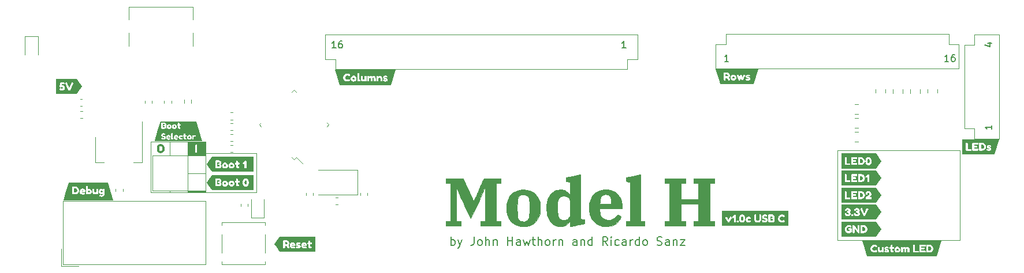
<source format=gbr>
%TF.GenerationSoftware,KiCad,Pcbnew,(6.0.1-0)*%
%TF.CreationDate,2022-01-19T18:39:32+01:00*%
%TF.ProjectId,modelh,6d6f6465-6c68-42e6-9b69-6361645f7063,v0.1*%
%TF.SameCoordinates,PX3dc4fd0PY2cd02b0*%
%TF.FileFunction,Legend,Top*%
%TF.FilePolarity,Positive*%
%FSLAX46Y46*%
G04 Gerber Fmt 4.6, Leading zero omitted, Abs format (unit mm)*
G04 Created by KiCad (PCBNEW (6.0.1-0)) date 2022-01-19 18:39:32*
%MOMM*%
%LPD*%
G01*
G04 APERTURE LIST*
%ADD10C,0.120000*%
%ADD11C,0.300000*%
%ADD12C,0.200000*%
%ADD13C,0.150000*%
%ADD14C,0.010000*%
G04 APERTURE END LIST*
D10*
X92685000Y-65490000D02*
X95285000Y-65490000D01*
X95285000Y-65490000D02*
X95285000Y-72990000D01*
X95285000Y-72990000D02*
X92685000Y-72990000D01*
X92685000Y-72990000D02*
X92685000Y-65490000D01*
X90090000Y-72750000D02*
X90090000Y-72990000D01*
X90090000Y-67520000D02*
X90090000Y-65540000D01*
X92685000Y-67300000D02*
X95285000Y-67300000D01*
X95285000Y-67300000D02*
X95285000Y-67560000D01*
X95285000Y-67560000D02*
X92685000Y-67560000D01*
X92685000Y-67560000D02*
X92685000Y-67300000D01*
G36*
X92685000Y-67300000D02*
G01*
X95285000Y-67300000D01*
X95285000Y-67560000D01*
X92685000Y-67560000D01*
X92685000Y-67300000D01*
G37*
X92690000Y-65540000D02*
X95280000Y-65540000D01*
X95280000Y-65540000D02*
X95280000Y-65800000D01*
X95280000Y-65800000D02*
X92690000Y-65800000D01*
X92690000Y-65800000D02*
X92690000Y-65540000D01*
G36*
X92690000Y-65540000D02*
G01*
X95280000Y-65540000D01*
X95280000Y-65800000D01*
X92690000Y-65800000D01*
X92690000Y-65540000D01*
G37*
X92685000Y-72750000D02*
X95285000Y-72750000D01*
X95285000Y-72750000D02*
X95285000Y-72990000D01*
X95285000Y-72990000D02*
X92685000Y-72990000D01*
X92685000Y-72990000D02*
X92685000Y-72750000D01*
G36*
X92685000Y-72750000D02*
G01*
X95285000Y-72750000D01*
X95285000Y-72990000D01*
X92685000Y-72990000D01*
X92685000Y-72750000D01*
G37*
X94580000Y-65630000D02*
X95280000Y-65630000D01*
X95280000Y-65630000D02*
X95280000Y-67410000D01*
X95280000Y-67410000D02*
X94580000Y-67410000D01*
X94580000Y-67410000D02*
X94580000Y-65630000D01*
G36*
X94580000Y-65630000D02*
G01*
X95280000Y-65630000D01*
X95280000Y-67410000D01*
X94580000Y-67410000D01*
X94580000Y-65630000D01*
G37*
X92690000Y-67520000D02*
X93370000Y-67520000D01*
X93370000Y-67520000D02*
X93370000Y-65530000D01*
X93370000Y-65530000D02*
X92690000Y-65530000D01*
X92690000Y-65530000D02*
X92690000Y-67520000D01*
G36*
X92690000Y-67520000D02*
G01*
X93370000Y-67520000D01*
X93370000Y-65530000D01*
X92690000Y-65530000D01*
X92690000Y-67520000D01*
G37*
D11*
X88622857Y-67038571D02*
X88480000Y-66967142D01*
X88408571Y-66895714D01*
X88337142Y-66752857D01*
X88337142Y-66324285D01*
X88408571Y-66181428D01*
X88480000Y-66110000D01*
X88622857Y-66038571D01*
X88837142Y-66038571D01*
X88980000Y-66110000D01*
X89051428Y-66181428D01*
X89122857Y-66324285D01*
X89122857Y-66752857D01*
X89051428Y-66895714D01*
X88980000Y-66967142D01*
X88837142Y-67038571D01*
X88622857Y-67038571D01*
D10*
X87270000Y-65490000D02*
X95280000Y-65490000D01*
X87270000Y-72990000D02*
X87270000Y-65490000D01*
X102770000Y-72990000D02*
X87270000Y-72990000D01*
X102770000Y-67240000D02*
X102770000Y-72990000D01*
X95270000Y-67240000D02*
X102770000Y-67240000D01*
X95280000Y-65490000D02*
X95280000Y-67240000D01*
X187940000Y-66750000D02*
X205850000Y-66750000D01*
X205850000Y-66750000D02*
X205850000Y-80020000D01*
X205850000Y-80020000D02*
X187940000Y-80020000D01*
X187940000Y-80020000D02*
X187940000Y-66750000D01*
D12*
X131267619Y-80745476D02*
X131267619Y-79495476D01*
X131267619Y-79971666D02*
X131386666Y-79912142D01*
X131624761Y-79912142D01*
X131743809Y-79971666D01*
X131803333Y-80031190D01*
X131862857Y-80150238D01*
X131862857Y-80507380D01*
X131803333Y-80626428D01*
X131743809Y-80685952D01*
X131624761Y-80745476D01*
X131386666Y-80745476D01*
X131267619Y-80685952D01*
X132279523Y-79912142D02*
X132577142Y-80745476D01*
X132874761Y-79912142D02*
X132577142Y-80745476D01*
X132458095Y-81043095D01*
X132398571Y-81102619D01*
X132279523Y-81162142D01*
X134660476Y-79495476D02*
X134660476Y-80388333D01*
X134600952Y-80566904D01*
X134481904Y-80685952D01*
X134303333Y-80745476D01*
X134184285Y-80745476D01*
X135434285Y-80745476D02*
X135315238Y-80685952D01*
X135255714Y-80626428D01*
X135196190Y-80507380D01*
X135196190Y-80150238D01*
X135255714Y-80031190D01*
X135315238Y-79971666D01*
X135434285Y-79912142D01*
X135612857Y-79912142D01*
X135731904Y-79971666D01*
X135791428Y-80031190D01*
X135850952Y-80150238D01*
X135850952Y-80507380D01*
X135791428Y-80626428D01*
X135731904Y-80685952D01*
X135612857Y-80745476D01*
X135434285Y-80745476D01*
X136386666Y-80745476D02*
X136386666Y-79495476D01*
X136922380Y-80745476D02*
X136922380Y-80090714D01*
X136862857Y-79971666D01*
X136743809Y-79912142D01*
X136565238Y-79912142D01*
X136446190Y-79971666D01*
X136386666Y-80031190D01*
X137517619Y-79912142D02*
X137517619Y-80745476D01*
X137517619Y-80031190D02*
X137577142Y-79971666D01*
X137696190Y-79912142D01*
X137874761Y-79912142D01*
X137993809Y-79971666D01*
X138053333Y-80090714D01*
X138053333Y-80745476D01*
X139600952Y-80745476D02*
X139600952Y-79495476D01*
X139600952Y-80090714D02*
X140315238Y-80090714D01*
X140315238Y-80745476D02*
X140315238Y-79495476D01*
X141446190Y-80745476D02*
X141446190Y-80090714D01*
X141386666Y-79971666D01*
X141267619Y-79912142D01*
X141029523Y-79912142D01*
X140910476Y-79971666D01*
X141446190Y-80685952D02*
X141327142Y-80745476D01*
X141029523Y-80745476D01*
X140910476Y-80685952D01*
X140850952Y-80566904D01*
X140850952Y-80447857D01*
X140910476Y-80328809D01*
X141029523Y-80269285D01*
X141327142Y-80269285D01*
X141446190Y-80209761D01*
X141922380Y-79912142D02*
X142160476Y-80745476D01*
X142398571Y-80150238D01*
X142636666Y-80745476D01*
X142874761Y-79912142D01*
X143172380Y-79912142D02*
X143648571Y-79912142D01*
X143350952Y-79495476D02*
X143350952Y-80566904D01*
X143410476Y-80685952D01*
X143529523Y-80745476D01*
X143648571Y-80745476D01*
X144065238Y-80745476D02*
X144065238Y-79495476D01*
X144600952Y-80745476D02*
X144600952Y-80090714D01*
X144541428Y-79971666D01*
X144422380Y-79912142D01*
X144243809Y-79912142D01*
X144124761Y-79971666D01*
X144065238Y-80031190D01*
X145374761Y-80745476D02*
X145255714Y-80685952D01*
X145196190Y-80626428D01*
X145136666Y-80507380D01*
X145136666Y-80150238D01*
X145196190Y-80031190D01*
X145255714Y-79971666D01*
X145374761Y-79912142D01*
X145553333Y-79912142D01*
X145672380Y-79971666D01*
X145731904Y-80031190D01*
X145791428Y-80150238D01*
X145791428Y-80507380D01*
X145731904Y-80626428D01*
X145672380Y-80685952D01*
X145553333Y-80745476D01*
X145374761Y-80745476D01*
X146327142Y-80745476D02*
X146327142Y-79912142D01*
X146327142Y-80150238D02*
X146386666Y-80031190D01*
X146446190Y-79971666D01*
X146565238Y-79912142D01*
X146684285Y-79912142D01*
X147100952Y-79912142D02*
X147100952Y-80745476D01*
X147100952Y-80031190D02*
X147160476Y-79971666D01*
X147279523Y-79912142D01*
X147458095Y-79912142D01*
X147577142Y-79971666D01*
X147636666Y-80090714D01*
X147636666Y-80745476D01*
X149720000Y-80745476D02*
X149720000Y-80090714D01*
X149660476Y-79971666D01*
X149541428Y-79912142D01*
X149303333Y-79912142D01*
X149184285Y-79971666D01*
X149720000Y-80685952D02*
X149600952Y-80745476D01*
X149303333Y-80745476D01*
X149184285Y-80685952D01*
X149124761Y-80566904D01*
X149124761Y-80447857D01*
X149184285Y-80328809D01*
X149303333Y-80269285D01*
X149600952Y-80269285D01*
X149720000Y-80209761D01*
X150315238Y-79912142D02*
X150315238Y-80745476D01*
X150315238Y-80031190D02*
X150374761Y-79971666D01*
X150493809Y-79912142D01*
X150672380Y-79912142D01*
X150791428Y-79971666D01*
X150850952Y-80090714D01*
X150850952Y-80745476D01*
X151981904Y-80745476D02*
X151981904Y-79495476D01*
X151981904Y-80685952D02*
X151862857Y-80745476D01*
X151624761Y-80745476D01*
X151505714Y-80685952D01*
X151446190Y-80626428D01*
X151386666Y-80507380D01*
X151386666Y-80150238D01*
X151446190Y-80031190D01*
X151505714Y-79971666D01*
X151624761Y-79912142D01*
X151862857Y-79912142D01*
X151981904Y-79971666D01*
X154243809Y-80745476D02*
X153827142Y-80150238D01*
X153529523Y-80745476D02*
X153529523Y-79495476D01*
X154005714Y-79495476D01*
X154124761Y-79555000D01*
X154184285Y-79614523D01*
X154243809Y-79733571D01*
X154243809Y-79912142D01*
X154184285Y-80031190D01*
X154124761Y-80090714D01*
X154005714Y-80150238D01*
X153529523Y-80150238D01*
X154779523Y-80745476D02*
X154779523Y-79912142D01*
X154779523Y-79495476D02*
X154720000Y-79555000D01*
X154779523Y-79614523D01*
X154839047Y-79555000D01*
X154779523Y-79495476D01*
X154779523Y-79614523D01*
X155910476Y-80685952D02*
X155791428Y-80745476D01*
X155553333Y-80745476D01*
X155434285Y-80685952D01*
X155374761Y-80626428D01*
X155315238Y-80507380D01*
X155315238Y-80150238D01*
X155374761Y-80031190D01*
X155434285Y-79971666D01*
X155553333Y-79912142D01*
X155791428Y-79912142D01*
X155910476Y-79971666D01*
X156981904Y-80745476D02*
X156981904Y-80090714D01*
X156922380Y-79971666D01*
X156803333Y-79912142D01*
X156565238Y-79912142D01*
X156446190Y-79971666D01*
X156981904Y-80685952D02*
X156862857Y-80745476D01*
X156565238Y-80745476D01*
X156446190Y-80685952D01*
X156386666Y-80566904D01*
X156386666Y-80447857D01*
X156446190Y-80328809D01*
X156565238Y-80269285D01*
X156862857Y-80269285D01*
X156981904Y-80209761D01*
X157577142Y-80745476D02*
X157577142Y-79912142D01*
X157577142Y-80150238D02*
X157636666Y-80031190D01*
X157696190Y-79971666D01*
X157815238Y-79912142D01*
X157934285Y-79912142D01*
X158886666Y-80745476D02*
X158886666Y-79495476D01*
X158886666Y-80685952D02*
X158767619Y-80745476D01*
X158529523Y-80745476D01*
X158410476Y-80685952D01*
X158350952Y-80626428D01*
X158291428Y-80507380D01*
X158291428Y-80150238D01*
X158350952Y-80031190D01*
X158410476Y-79971666D01*
X158529523Y-79912142D01*
X158767619Y-79912142D01*
X158886666Y-79971666D01*
X159660476Y-80745476D02*
X159541428Y-80685952D01*
X159481904Y-80626428D01*
X159422380Y-80507380D01*
X159422380Y-80150238D01*
X159481904Y-80031190D01*
X159541428Y-79971666D01*
X159660476Y-79912142D01*
X159839047Y-79912142D01*
X159958095Y-79971666D01*
X160017619Y-80031190D01*
X160077142Y-80150238D01*
X160077142Y-80507380D01*
X160017619Y-80626428D01*
X159958095Y-80685952D01*
X159839047Y-80745476D01*
X159660476Y-80745476D01*
X161505714Y-80685952D02*
X161684285Y-80745476D01*
X161981904Y-80745476D01*
X162100952Y-80685952D01*
X162160476Y-80626428D01*
X162220000Y-80507380D01*
X162220000Y-80388333D01*
X162160476Y-80269285D01*
X162100952Y-80209761D01*
X161981904Y-80150238D01*
X161743809Y-80090714D01*
X161624761Y-80031190D01*
X161565238Y-79971666D01*
X161505714Y-79852619D01*
X161505714Y-79733571D01*
X161565238Y-79614523D01*
X161624761Y-79555000D01*
X161743809Y-79495476D01*
X162041428Y-79495476D01*
X162220000Y-79555000D01*
X163291428Y-80745476D02*
X163291428Y-80090714D01*
X163231904Y-79971666D01*
X163112857Y-79912142D01*
X162874761Y-79912142D01*
X162755714Y-79971666D01*
X163291428Y-80685952D02*
X163172380Y-80745476D01*
X162874761Y-80745476D01*
X162755714Y-80685952D01*
X162696190Y-80566904D01*
X162696190Y-80447857D01*
X162755714Y-80328809D01*
X162874761Y-80269285D01*
X163172380Y-80269285D01*
X163291428Y-80209761D01*
X163886666Y-79912142D02*
X163886666Y-80745476D01*
X163886666Y-80031190D02*
X163946190Y-79971666D01*
X164065238Y-79912142D01*
X164243809Y-79912142D01*
X164362857Y-79971666D01*
X164422380Y-80090714D01*
X164422380Y-80745476D01*
X164898571Y-79912142D02*
X165553333Y-79912142D01*
X164898571Y-80745476D01*
X165553333Y-80745476D01*
D13*
%TO.C,Columns1*%
X114419523Y-51717980D02*
X113848095Y-51717980D01*
X114133809Y-51717980D02*
X114133809Y-50717980D01*
X114038571Y-50860838D01*
X113943333Y-50956076D01*
X113848095Y-51003695D01*
X115276666Y-50717980D02*
X115086190Y-50717980D01*
X114990952Y-50765600D01*
X114943333Y-50813219D01*
X114848095Y-50956076D01*
X114800476Y-51146552D01*
X114800476Y-51527504D01*
X114848095Y-51622742D01*
X114895714Y-51670361D01*
X114990952Y-51717980D01*
X115181428Y-51717980D01*
X115276666Y-51670361D01*
X115324285Y-51622742D01*
X115371904Y-51527504D01*
X115371904Y-51289409D01*
X115324285Y-51194171D01*
X115276666Y-51146552D01*
X115181428Y-51098933D01*
X114990952Y-51098933D01*
X114895714Y-51146552D01*
X114848095Y-51194171D01*
X114800476Y-51289409D01*
X156925714Y-51712380D02*
X156354285Y-51712380D01*
X156640000Y-51712380D02*
X156640000Y-50712380D01*
X156544761Y-50855238D01*
X156449523Y-50950476D01*
X156354285Y-50998095D01*
%TO.C,Rows1*%
X204237073Y-53711880D02*
X203665645Y-53711880D01*
X203951359Y-53711880D02*
X203951359Y-52711880D01*
X203856121Y-52854738D01*
X203760883Y-52949976D01*
X203665645Y-52997595D01*
X205094216Y-52711880D02*
X204903740Y-52711880D01*
X204808502Y-52759500D01*
X204760883Y-52807119D01*
X204665645Y-52949976D01*
X204618026Y-53140452D01*
X204618026Y-53521404D01*
X204665645Y-53616642D01*
X204713264Y-53664261D01*
X204808502Y-53711880D01*
X204998978Y-53711880D01*
X205094216Y-53664261D01*
X205141835Y-53616642D01*
X205189454Y-53521404D01*
X205189454Y-53283309D01*
X205141835Y-53188071D01*
X205094216Y-53140452D01*
X204998978Y-53092833D01*
X204808502Y-53092833D01*
X204713264Y-53140452D01*
X204665645Y-53188071D01*
X204618026Y-53283309D01*
X171963264Y-53701880D02*
X171391835Y-53701880D01*
X171677550Y-53701880D02*
X171677550Y-52701880D01*
X171582311Y-52844738D01*
X171487073Y-52939976D01*
X171391835Y-52987595D01*
%TO.C,LEDs1*%
X209919414Y-51029523D02*
X210586080Y-51029523D01*
X209538461Y-51267619D02*
X210252747Y-51505714D01*
X210252747Y-50886666D01*
X210586080Y-63104285D02*
X210586080Y-63675714D01*
X210586080Y-63390000D02*
X209586080Y-63390000D01*
X209728938Y-63485238D01*
X209824176Y-63580476D01*
X209871795Y-63675714D01*
%TO.C,kibuzzard-61E84BBD*%
G36*
X99225417Y-71531275D02*
G01*
X99262327Y-71579297D01*
X99274630Y-71647163D01*
X99261533Y-71715425D01*
X99222242Y-71764638D01*
X99117467Y-71804325D01*
X99014280Y-71765431D01*
X98976180Y-71717013D01*
X98963480Y-71649544D01*
X98975783Y-71581877D01*
X99012692Y-71532863D01*
X99119055Y-71493175D01*
X99225417Y-71531275D01*
G37*
G36*
X98272917Y-71531275D02*
G01*
X98309827Y-71579297D01*
X98322130Y-71647163D01*
X98309033Y-71715425D01*
X98269742Y-71764638D01*
X98164967Y-71804325D01*
X98061780Y-71765431D01*
X98023680Y-71717013D01*
X98010980Y-71649544D01*
X98023283Y-71581877D01*
X98060192Y-71532863D01*
X98166555Y-71493175D01*
X98272917Y-71531275D01*
G37*
G36*
X97310099Y-71201075D02*
G01*
X97336292Y-71256637D01*
X97331530Y-71313787D01*
X97255330Y-71347125D01*
X97157699Y-71369350D01*
X97128330Y-71460631D01*
X97156905Y-71551913D01*
X97242630Y-71574138D01*
X97331530Y-71586838D01*
X97360899Y-71618588D01*
X97369630Y-71678913D01*
X97344627Y-71759875D01*
X97269617Y-71786863D01*
X97009267Y-71786863D01*
X97009267Y-71185200D01*
X97231517Y-71185200D01*
X97310099Y-71201075D01*
G37*
G36*
X101263172Y-71189268D02*
G01*
X101313774Y-71249097D01*
X101344135Y-71348812D01*
X101354255Y-71488412D01*
X101354255Y-71497938D01*
X101344035Y-71634066D01*
X101313377Y-71731300D01*
X101262279Y-71789641D01*
X101190742Y-71809088D01*
X101120595Y-71789095D01*
X101070489Y-71729117D01*
X101040426Y-71629154D01*
X101030405Y-71489206D01*
X101040525Y-71349258D01*
X101070886Y-71249295D01*
X101121488Y-71189318D01*
X101192330Y-71169325D01*
X101263172Y-71189268D01*
G37*
G36*
X102367212Y-72604293D02*
G01*
X96215650Y-72604293D01*
X95762771Y-71924975D01*
X96728280Y-71924975D01*
X96737805Y-72007525D01*
X96779874Y-72052769D01*
X96867980Y-72067850D01*
X97285492Y-72067850D01*
X97381007Y-72055944D01*
X97466467Y-72020225D01*
X97541874Y-71960694D01*
X97600876Y-71883524D01*
X97637124Y-71794888D01*
X97650617Y-71694788D01*
X97645609Y-71651925D01*
X97729992Y-71651925D01*
X97746860Y-71772377D01*
X97797461Y-71879731D01*
X97872669Y-71968234D01*
X97963355Y-72032131D01*
X98063367Y-72070827D01*
X98166555Y-72083725D01*
X98269544Y-72071620D01*
X98368961Y-72035306D01*
X98459250Y-71973394D01*
X98534855Y-71884494D01*
X98586052Y-71774758D01*
X98602899Y-71651925D01*
X98682492Y-71651925D01*
X98699360Y-71772377D01*
X98749961Y-71879731D01*
X98825169Y-71968234D01*
X98915855Y-72032131D01*
X99015867Y-72070827D01*
X99119055Y-72083725D01*
X99222044Y-72071620D01*
X99321461Y-72035306D01*
X99411750Y-71973394D01*
X99487355Y-71884494D01*
X99538552Y-71774758D01*
X99555617Y-71650338D01*
X99540977Y-71530834D01*
X99497056Y-71426324D01*
X99469939Y-71393162D01*
X99619117Y-71393162D01*
X99642136Y-71485237D01*
X99700080Y-71512225D01*
X99765167Y-71507463D01*
X99765167Y-71742412D01*
X99774692Y-71849481D01*
X99803267Y-71933618D01*
X99850892Y-71994825D01*
X99916862Y-72036276D01*
X100000470Y-72061147D01*
X100101717Y-72069438D01*
X100154899Y-72067056D01*
X100196967Y-72053563D01*
X100230305Y-72011891D01*
X100241417Y-71931325D01*
X100204905Y-71824963D01*
X100162836Y-71809881D01*
X100105686Y-71807500D01*
X100054886Y-71788450D01*
X100041392Y-71726538D01*
X100041392Y-71507463D01*
X100144580Y-71513813D01*
X100199349Y-71511431D01*
X100241417Y-71497938D01*
X100248766Y-71488412D01*
X100749417Y-71488412D01*
X100754533Y-71599714D01*
X100769878Y-71702901D01*
X100795455Y-71797975D01*
X100829785Y-71877747D01*
X100872449Y-71945613D01*
X100928408Y-72002564D01*
X101002624Y-72049594D01*
X101092119Y-72081145D01*
X101193917Y-72091663D01*
X101295319Y-72081344D01*
X101383624Y-72050388D01*
X101456450Y-72003556D01*
X101511417Y-71945613D01*
X101565591Y-71854034D01*
X101604286Y-71747572D01*
X101627503Y-71626227D01*
X101635242Y-71490000D01*
X101629951Y-71385049D01*
X101614076Y-71283978D01*
X101587617Y-71186787D01*
X101554478Y-71106619D01*
X101512211Y-71037562D01*
X101456649Y-70979222D01*
X101383624Y-70931200D01*
X101294922Y-70899053D01*
X101192330Y-70888337D01*
X101089341Y-70899252D01*
X100999449Y-70931994D01*
X100925431Y-70980809D01*
X100870067Y-71039944D01*
X100826213Y-71116342D01*
X100786724Y-71216950D01*
X100765998Y-71297207D01*
X100753562Y-71387694D01*
X100749417Y-71488412D01*
X100248766Y-71488412D01*
X100273564Y-71456266D01*
X100284280Y-71375700D01*
X100273961Y-71294341D01*
X100243005Y-71253462D01*
X100200936Y-71238381D01*
X100146961Y-71236000D01*
X100041392Y-71242350D01*
X100041392Y-71086775D01*
X100033455Y-71005812D01*
X99990989Y-70961759D01*
X99904867Y-70947075D01*
X99823508Y-70956997D01*
X99782630Y-70986762D01*
X99767549Y-71024862D01*
X99765167Y-71078837D01*
X99765167Y-71242350D01*
X99712780Y-71236000D01*
X99649280Y-71256637D01*
X99627055Y-71298706D01*
X99619117Y-71393162D01*
X99469939Y-71393162D01*
X99423855Y-71336806D01*
X99331603Y-71268456D01*
X99230533Y-71227445D01*
X99120642Y-71213775D01*
X99010576Y-71227533D01*
X98908976Y-71268808D01*
X98815842Y-71337600D01*
X98741759Y-71427558D01*
X98697309Y-71532333D01*
X98682492Y-71651925D01*
X98602899Y-71651925D01*
X98603117Y-71650338D01*
X98588477Y-71530834D01*
X98544556Y-71426324D01*
X98471355Y-71336806D01*
X98379103Y-71268456D01*
X98278033Y-71227445D01*
X98168142Y-71213775D01*
X98058076Y-71227533D01*
X97956476Y-71268808D01*
X97863342Y-71337600D01*
X97789259Y-71427558D01*
X97744809Y-71532333D01*
X97729992Y-71651925D01*
X97645609Y-71651925D01*
X97640210Y-71605711D01*
X97608990Y-71522632D01*
X97556955Y-71445550D01*
X97602199Y-71353872D01*
X97617280Y-71253462D01*
X97605815Y-71161740D01*
X97571419Y-71079190D01*
X97514092Y-71005812D01*
X97443184Y-70949368D01*
X97361692Y-70915501D01*
X97269617Y-70904212D01*
X96869567Y-70904212D01*
X96787811Y-70914928D01*
X96745742Y-70947075D01*
X96730661Y-70988350D01*
X96728280Y-71043912D01*
X96728280Y-71924975D01*
X95762771Y-71924975D01*
X95472788Y-71490000D01*
X96215650Y-70375707D01*
X102367212Y-70375707D01*
X102367212Y-72604293D01*
G37*
%TO.C,kibuzzard-61E84BB4*%
G36*
X102363243Y-69942386D02*
G01*
X96211681Y-69942386D01*
X95764094Y-69271006D01*
X96724311Y-69271006D01*
X96733836Y-69353556D01*
X96775905Y-69398800D01*
X96864011Y-69413881D01*
X97281524Y-69413881D01*
X97377038Y-69401975D01*
X97462499Y-69366256D01*
X97537905Y-69306725D01*
X97596907Y-69229555D01*
X97633155Y-69140919D01*
X97646649Y-69040819D01*
X97641641Y-68997956D01*
X97726024Y-68997956D01*
X97742891Y-69118408D01*
X97793492Y-69225763D01*
X97868700Y-69314266D01*
X97959386Y-69378163D01*
X98059399Y-69416858D01*
X98162586Y-69429756D01*
X98265575Y-69417652D01*
X98364992Y-69381338D01*
X98455281Y-69319425D01*
X98530886Y-69230525D01*
X98582083Y-69120789D01*
X98598931Y-68997956D01*
X98678524Y-68997956D01*
X98695391Y-69118408D01*
X98745992Y-69225763D01*
X98821200Y-69314266D01*
X98911886Y-69378163D01*
X99011899Y-69416858D01*
X99115086Y-69429756D01*
X99218075Y-69417652D01*
X99317492Y-69381338D01*
X99407781Y-69319425D01*
X99483386Y-69230525D01*
X99534583Y-69120789D01*
X99551649Y-68996369D01*
X99537008Y-68876865D01*
X99493087Y-68772355D01*
X99465970Y-68739194D01*
X99615149Y-68739194D01*
X99638167Y-68831269D01*
X99696111Y-68858256D01*
X99761199Y-68853494D01*
X99761199Y-69088444D01*
X99770724Y-69195512D01*
X99799299Y-69279649D01*
X99846924Y-69340856D01*
X99912893Y-69382308D01*
X99996501Y-69407178D01*
X100097749Y-69415469D01*
X100150930Y-69413088D01*
X100192999Y-69399594D01*
X100226336Y-69357922D01*
X100237449Y-69277356D01*
X100200936Y-69170994D01*
X100158867Y-69155913D01*
X100101717Y-69153531D01*
X100050917Y-69134481D01*
X100037424Y-69072569D01*
X100037424Y-68853494D01*
X100140611Y-68859844D01*
X100195380Y-68857463D01*
X100237449Y-68843969D01*
X100269595Y-68802297D01*
X100280311Y-68721731D01*
X100269992Y-68640372D01*
X100257068Y-68623306D01*
X100729574Y-68623306D01*
X100779580Y-68721731D01*
X100875624Y-68777294D01*
X100986749Y-68728081D01*
X101007386Y-68709031D01*
X101007386Y-69275769D01*
X101009767Y-69333713D01*
X101024849Y-69377369D01*
X101067314Y-69408325D01*
X101147086Y-69418644D01*
X101228842Y-69407928D01*
X101270911Y-69375781D01*
X101285992Y-69333713D01*
X101288374Y-69278944D01*
X101288374Y-68394706D01*
X101280436Y-68310569D01*
X101258211Y-68276437D01*
X101216936Y-68258181D01*
X101141530Y-68250244D01*
X101051836Y-68291519D01*
X101047074Y-68294694D01*
X100786724Y-68529644D01*
X100729574Y-68623306D01*
X100257068Y-68623306D01*
X100239036Y-68599494D01*
X100196967Y-68584412D01*
X100142992Y-68582031D01*
X100037424Y-68588381D01*
X100037424Y-68432806D01*
X100029486Y-68351844D01*
X99987020Y-68307791D01*
X99900899Y-68293106D01*
X99819539Y-68303028D01*
X99778661Y-68332794D01*
X99763580Y-68370894D01*
X99761199Y-68424869D01*
X99761199Y-68588381D01*
X99708811Y-68582031D01*
X99645311Y-68602669D01*
X99623086Y-68644737D01*
X99615149Y-68739194D01*
X99465970Y-68739194D01*
X99419886Y-68682837D01*
X99327635Y-68614487D01*
X99226564Y-68573476D01*
X99116674Y-68559806D01*
X99006607Y-68573565D01*
X98905007Y-68614840D01*
X98811874Y-68683631D01*
X98737790Y-68773590D01*
X98693340Y-68878365D01*
X98678524Y-68997956D01*
X98598931Y-68997956D01*
X98599149Y-68996369D01*
X98584508Y-68876865D01*
X98540587Y-68772355D01*
X98467386Y-68682837D01*
X98375135Y-68614487D01*
X98274064Y-68573476D01*
X98164174Y-68559806D01*
X98054107Y-68573565D01*
X97952507Y-68614840D01*
X97859374Y-68683631D01*
X97785290Y-68773590D01*
X97740840Y-68878365D01*
X97726024Y-68997956D01*
X97641641Y-68997956D01*
X97636242Y-68951742D01*
X97605021Y-68868663D01*
X97552986Y-68791581D01*
X97598230Y-68699903D01*
X97613311Y-68599494D01*
X97601846Y-68507772D01*
X97567450Y-68425222D01*
X97510124Y-68351844D01*
X97439215Y-68295399D01*
X97357724Y-68261533D01*
X97265649Y-68250244D01*
X96865599Y-68250244D01*
X96783842Y-68260959D01*
X96741774Y-68293106D01*
X96726692Y-68334381D01*
X96724311Y-68389944D01*
X96724311Y-69271006D01*
X95764094Y-69271006D01*
X95476757Y-68840000D01*
X96211681Y-67737614D01*
X102363243Y-67737614D01*
X102363243Y-69942386D01*
G37*
G36*
X97306130Y-68547106D02*
G01*
X97332324Y-68602669D01*
X97327561Y-68659819D01*
X97251361Y-68693156D01*
X97153730Y-68715381D01*
X97124361Y-68806662D01*
X97152936Y-68897944D01*
X97238661Y-68920169D01*
X97327561Y-68932869D01*
X97356930Y-68964619D01*
X97365661Y-69024944D01*
X97340658Y-69105906D01*
X97265649Y-69132894D01*
X97005299Y-69132894D01*
X97005299Y-68531231D01*
X97227549Y-68531231D01*
X97306130Y-68547106D01*
G37*
G36*
X98268949Y-68877306D02*
G01*
X98305858Y-68925328D01*
X98318161Y-68993194D01*
X98305064Y-69061456D01*
X98265774Y-69110669D01*
X98160999Y-69150356D01*
X98057811Y-69111463D01*
X98019711Y-69063044D01*
X98007011Y-68995575D01*
X98019314Y-68927908D01*
X98056224Y-68878894D01*
X98162586Y-68839206D01*
X98268949Y-68877306D01*
G37*
G36*
X99221449Y-68877306D02*
G01*
X99258358Y-68925328D01*
X99270661Y-68993194D01*
X99257564Y-69061456D01*
X99218274Y-69110669D01*
X99113499Y-69150356D01*
X99010311Y-69111463D01*
X98972211Y-69063044D01*
X98959511Y-68995575D01*
X98971814Y-68927908D01*
X99008724Y-68878894D01*
X99115086Y-68839206D01*
X99221449Y-68877306D01*
G37*
%TO.C,kibuzzard-61E846DB*%
G36*
X94552168Y-65765883D02*
G01*
X94552168Y-67294117D01*
X93307832Y-67294117D01*
X93307832Y-67063400D01*
X93820462Y-67063400D01*
X93833162Y-67131663D01*
X93866500Y-67154681D01*
X93930000Y-67161825D01*
X93993500Y-67153888D01*
X94039538Y-67064988D01*
X94039538Y-65996600D01*
X94026838Y-65928337D01*
X93993500Y-65905319D01*
X93930794Y-65898175D01*
X93868087Y-65906112D01*
X93820462Y-65995012D01*
X93820462Y-67063400D01*
X93307832Y-67063400D01*
X93307832Y-65765883D01*
X94552168Y-65765883D01*
G37*
D10*
%TO.C,boot_selector1*%
X92685000Y-70145000D02*
X95285000Y-70145000D01*
X87545000Y-67545000D02*
X87545000Y-72745000D01*
X95285000Y-72745000D02*
X87545000Y-72745000D01*
X95285000Y-67545000D02*
X95285000Y-68875000D01*
X92685000Y-67545000D02*
X87545000Y-67545000D01*
X92685000Y-67545000D02*
X92685000Y-70145000D01*
X93955000Y-67545000D02*
X95285000Y-67545000D01*
X95285000Y-70145000D02*
X95285000Y-72745000D01*
%TO.C,kibuzzard-61E83ADE*%
G36*
X88697305Y-62516819D02*
G01*
X93962695Y-62516819D01*
X94834604Y-65423181D01*
X87825396Y-65423181D01*
X87954023Y-64994426D01*
X88803138Y-64994426D01*
X88835670Y-65066372D01*
X88846931Y-65080135D01*
X88883217Y-65118298D01*
X88939522Y-65157712D01*
X89024606Y-65193372D01*
X89078722Y-65204164D01*
X89135966Y-65207761D01*
X89211178Y-65200393D01*
X89283333Y-65178288D01*
X89352429Y-65141446D01*
X89399975Y-65100624D01*
X89437512Y-65045726D01*
X89461911Y-64978942D01*
X89470044Y-64902460D01*
X89466447Y-64868677D01*
X89532606Y-64868677D01*
X89541365Y-64949451D01*
X89567640Y-65024942D01*
X89611433Y-65095150D01*
X89659450Y-65142541D01*
X89723419Y-65179608D01*
X89800526Y-65203538D01*
X89887956Y-65211515D01*
X90004555Y-65204555D01*
X90087840Y-65183675D01*
X90137811Y-65148875D01*
X90154468Y-65100155D01*
X90138202Y-65042598D01*
X90069384Y-64986293D01*
X90019335Y-65000057D01*
X90005571Y-65005061D01*
X89956461Y-65016323D01*
X89891709Y-65020076D01*
X89809128Y-64996303D01*
X89767837Y-64937495D01*
X90064379Y-64937495D01*
X90078694Y-64931239D01*
X90268330Y-64931239D01*
X90277089Y-65046978D01*
X90303365Y-65126431D01*
X90349034Y-65168034D01*
X90428488Y-65190244D01*
X90528586Y-65195874D01*
X90583640Y-65182736D01*
X90602409Y-65149892D01*
X90608665Y-65086392D01*
X90583640Y-64997554D01*
X90562369Y-64986919D01*
X90527961Y-64985042D01*
X90494803Y-64973155D01*
X90487296Y-64916224D01*
X90487296Y-64868677D01*
X90658714Y-64868677D01*
X90667473Y-64949451D01*
X90693749Y-65024942D01*
X90737542Y-65095150D01*
X90785558Y-65142541D01*
X90849527Y-65179608D01*
X90926634Y-65203538D01*
X91014064Y-65211515D01*
X91130663Y-65204555D01*
X91213948Y-65183675D01*
X91263919Y-65148875D01*
X91280576Y-65100155D01*
X91264310Y-65042598D01*
X91195493Y-64986293D01*
X91145443Y-65000057D01*
X91131680Y-65005061D01*
X91082569Y-65016323D01*
X91017818Y-65020076D01*
X90935236Y-64996303D01*
X90893946Y-64937495D01*
X91190488Y-64937495D01*
X91274946Y-64900584D01*
X91297843Y-64863047D01*
X91375670Y-64863047D01*
X91383803Y-64940310D01*
X91408202Y-65010692D01*
X91445426Y-65070908D01*
X91492034Y-65117672D01*
X91564745Y-65164246D01*
X91639402Y-65192190D01*
X91716005Y-65201505D01*
X91811724Y-65188993D01*
X91891177Y-65151456D01*
X91942791Y-65108601D01*
X91959995Y-65062618D01*
X91931217Y-64997554D01*
X91881480Y-64947818D01*
X91839877Y-64931239D01*
X91784197Y-64954387D01*
X91710374Y-64977534D01*
X91635926Y-64948130D01*
X91600892Y-64865549D01*
X91637177Y-64782342D01*
X91715379Y-64752313D01*
X91779818Y-64773584D01*
X91847384Y-64801111D01*
X91889613Y-64783906D01*
X91933719Y-64732293D01*
X91959309Y-64662224D01*
X92010044Y-64662224D01*
X92028187Y-64734795D01*
X92073857Y-64756066D01*
X92125158Y-64752313D01*
X92125158Y-64937495D01*
X92132665Y-65021884D01*
X92155187Y-65088199D01*
X92192724Y-65136441D01*
X92244720Y-65169112D01*
X92310618Y-65188714D01*
X92390419Y-65195249D01*
X92432335Y-65193372D01*
X92465493Y-65182736D01*
X92491768Y-65149892D01*
X92500527Y-65086392D01*
X92471749Y-65002559D01*
X92438591Y-64990672D01*
X92393547Y-64988795D01*
X92353507Y-64973781D01*
X92342872Y-64924983D01*
X92342872Y-64866175D01*
X92584360Y-64866175D01*
X92597654Y-64961112D01*
X92637537Y-65045726D01*
X92696814Y-65115483D01*
X92768291Y-65165845D01*
X92847118Y-65196343D01*
X92928448Y-65206510D01*
X93009622Y-65196969D01*
X93087980Y-65168347D01*
X93158231Y-65120175D01*
X93353867Y-65120175D01*
X93376389Y-65173978D01*
X93462724Y-65195249D01*
X93526537Y-65187116D01*
X93560320Y-65162717D01*
X93572207Y-65129559D01*
X93574084Y-65086392D01*
X93574084Y-64823633D01*
X93603488Y-64766076D01*
X93666675Y-64742303D01*
X93721103Y-64752313D01*
X93764271Y-64762323D01*
X93833089Y-64714776D01*
X93856862Y-64627190D01*
X93841222Y-64569007D01*
X93801808Y-64543357D01*
X93758015Y-64532722D01*
X93708591Y-64529593D01*
X93640399Y-64550864D01*
X93589724Y-64584648D01*
X93571581Y-64605919D01*
X93557818Y-64564628D01*
X93524973Y-64543044D01*
X93463975Y-64535850D01*
X93399537Y-64544295D01*
X93366379Y-64569633D01*
X93355744Y-64601539D01*
X93353867Y-64644707D01*
X93353867Y-65120175D01*
X93158231Y-65120175D01*
X93159144Y-65119549D01*
X93218734Y-65049480D01*
X93259086Y-64962989D01*
X93272537Y-64864924D01*
X93260998Y-64770734D01*
X93226380Y-64688361D01*
X93168685Y-64617805D01*
X93095974Y-64563933D01*
X93016313Y-64531609D01*
X92929700Y-64520835D01*
X92842947Y-64531679D01*
X92762869Y-64564211D01*
X92689463Y-64618431D01*
X92631072Y-64689334D01*
X92596038Y-64771915D01*
X92584360Y-64866175D01*
X92342872Y-64866175D01*
X92342872Y-64752313D01*
X92424202Y-64757318D01*
X92467369Y-64755441D01*
X92500527Y-64744805D01*
X92525865Y-64711960D01*
X92534310Y-64648460D01*
X92526177Y-64584335D01*
X92501778Y-64552116D01*
X92468621Y-64540229D01*
X92426079Y-64538352D01*
X92342872Y-64543357D01*
X92342872Y-64420736D01*
X92336616Y-64356924D01*
X92303145Y-64322202D01*
X92235266Y-64310628D01*
X92171140Y-64318448D01*
X92138921Y-64341909D01*
X92127034Y-64371938D01*
X92125158Y-64414480D01*
X92125158Y-64543357D01*
X92083867Y-64538352D01*
X92033818Y-64554618D01*
X92016300Y-64587776D01*
X92010044Y-64662224D01*
X91959309Y-64662224D01*
X91959995Y-64660347D01*
X91927463Y-64603416D01*
X91892429Y-64579643D01*
X91872409Y-64567130D01*
X91806094Y-64541480D01*
X91713502Y-64528342D01*
X91636621Y-64537518D01*
X91562799Y-64565045D01*
X91492034Y-64610924D01*
X91445426Y-64657376D01*
X91408202Y-64716653D01*
X91383803Y-64786096D01*
X91375670Y-64863047D01*
X91297843Y-64863047D01*
X91303568Y-64853662D01*
X91313108Y-64786722D01*
X91302473Y-64712743D01*
X91270567Y-64644707D01*
X91224115Y-64591060D01*
X91166089Y-64552741D01*
X91096489Y-64529750D01*
X91015315Y-64522086D01*
X90919179Y-64532583D01*
X90834304Y-64564072D01*
X90760690Y-64616554D01*
X90704037Y-64686554D01*
X90670045Y-64770595D01*
X90658714Y-64868677D01*
X90487296Y-64868677D01*
X90487296Y-64336904D01*
X90485419Y-64293111D01*
X90473532Y-64259327D01*
X90440374Y-64233990D01*
X90378438Y-64225544D01*
X90314000Y-64233990D01*
X90280842Y-64259327D01*
X90270207Y-64292485D01*
X90268330Y-64335653D01*
X90268330Y-64931239D01*
X90078694Y-64931239D01*
X90148837Y-64900584D01*
X90177459Y-64853662D01*
X90187000Y-64786722D01*
X90176365Y-64712743D01*
X90144458Y-64644707D01*
X90098006Y-64591060D01*
X90039980Y-64552741D01*
X89970381Y-64529750D01*
X89889207Y-64522086D01*
X89793071Y-64532583D01*
X89708195Y-64564072D01*
X89634581Y-64616554D01*
X89577928Y-64686554D01*
X89543937Y-64770595D01*
X89532606Y-64868677D01*
X89466447Y-64868677D01*
X89462068Y-64827543D01*
X89438138Y-64765451D01*
X89402321Y-64718060D01*
X89358685Y-64687249D01*
X89308948Y-64666447D01*
X89254833Y-64649086D01*
X89200717Y-64635479D01*
X89150980Y-64625938D01*
X89071527Y-64597160D01*
X89039621Y-64541480D01*
X89066522Y-64487677D01*
X89134089Y-64468283D01*
X89201030Y-64484549D01*
X89220424Y-64500815D01*
X89234813Y-64513327D01*
X89299877Y-64538352D01*
X89344296Y-64522712D01*
X89387463Y-64475791D01*
X89417493Y-64406973D01*
X89378704Y-64345662D01*
X89347424Y-64321889D01*
X89261714Y-64282475D01*
X89196494Y-64267930D01*
X89124704Y-64263081D01*
X89037049Y-64272187D01*
X88962600Y-64299506D01*
X88901360Y-64345037D01*
X88855829Y-64402802D01*
X88828510Y-64466823D01*
X88819404Y-64537101D01*
X88827381Y-64611393D01*
X88851310Y-64674111D01*
X88887127Y-64723378D01*
X88930764Y-64757318D01*
X88980187Y-64781873D01*
X89033365Y-64802988D01*
X89086542Y-64819723D01*
X89135966Y-64831140D01*
X89215419Y-64859293D01*
X89247325Y-64907465D01*
X89218234Y-64978786D01*
X89130961Y-65002559D01*
X89070901Y-64983165D01*
X89020852Y-64942500D01*
X88965172Y-64895579D01*
X88923256Y-64879938D01*
X88856941Y-64909968D01*
X88816589Y-64957358D01*
X88803138Y-64994426D01*
X87954023Y-64994426D01*
X88404697Y-63492179D01*
X88822657Y-63492179D01*
X88830277Y-63558219D01*
X88863932Y-63594414D01*
X88934417Y-63606479D01*
X89268427Y-63606479D01*
X89344839Y-63596954D01*
X89413207Y-63568379D01*
X89473532Y-63520754D01*
X89520734Y-63459018D01*
X89549732Y-63388109D01*
X89560527Y-63308029D01*
X89556521Y-63273739D01*
X89624027Y-63273739D01*
X89637521Y-63370100D01*
X89678002Y-63455984D01*
X89738168Y-63526786D01*
X89810717Y-63577904D01*
X89890727Y-63608860D01*
X89973277Y-63619179D01*
X90055668Y-63609495D01*
X90135202Y-63580444D01*
X90207433Y-63530914D01*
X90267917Y-63459794D01*
X90308875Y-63372005D01*
X90322353Y-63273739D01*
X90386027Y-63273739D01*
X90399521Y-63370100D01*
X90440002Y-63455984D01*
X90500168Y-63526786D01*
X90572717Y-63577904D01*
X90652727Y-63608860D01*
X90735277Y-63619179D01*
X90817668Y-63609495D01*
X90897202Y-63580444D01*
X90969433Y-63530914D01*
X91029917Y-63459794D01*
X91070875Y-63372005D01*
X91084527Y-63272469D01*
X91072815Y-63176866D01*
X91037678Y-63093258D01*
X91015984Y-63066729D01*
X91135327Y-63066729D01*
X91153742Y-63140389D01*
X91200097Y-63161979D01*
X91252167Y-63158169D01*
X91252167Y-63346129D01*
X91259787Y-63431783D01*
X91282647Y-63499093D01*
X91320747Y-63548059D01*
X91373523Y-63581220D01*
X91440409Y-63601116D01*
X91521407Y-63607749D01*
X91563952Y-63605844D01*
X91597607Y-63595049D01*
X91624277Y-63561711D01*
X91633167Y-63497259D01*
X91603957Y-63412169D01*
X91570302Y-63400104D01*
X91524582Y-63398199D01*
X91483942Y-63382959D01*
X91473147Y-63333429D01*
X91473147Y-63158169D01*
X91555697Y-63163249D01*
X91599512Y-63161344D01*
X91633167Y-63150549D01*
X91658885Y-63117211D01*
X91667457Y-63052759D01*
X91659202Y-62987671D01*
X91634437Y-62954969D01*
X91600782Y-62942904D01*
X91557602Y-62940999D01*
X91473147Y-62946079D01*
X91473147Y-62821619D01*
X91466797Y-62756849D01*
X91432825Y-62721606D01*
X91363927Y-62709859D01*
X91298840Y-62717796D01*
X91266137Y-62741609D01*
X91254072Y-62772089D01*
X91252167Y-62815269D01*
X91252167Y-62946079D01*
X91210257Y-62940999D01*
X91159457Y-62957509D01*
X91141677Y-62991164D01*
X91135327Y-63066729D01*
X91015984Y-63066729D01*
X90979117Y-63021644D01*
X90905316Y-62966963D01*
X90824459Y-62934155D01*
X90736547Y-62923219D01*
X90648494Y-62934225D01*
X90567214Y-62967245D01*
X90492707Y-63022279D01*
X90433440Y-63094245D01*
X90397880Y-63178065D01*
X90386027Y-63273739D01*
X90322353Y-63273739D01*
X90322527Y-63272469D01*
X90310815Y-63176866D01*
X90275678Y-63093258D01*
X90217117Y-63021644D01*
X90143316Y-62966963D01*
X90062459Y-62934155D01*
X89974547Y-62923219D01*
X89886494Y-62934225D01*
X89805214Y-62967245D01*
X89730707Y-63022279D01*
X89671440Y-63094245D01*
X89635880Y-63178065D01*
X89624027Y-63273739D01*
X89556521Y-63273739D01*
X89552202Y-63236768D01*
X89527225Y-63170304D01*
X89485597Y-63108639D01*
X89521792Y-63035296D01*
X89533857Y-62954969D01*
X89524685Y-62881591D01*
X89497168Y-62815551D01*
X89451307Y-62756849D01*
X89394580Y-62711693D01*
X89329387Y-62684600D01*
X89255727Y-62675569D01*
X88935687Y-62675569D01*
X88870282Y-62684141D01*
X88836627Y-62709859D01*
X88824562Y-62742879D01*
X88822657Y-62787329D01*
X88822657Y-63492179D01*
X88404697Y-63492179D01*
X88697305Y-62516819D01*
G37*
G36*
X89288112Y-62913059D02*
G01*
X89309067Y-62957509D01*
X89305257Y-63003229D01*
X89244297Y-63029899D01*
X89166192Y-63047679D01*
X89142697Y-63120704D01*
X89165557Y-63193729D01*
X89234137Y-63211509D01*
X89305257Y-63221669D01*
X89328752Y-63247069D01*
X89335737Y-63295329D01*
X89315735Y-63360099D01*
X89255727Y-63381689D01*
X89047447Y-63381689D01*
X89047447Y-62900359D01*
X89225247Y-62900359D01*
X89288112Y-62913059D01*
G37*
G36*
X90820367Y-63177219D02*
G01*
X90849895Y-63215636D01*
X90859737Y-63269929D01*
X90849260Y-63324539D01*
X90817827Y-63363909D01*
X90734007Y-63395659D01*
X90651457Y-63364544D01*
X90620977Y-63325809D01*
X90610817Y-63271834D01*
X90620660Y-63217700D01*
X90650187Y-63178489D01*
X90735277Y-63146739D01*
X90820367Y-63177219D01*
G37*
G36*
X90058367Y-63177219D02*
G01*
X90087895Y-63215636D01*
X90097737Y-63269929D01*
X90087260Y-63324539D01*
X90055827Y-63363909D01*
X89972007Y-63395659D01*
X89889457Y-63364544D01*
X89858977Y-63325809D01*
X89848817Y-63271834D01*
X89858660Y-63217700D01*
X89888187Y-63178489D01*
X89973277Y-63146739D01*
X90058367Y-63177219D01*
G37*
G36*
X93012281Y-64771081D02*
G01*
X93041372Y-64808931D01*
X93051069Y-64862421D01*
X93040746Y-64916224D01*
X93009778Y-64955012D01*
X92927197Y-64986293D01*
X92845867Y-64955638D01*
X92815837Y-64917475D01*
X92805828Y-64864298D01*
X92815525Y-64810964D01*
X92844616Y-64772332D01*
X92928448Y-64741052D01*
X93012281Y-64771081D01*
G37*
G36*
X91074749Y-64737298D02*
G01*
X91096645Y-64783593D01*
X91049099Y-64823633D01*
X90891443Y-64823633D01*
X90931483Y-64752938D01*
X91012187Y-64719781D01*
X91074749Y-64737298D01*
G37*
G36*
X89948640Y-64737298D02*
G01*
X89970537Y-64783593D01*
X89922990Y-64823633D01*
X89765335Y-64823633D01*
X89805374Y-64752938D01*
X89886079Y-64719781D01*
X89948640Y-64737298D01*
G37*
%TO.C,Columns1*%
X112837000Y-49770000D02*
X112834937Y-53360000D01*
X114325062Y-54840000D02*
X157147975Y-54840000D01*
X114325062Y-54840000D02*
X114325062Y-53360000D01*
X158638100Y-53360000D02*
X158638100Y-49770000D01*
X158638100Y-49770000D02*
X112837000Y-49770000D01*
X157147975Y-54840000D02*
X157147975Y-53360000D01*
X114325062Y-53360000D02*
X112834937Y-53360000D01*
X158638100Y-53360000D02*
X157147975Y-53360000D01*
%TO.C,Rows1*%
X205740550Y-54749500D02*
X205742613Y-51159500D01*
X204252488Y-49679500D02*
X171589575Y-49679500D01*
X204252488Y-49679500D02*
X204252488Y-51159500D01*
X170099450Y-51159500D02*
X170099450Y-54749500D01*
X170099450Y-54749500D02*
X205740550Y-54749500D01*
X171589575Y-49679500D02*
X171589575Y-51159500D01*
X204252488Y-51159500D02*
X205742613Y-51159500D01*
X170099450Y-51159500D02*
X171589575Y-51159500D01*
%TO.C,LEDs1*%
X211642300Y-65068100D02*
X211642300Y-49751900D01*
X206563000Y-51310000D02*
X208044400Y-51310000D01*
X206563000Y-51310000D02*
X206562300Y-63520000D01*
X211642300Y-49751900D02*
X208043700Y-49755950D01*
X208043700Y-65068100D02*
X208043700Y-63520000D01*
X208043700Y-65068100D02*
X211642300Y-65068100D01*
X208043700Y-51304050D02*
X208043700Y-49755950D01*
X206562300Y-63520000D02*
X208043700Y-63520000D01*
%TO.C,R3*%
X90280000Y-59514721D02*
X90280000Y-59840279D01*
X89260000Y-59514721D02*
X89260000Y-59840279D01*
%TO.C,C3*%
X83170000Y-72447221D02*
X83170000Y-72772779D01*
X82150000Y-72447221D02*
X82150000Y-72772779D01*
%TO.C,U2*%
X85970000Y-62540000D02*
X85970000Y-68550000D01*
X85970000Y-68550000D02*
X84710000Y-68550000D01*
X79150000Y-68550000D02*
X80410000Y-68550000D01*
X79150000Y-64790000D02*
X79150000Y-68550000D01*
%TO.C,R4*%
X86460000Y-59527221D02*
X86460000Y-59852779D01*
X87480000Y-59527221D02*
X87480000Y-59852779D01*
%TO.C,R5*%
X98957221Y-64430000D02*
X99282779Y-64430000D01*
X98957221Y-65450000D02*
X99282779Y-65450000D01*
%TO.C,R10*%
X99282779Y-62830000D02*
X98957221Y-62830000D01*
X99282779Y-63850000D02*
X98957221Y-63850000D01*
%TO.C,Debug1*%
X74420000Y-74195000D02*
X95280000Y-74195000D01*
X74420000Y-83545000D02*
X74420000Y-74195000D01*
X74170000Y-83795000D02*
X74170000Y-81255000D01*
X74170000Y-83795000D02*
X76710000Y-83795000D01*
X95280000Y-74195000D02*
X95280000Y-83545000D01*
X95280000Y-83545000D02*
X74420000Y-83545000D01*
%TO.C,C5*%
X118010000Y-73077221D02*
X118010000Y-73402779D01*
X119030000Y-73077221D02*
X119030000Y-73402779D01*
%TO.C,R6*%
X114682779Y-73730000D02*
X114357221Y-73730000D01*
X114682779Y-74750000D02*
X114357221Y-74750000D01*
%TO.C,SW1*%
X97710000Y-77360000D02*
X97710000Y-77760000D01*
X104010000Y-77810000D02*
X104010000Y-77360000D01*
X97710000Y-81810000D02*
X97710000Y-79110000D01*
X104010000Y-83560000D02*
X97710000Y-83560000D01*
X104010000Y-77360000D02*
X97710000Y-77360000D01*
X104010000Y-83110000D02*
X104010000Y-83560000D01*
X97710000Y-83560000D02*
X97710000Y-83110000D01*
X104010000Y-79110000D02*
X104010000Y-81810000D01*
%TO.C,U1*%
X108270000Y-68095311D02*
X108588198Y-67777113D01*
X107951802Y-67777113D02*
X108270000Y-68095311D01*
X108588198Y-58202887D02*
X108270000Y-57884689D01*
X113375311Y-62990000D02*
X113057113Y-63308198D01*
X103482887Y-63308198D02*
X103164689Y-62990000D01*
X108588198Y-67777113D02*
X109500366Y-68689281D01*
X103164689Y-62990000D02*
X103482887Y-62671802D01*
X113057113Y-62671802D02*
X113375311Y-62990000D01*
X108270000Y-57884689D02*
X107951802Y-58202887D01*
%TO.C,C6*%
X111030000Y-73077221D02*
X111030000Y-73402779D01*
X110010000Y-73077221D02*
X110010000Y-73402779D01*
%TO.C,Y1*%
X111820000Y-73290000D02*
X117570000Y-73290000D01*
X117570000Y-73290000D02*
X117570000Y-69690000D01*
X117570000Y-69690000D02*
X111820000Y-69690000D01*
%TO.C,LED2*%
X101980000Y-76665000D02*
X103900000Y-76665000D01*
X101980000Y-73980000D02*
X101980000Y-76665000D01*
X103900000Y-76665000D02*
X103900000Y-73980000D01*
%TO.C,R2*%
X100450000Y-74677221D02*
X100450000Y-75002779D01*
X101470000Y-74677221D02*
X101470000Y-75002779D01*
%TO.C,R17*%
X99282779Y-67050000D02*
X98957221Y-67050000D01*
X99282779Y-66030000D02*
X98957221Y-66030000D01*
%TO.C,R18*%
X99282779Y-62250000D02*
X98957221Y-62250000D01*
X99282779Y-61230000D02*
X98957221Y-61230000D01*
%TO.C,R13*%
X197520000Y-57838748D02*
X197520000Y-58361252D01*
X196100000Y-57838748D02*
X196100000Y-58361252D01*
%TO.C,R12*%
X194980000Y-57813748D02*
X194980000Y-58336252D01*
X193560000Y-57813748D02*
X193560000Y-58336252D01*
%TO.C,R15*%
X201180000Y-57783748D02*
X201180000Y-58306252D01*
X202600000Y-57783748D02*
X202600000Y-58306252D01*
%TO.C,R14*%
X198640000Y-57838748D02*
X198640000Y-58361252D01*
X200060000Y-57838748D02*
X200060000Y-58361252D01*
%TO.C,R7*%
X191018578Y-59990000D02*
X190501422Y-59990000D01*
X191018578Y-61410000D02*
X190501422Y-61410000D01*
%TO.C,R8*%
X191018578Y-63440000D02*
X190501422Y-63440000D01*
X191018578Y-62020000D02*
X190501422Y-62020000D01*
%TO.C,R9*%
X191018578Y-64090000D02*
X190501422Y-64090000D01*
X191018578Y-65510000D02*
X190501422Y-65510000D01*
%TO.C,C1*%
X77245279Y-62050000D02*
X76919721Y-62050000D01*
X77245279Y-61030000D02*
X76919721Y-61030000D01*
%TO.C,LED1*%
X70730000Y-50055000D02*
X68810000Y-50055000D01*
X68810000Y-50055000D02*
X68810000Y-52740000D01*
X70730000Y-52740000D02*
X70730000Y-50055000D01*
%TO.C,R1*%
X76907221Y-60250000D02*
X77232779Y-60250000D01*
X76907221Y-59230000D02*
X77232779Y-59230000D01*
D14*
%TO.C,MODELH_LOGO*%
X154253954Y-72564414D02*
X154681630Y-72642712D01*
X154681630Y-72642712D02*
X155078848Y-72785466D01*
X155078848Y-72785466D02*
X155433958Y-72989730D01*
X155433958Y-72989730D02*
X155687277Y-73202778D01*
X155687277Y-73202778D02*
X155955578Y-73529301D01*
X155955578Y-73529301D02*
X156153106Y-73902189D01*
X156153106Y-73902189D02*
X156279767Y-74321193D01*
X156279767Y-74321193D02*
X156335466Y-74786063D01*
X156335466Y-74786063D02*
X156338333Y-74926438D01*
X156338333Y-74926438D02*
X156338333Y-75300667D01*
X156338333Y-75300667D02*
X153067023Y-75300667D01*
X153067023Y-75300667D02*
X153095674Y-75671083D01*
X153095674Y-75671083D02*
X153129490Y-75973448D01*
X153129490Y-75973448D02*
X153182866Y-76211146D01*
X153182866Y-76211146D02*
X153262838Y-76403247D01*
X153262838Y-76403247D02*
X153376439Y-76568817D01*
X153376439Y-76568817D02*
X153460563Y-76660262D01*
X153460563Y-76660262D02*
X153693846Y-76836713D01*
X153693846Y-76836713D02*
X153965818Y-76949107D01*
X153965818Y-76949107D02*
X154261675Y-76999012D01*
X154261675Y-76999012D02*
X154566612Y-76987997D01*
X154566612Y-76987997D02*
X154865827Y-76917632D01*
X154865827Y-76917632D02*
X155144514Y-76789486D01*
X155144514Y-76789486D02*
X155387869Y-76605129D01*
X155387869Y-76605129D02*
X155531233Y-76440768D01*
X155531233Y-76440768D02*
X155606757Y-76331679D01*
X155606757Y-76331679D02*
X155659241Y-76246938D01*
X155659241Y-76246938D02*
X155671602Y-76221360D01*
X155671602Y-76221360D02*
X155710935Y-76218615D01*
X155710935Y-76218615D02*
X155797921Y-76252796D01*
X155797921Y-76252796D02*
X155911367Y-76311548D01*
X155911367Y-76311548D02*
X156030082Y-76382514D01*
X156030082Y-76382514D02*
X156132873Y-76453338D01*
X156132873Y-76453338D02*
X156198548Y-76511663D01*
X156198548Y-76511663D02*
X156211333Y-76536056D01*
X156211333Y-76536056D02*
X156192611Y-76593946D01*
X156192611Y-76593946D02*
X156143784Y-76701430D01*
X156143784Y-76701430D02*
X156082865Y-76821013D01*
X156082865Y-76821013D02*
X155863053Y-77147294D01*
X155863053Y-77147294D02*
X155578262Y-77433842D01*
X155578262Y-77433842D02*
X155243757Y-77667935D01*
X155243757Y-77667935D02*
X154874800Y-77836850D01*
X154874800Y-77836850D02*
X154856667Y-77843040D01*
X154856667Y-77843040D02*
X154612904Y-77902511D01*
X154612904Y-77902511D02*
X154317078Y-77940514D01*
X154317078Y-77940514D02*
X153999338Y-77955805D01*
X153999338Y-77955805D02*
X153689836Y-77947142D01*
X153689836Y-77947142D02*
X153418723Y-77913282D01*
X153418723Y-77913282D02*
X153375000Y-77904115D01*
X153375000Y-77904115D02*
X152962112Y-77768647D01*
X152962112Y-77768647D02*
X152588130Y-77561663D01*
X152588130Y-77561663D02*
X152259444Y-77289822D01*
X152259444Y-77289822D02*
X151982439Y-76959781D01*
X151982439Y-76959781D02*
X151763504Y-76578198D01*
X151763504Y-76578198D02*
X151609025Y-76151729D01*
X151609025Y-76151729D02*
X151579946Y-76033143D01*
X151579946Y-76033143D02*
X151534963Y-75744353D01*
X151534963Y-75744353D02*
X151513342Y-75409922D01*
X151513342Y-75409922D02*
X151514780Y-75060336D01*
X151514780Y-75060336D02*
X151538973Y-74726080D01*
X151538973Y-74726080D02*
X151570335Y-74532149D01*
X151570335Y-74532149D02*
X153095055Y-74532149D01*
X153095055Y-74532149D02*
X153097999Y-74614202D01*
X153097999Y-74614202D02*
X153101559Y-74626125D01*
X153101559Y-74626125D02*
X153150059Y-74638728D01*
X153150059Y-74638728D02*
X153270920Y-74649553D01*
X153270920Y-74649553D02*
X153451846Y-74658031D01*
X153451846Y-74658031D02*
X153680540Y-74663592D01*
X153680540Y-74663592D02*
X153944705Y-74665664D01*
X153944705Y-74665664D02*
X153954176Y-74665667D01*
X153954176Y-74665667D02*
X154782356Y-74665667D01*
X154782356Y-74665667D02*
X154764335Y-74295250D01*
X154764335Y-74295250D02*
X154723994Y-73949741D01*
X154723994Y-73949741D02*
X154639273Y-73675489D01*
X154639273Y-73675489D02*
X154508918Y-73470890D01*
X154508918Y-73470890D02*
X154331676Y-73334342D01*
X154331676Y-73334342D02*
X154106294Y-73264240D01*
X154106294Y-73264240D02*
X153949827Y-73253399D01*
X153949827Y-73253399D02*
X153703602Y-73277105D01*
X153703602Y-73277105D02*
X153507285Y-73351178D01*
X153507285Y-73351178D02*
X153355443Y-73481986D01*
X153355443Y-73481986D02*
X153242640Y-73675896D01*
X153242640Y-73675896D02*
X153163444Y-73939275D01*
X153163444Y-73939275D02*
X153117827Y-74228343D01*
X153117827Y-74228343D02*
X153101967Y-74396141D01*
X153101967Y-74396141D02*
X153095055Y-74532149D01*
X153095055Y-74532149D02*
X151570335Y-74532149D01*
X151570335Y-74532149D02*
X151585619Y-74437639D01*
X151585619Y-74437639D02*
X151596263Y-74393379D01*
X151596263Y-74393379D02*
X151748398Y-73945438D01*
X151748398Y-73945438D02*
X151959623Y-73553870D01*
X151959623Y-73553870D02*
X152226636Y-73222021D01*
X152226636Y-73222021D02*
X152546135Y-72953237D01*
X152546135Y-72953237D02*
X152914815Y-72750865D01*
X152914815Y-72750865D02*
X153329373Y-72618249D01*
X153329373Y-72618249D02*
X153353833Y-72612962D01*
X153353833Y-72612962D02*
X153807472Y-72553515D01*
X153807472Y-72553515D02*
X154253954Y-72564414D01*
X154253954Y-72564414D02*
X154253954Y-72564414D01*
G36*
X151596263Y-74393379D02*
G01*
X151748398Y-73945438D01*
X151959623Y-73553870D01*
X152226636Y-73222021D01*
X152546135Y-72953237D01*
X152914815Y-72750865D01*
X153329373Y-72618249D01*
X153353833Y-72612962D01*
X153807472Y-72553515D01*
X154253954Y-72564414D01*
X154681630Y-72642712D01*
X155078848Y-72785466D01*
X155433958Y-72989730D01*
X155687277Y-73202778D01*
X155955578Y-73529301D01*
X156153106Y-73902189D01*
X156279767Y-74321193D01*
X156335466Y-74786063D01*
X156338333Y-74926438D01*
X156338333Y-75300667D01*
X153067023Y-75300667D01*
X153095674Y-75671083D01*
X153129490Y-75973448D01*
X153182866Y-76211146D01*
X153262838Y-76403247D01*
X153376439Y-76568817D01*
X153460563Y-76660262D01*
X153693846Y-76836713D01*
X153965818Y-76949107D01*
X154261675Y-76999012D01*
X154566612Y-76987997D01*
X154865827Y-76917632D01*
X155144514Y-76789486D01*
X155387869Y-76605129D01*
X155531233Y-76440768D01*
X155606757Y-76331679D01*
X155659241Y-76246938D01*
X155671602Y-76221360D01*
X155710935Y-76218615D01*
X155797921Y-76252796D01*
X155911367Y-76311548D01*
X156030082Y-76382514D01*
X156132873Y-76453338D01*
X156198548Y-76511663D01*
X156211333Y-76536056D01*
X156192611Y-76593946D01*
X156143784Y-76701430D01*
X156082865Y-76821013D01*
X155863053Y-77147294D01*
X155578262Y-77433842D01*
X155243757Y-77667935D01*
X154874800Y-77836850D01*
X154856667Y-77843040D01*
X154612904Y-77902511D01*
X154317078Y-77940514D01*
X153999338Y-77955805D01*
X153689836Y-77947142D01*
X153418723Y-77913282D01*
X153375000Y-77904115D01*
X152962112Y-77768647D01*
X152588130Y-77561663D01*
X152259444Y-77289822D01*
X151982439Y-76959781D01*
X151763504Y-76578198D01*
X151609025Y-76151729D01*
X151579946Y-76033143D01*
X151534963Y-75744353D01*
X151513342Y-75409922D01*
X151514780Y-75060336D01*
X151538973Y-74726080D01*
X151570335Y-74532149D01*
X153095055Y-74532149D01*
X153097999Y-74614202D01*
X153101559Y-74626125D01*
X153150059Y-74638728D01*
X153270920Y-74649553D01*
X153451846Y-74658031D01*
X153680540Y-74663592D01*
X153944705Y-74665664D01*
X153954176Y-74665667D01*
X154782356Y-74665667D01*
X154764335Y-74295250D01*
X154723994Y-73949741D01*
X154639273Y-73675489D01*
X154508918Y-73470890D01*
X154331676Y-73334342D01*
X154106294Y-73264240D01*
X153949827Y-73253399D01*
X153703602Y-73277105D01*
X153507285Y-73351178D01*
X153355443Y-73481986D01*
X153242640Y-73675896D01*
X153163444Y-73939275D01*
X153117827Y-74228343D01*
X153101967Y-74396141D01*
X153095055Y-74532149D01*
X151570335Y-74532149D01*
X151585619Y-74437639D01*
X151596263Y-74393379D01*
G37*
X151596263Y-74393379D02*
X151748398Y-73945438D01*
X151959623Y-73553870D01*
X152226636Y-73222021D01*
X152546135Y-72953237D01*
X152914815Y-72750865D01*
X153329373Y-72618249D01*
X153353833Y-72612962D01*
X153807472Y-72553515D01*
X154253954Y-72564414D01*
X154681630Y-72642712D01*
X155078848Y-72785466D01*
X155433958Y-72989730D01*
X155687277Y-73202778D01*
X155955578Y-73529301D01*
X156153106Y-73902189D01*
X156279767Y-74321193D01*
X156335466Y-74786063D01*
X156338333Y-74926438D01*
X156338333Y-75300667D01*
X153067023Y-75300667D01*
X153095674Y-75671083D01*
X153129490Y-75973448D01*
X153182866Y-76211146D01*
X153262838Y-76403247D01*
X153376439Y-76568817D01*
X153460563Y-76660262D01*
X153693846Y-76836713D01*
X153965818Y-76949107D01*
X154261675Y-76999012D01*
X154566612Y-76987997D01*
X154865827Y-76917632D01*
X155144514Y-76789486D01*
X155387869Y-76605129D01*
X155531233Y-76440768D01*
X155606757Y-76331679D01*
X155659241Y-76246938D01*
X155671602Y-76221360D01*
X155710935Y-76218615D01*
X155797921Y-76252796D01*
X155911367Y-76311548D01*
X156030082Y-76382514D01*
X156132873Y-76453338D01*
X156198548Y-76511663D01*
X156211333Y-76536056D01*
X156192611Y-76593946D01*
X156143784Y-76701430D01*
X156082865Y-76821013D01*
X155863053Y-77147294D01*
X155578262Y-77433842D01*
X155243757Y-77667935D01*
X154874800Y-77836850D01*
X154856667Y-77843040D01*
X154612904Y-77902511D01*
X154317078Y-77940514D01*
X153999338Y-77955805D01*
X153689836Y-77947142D01*
X153418723Y-77913282D01*
X153375000Y-77904115D01*
X152962112Y-77768647D01*
X152588130Y-77561663D01*
X152259444Y-77289822D01*
X151982439Y-76959781D01*
X151763504Y-76578198D01*
X151609025Y-76151729D01*
X151579946Y-76033143D01*
X151534963Y-75744353D01*
X151513342Y-75409922D01*
X151514780Y-75060336D01*
X151538973Y-74726080D01*
X151570335Y-74532149D01*
X153095055Y-74532149D01*
X153097999Y-74614202D01*
X153101559Y-74626125D01*
X153150059Y-74638728D01*
X153270920Y-74649553D01*
X153451846Y-74658031D01*
X153680540Y-74663592D01*
X153944705Y-74665664D01*
X153954176Y-74665667D01*
X154782356Y-74665667D01*
X154764335Y-74295250D01*
X154723994Y-73949741D01*
X154639273Y-73675489D01*
X154508918Y-73470890D01*
X154331676Y-73334342D01*
X154106294Y-73264240D01*
X153949827Y-73253399D01*
X153703602Y-73277105D01*
X153507285Y-73351178D01*
X153355443Y-73481986D01*
X153242640Y-73675896D01*
X153163444Y-73939275D01*
X153117827Y-74228343D01*
X153101967Y-74396141D01*
X153095055Y-74532149D01*
X151570335Y-74532149D01*
X151585619Y-74437639D01*
X151596263Y-74393379D01*
X159046994Y-70365149D02*
X159055670Y-70415343D01*
X159055670Y-70415343D02*
X159063181Y-70504860D01*
X159063181Y-70504860D02*
X159069597Y-70638273D01*
X159069597Y-70638273D02*
X159074989Y-70820154D01*
X159074989Y-70820154D02*
X159079428Y-71055076D01*
X159079428Y-71055076D02*
X159082984Y-71347612D01*
X159082984Y-71347612D02*
X159085729Y-71702335D01*
X159085729Y-71702335D02*
X159087732Y-72123817D01*
X159087732Y-72123817D02*
X159089064Y-72616631D01*
X159089064Y-72616631D02*
X159089796Y-73185350D01*
X159089796Y-73185350D02*
X159090000Y-73776667D01*
X159090000Y-73776667D02*
X159090000Y-77205667D01*
X159090000Y-77205667D02*
X159682667Y-77205667D01*
X159682667Y-77205667D02*
X159682667Y-77840667D01*
X159682667Y-77840667D02*
X156973333Y-77840667D01*
X156973333Y-77840667D02*
X156973333Y-77205667D01*
X156973333Y-77205667D02*
X157566000Y-77205667D01*
X157566000Y-77205667D02*
X157566000Y-71454336D01*
X157566000Y-71454336D02*
X157322583Y-71406501D01*
X157322583Y-71406501D02*
X157151622Y-71372457D01*
X157151622Y-71372457D02*
X157047381Y-71341432D01*
X157047381Y-71341432D02*
X156994279Y-71296569D01*
X156994279Y-71296569D02*
X156976736Y-71221012D01*
X156976736Y-71221012D02*
X156979171Y-71097904D01*
X156979171Y-71097904D02*
X156981969Y-71037992D01*
X156981969Y-71037992D02*
X156994500Y-70753488D01*
X156994500Y-70753488D02*
X157989333Y-70552615D01*
X157989333Y-70552615D02*
X158270409Y-70496209D01*
X158270409Y-70496209D02*
X158525137Y-70445753D01*
X158525137Y-70445753D02*
X158741359Y-70403601D01*
X158741359Y-70403601D02*
X158906916Y-70372107D01*
X158906916Y-70372107D02*
X159009652Y-70353627D01*
X159009652Y-70353627D02*
X159037083Y-70349704D01*
X159037083Y-70349704D02*
X159046994Y-70365149D01*
X159046994Y-70365149D02*
X159046994Y-70365149D01*
G36*
X159046994Y-70365149D02*
G01*
X159055670Y-70415343D01*
X159063181Y-70504860D01*
X159069597Y-70638273D01*
X159074989Y-70820154D01*
X159079428Y-71055076D01*
X159082984Y-71347612D01*
X159085729Y-71702335D01*
X159087732Y-72123817D01*
X159089064Y-72616631D01*
X159089796Y-73185350D01*
X159090000Y-73776667D01*
X159090000Y-77205667D01*
X159682667Y-77205667D01*
X159682667Y-77840667D01*
X156973333Y-77840667D01*
X156973333Y-77205667D01*
X157566000Y-77205667D01*
X157566000Y-71454336D01*
X157322583Y-71406501D01*
X157151622Y-71372457D01*
X157047381Y-71341432D01*
X156994279Y-71296569D01*
X156976736Y-71221012D01*
X156979171Y-71097904D01*
X156981969Y-71037992D01*
X156994500Y-70753488D01*
X157989333Y-70552615D01*
X158270409Y-70496209D01*
X158525137Y-70445753D01*
X158741359Y-70403601D01*
X158906916Y-70372107D01*
X159009652Y-70353627D01*
X159037083Y-70349704D01*
X159046994Y-70365149D01*
G37*
X159046994Y-70365149D02*
X159055670Y-70415343D01*
X159063181Y-70504860D01*
X159069597Y-70638273D01*
X159074989Y-70820154D01*
X159079428Y-71055076D01*
X159082984Y-71347612D01*
X159085729Y-71702335D01*
X159087732Y-72123817D01*
X159089064Y-72616631D01*
X159089796Y-73185350D01*
X159090000Y-73776667D01*
X159090000Y-77205667D01*
X159682667Y-77205667D01*
X159682667Y-77840667D01*
X156973333Y-77840667D01*
X156973333Y-77205667D01*
X157566000Y-77205667D01*
X157566000Y-71454336D01*
X157322583Y-71406501D01*
X157151622Y-71372457D01*
X157047381Y-71341432D01*
X156994279Y-71296569D01*
X156976736Y-71221012D01*
X156979171Y-71097904D01*
X156981969Y-71037992D01*
X156994500Y-70753488D01*
X157989333Y-70552615D01*
X158270409Y-70496209D01*
X158525137Y-70445753D01*
X158741359Y-70403601D01*
X158906916Y-70372107D01*
X159009652Y-70353627D01*
X159037083Y-70349704D01*
X159046994Y-70365149D01*
X150241911Y-70364572D02*
X150250772Y-70415242D01*
X150250772Y-70415242D02*
X150258408Y-70505590D01*
X150258408Y-70505590D02*
X150264896Y-70640304D01*
X150264896Y-70640304D02*
X150270313Y-70824073D01*
X150270313Y-70824073D02*
X150274734Y-71061586D01*
X150274734Y-71061586D02*
X150278235Y-71357532D01*
X150278235Y-71357532D02*
X150280894Y-71716598D01*
X150280894Y-71716598D02*
X150282787Y-72143474D01*
X150282787Y-72143474D02*
X150283989Y-72642849D01*
X150283989Y-72642849D02*
X150284577Y-73219411D01*
X150284577Y-73219411D02*
X150284667Y-73600975D01*
X150284667Y-73600975D02*
X150284667Y-76854284D01*
X150284667Y-76854284D02*
X150570417Y-76913559D01*
X150570417Y-76913559D02*
X150856167Y-76972833D01*
X150856167Y-76972833D02*
X150868569Y-77253537D01*
X150868569Y-77253537D02*
X150873540Y-77403648D01*
X150873540Y-77403648D02*
X150866988Y-77490211D01*
X150866988Y-77490211D02*
X150841754Y-77534231D01*
X150841754Y-77534231D02*
X150790678Y-77556714D01*
X150790678Y-77556714D02*
X150762736Y-77564048D01*
X150762736Y-77564048D02*
X150696931Y-77578691D01*
X150696931Y-77578691D02*
X150566079Y-77606300D01*
X150566079Y-77606300D02*
X150384284Y-77644012D01*
X150384284Y-77644012D02*
X150165650Y-77688962D01*
X150165650Y-77688962D02*
X149924282Y-77738285D01*
X149924282Y-77738285D02*
X149674283Y-77789117D01*
X149674283Y-77789117D02*
X149429757Y-77838594D01*
X149429757Y-77838594D02*
X149204808Y-77883851D01*
X149204808Y-77883851D02*
X149013541Y-77922024D01*
X149013541Y-77922024D02*
X148870060Y-77950248D01*
X148870060Y-77950248D02*
X148788467Y-77965660D01*
X148788467Y-77965660D02*
X148775343Y-77967667D01*
X148775343Y-77967667D02*
X148769505Y-77928222D01*
X148769505Y-77928222D02*
X148762825Y-77821410D01*
X148762825Y-77821410D02*
X148756208Y-77664510D01*
X148756208Y-77664510D02*
X148751515Y-77512583D01*
X148751515Y-77512583D02*
X148739500Y-77057500D01*
X148739500Y-77057500D02*
X148647837Y-77226833D01*
X148647837Y-77226833D02*
X148530923Y-77395368D01*
X148530923Y-77395368D02*
X148368141Y-77570260D01*
X148368141Y-77570260D02*
X148189638Y-77720586D01*
X148189638Y-77720586D02*
X148122385Y-77765806D01*
X148122385Y-77765806D02*
X147876905Y-77875647D01*
X147876905Y-77875647D02*
X147582539Y-77941227D01*
X147582539Y-77941227D02*
X147264072Y-77960009D01*
X147264072Y-77960009D02*
X146946290Y-77929456D01*
X146946290Y-77929456D02*
X146813333Y-77899800D01*
X146813333Y-77899800D02*
X146466709Y-77764112D01*
X146466709Y-77764112D02*
X146154495Y-77554387D01*
X146154495Y-77554387D02*
X145881299Y-77275834D01*
X145881299Y-77275834D02*
X145651730Y-76933664D01*
X145651730Y-76933664D02*
X145470395Y-76533087D01*
X145470395Y-76533087D02*
X145394478Y-76295500D01*
X145394478Y-76295500D02*
X145350872Y-76079197D01*
X145350872Y-76079197D02*
X145319548Y-75803316D01*
X145319548Y-75803316D02*
X145301077Y-75492131D01*
X145301077Y-75492131D02*
X145296033Y-75169918D01*
X145296033Y-75169918D02*
X145304989Y-74860952D01*
X145304989Y-74860952D02*
X145310225Y-74800534D01*
X145310225Y-74800534D02*
X146902291Y-74800534D01*
X146902291Y-74800534D02*
X146903606Y-75126182D01*
X146903606Y-75126182D02*
X146905837Y-75324547D01*
X146905837Y-75324547D02*
X146910404Y-75653451D01*
X146910404Y-75653451D02*
X146915430Y-75909164D01*
X146915430Y-75909164D02*
X146921895Y-76103161D01*
X146921895Y-76103161D02*
X146930775Y-76246916D01*
X146930775Y-76246916D02*
X146943051Y-76351904D01*
X146943051Y-76351904D02*
X146959699Y-76429598D01*
X146959699Y-76429598D02*
X146981700Y-76491474D01*
X146981700Y-76491474D02*
X147010030Y-76549005D01*
X147010030Y-76549005D02*
X147010297Y-76549500D01*
X147010297Y-76549500D02*
X147166497Y-76773002D01*
X147166497Y-76773002D02*
X147360072Y-76924978D01*
X147360072Y-76924978D02*
X147599781Y-77010463D01*
X147599781Y-77010463D02*
X147854425Y-77034676D01*
X147854425Y-77034676D02*
X148062959Y-77020528D01*
X148062959Y-77020528D02*
X148235258Y-76968652D01*
X148235258Y-76968652D02*
X148298925Y-76937796D01*
X148298925Y-76937796D02*
X148494595Y-76787831D01*
X148494595Y-76787831D02*
X148612500Y-76634340D01*
X148612500Y-76634340D02*
X148739500Y-76429420D01*
X148739500Y-76429420D02*
X148752838Y-75369194D01*
X148752838Y-75369194D02*
X148756193Y-74989850D01*
X148756193Y-74989850D02*
X148754826Y-74684359D01*
X148754826Y-74684359D02*
X148747438Y-74441976D01*
X148747438Y-74441976D02*
X148732731Y-74251955D01*
X148732731Y-74251955D02*
X148709406Y-74103552D01*
X148709406Y-74103552D02*
X148676164Y-73986022D01*
X148676164Y-73986022D02*
X148631705Y-73888620D01*
X148631705Y-73888620D02*
X148574732Y-73800601D01*
X148574732Y-73800601D02*
X148560992Y-73782219D01*
X148560992Y-73782219D02*
X148389896Y-73623218D01*
X148389896Y-73623218D02*
X148174199Y-73520637D01*
X148174199Y-73520637D02*
X147932536Y-73474594D01*
X147932536Y-73474594D02*
X147683541Y-73485209D01*
X147683541Y-73485209D02*
X147445851Y-73552600D01*
X147445851Y-73552600D02*
X147238098Y-73676886D01*
X147238098Y-73676886D02*
X147140298Y-73773138D01*
X147140298Y-73773138D02*
X147067806Y-73865176D01*
X147067806Y-73865176D02*
X147011003Y-73956547D01*
X147011003Y-73956547D02*
X146968173Y-74058598D01*
X146968173Y-74058598D02*
X146937601Y-74182676D01*
X146937601Y-74182676D02*
X146917573Y-74340127D01*
X146917573Y-74340127D02*
X146906375Y-74542297D01*
X146906375Y-74542297D02*
X146902291Y-74800534D01*
X146902291Y-74800534D02*
X145310225Y-74800534D01*
X145310225Y-74800534D02*
X145328517Y-74589508D01*
X145328517Y-74589508D02*
X145350917Y-74449496D01*
X145350917Y-74449496D02*
X145478080Y-73983235D01*
X145478080Y-73983235D02*
X145658617Y-73575189D01*
X145658617Y-73575189D02*
X145890245Y-73229314D01*
X145890245Y-73229314D02*
X146170678Y-72949567D01*
X146170678Y-72949567D02*
X146253312Y-72886711D01*
X146253312Y-72886711D02*
X146480659Y-72742887D01*
X146480659Y-72742887D02*
X146703700Y-72647458D01*
X146703700Y-72647458D02*
X146948356Y-72592905D01*
X146948356Y-72592905D02*
X147240551Y-72571706D01*
X147240551Y-72571706D02*
X147342500Y-72570728D01*
X147342500Y-72570728D02*
X147551852Y-72573957D01*
X147551852Y-72573957D02*
X147703404Y-72585990D01*
X147703404Y-72585990D02*
X147823911Y-72611329D01*
X147823911Y-72611329D02*
X147940131Y-72654476D01*
X147940131Y-72654476D02*
X147998667Y-72681141D01*
X147998667Y-72681141D02*
X148188032Y-72793033D01*
X148188032Y-72793033D02*
X148371180Y-72940066D01*
X148371180Y-72940066D02*
X148525147Y-73100875D01*
X148525147Y-73100875D02*
X148626972Y-73254093D01*
X148626972Y-73254093D02*
X148635922Y-73274112D01*
X148635922Y-73274112D02*
X148681812Y-73359128D01*
X148681812Y-73359128D02*
X148722692Y-73395641D01*
X148722692Y-73395641D02*
X148723469Y-73395667D01*
X148723469Y-73395667D02*
X148734079Y-73355310D01*
X148734079Y-73355310D02*
X148743511Y-73242143D01*
X148743511Y-73242143D02*
X148751308Y-73068019D01*
X148751308Y-73068019D02*
X148757016Y-72844791D01*
X148757016Y-72844791D02*
X148760178Y-72584312D01*
X148760178Y-72584312D02*
X148760667Y-72427896D01*
X148760667Y-72427896D02*
X148760667Y-71460125D01*
X148760667Y-71460125D02*
X148189167Y-71338261D01*
X148189167Y-71338261D02*
X148189167Y-70755285D01*
X148189167Y-70755285D02*
X149184000Y-70552700D01*
X149184000Y-70552700D02*
X149465025Y-70495858D01*
X149465025Y-70495858D02*
X149719714Y-70445073D01*
X149719714Y-70445073D02*
X149935916Y-70402710D01*
X149935916Y-70402710D02*
X150101480Y-70371132D01*
X150101480Y-70371132D02*
X150204255Y-70352703D01*
X150204255Y-70352703D02*
X150231750Y-70348891D01*
X150231750Y-70348891D02*
X150241911Y-70364572D01*
X150241911Y-70364572D02*
X150241911Y-70364572D01*
G36*
X145350917Y-74449496D02*
G01*
X145478080Y-73983235D01*
X145658617Y-73575189D01*
X145890245Y-73229314D01*
X146170678Y-72949567D01*
X146253312Y-72886711D01*
X146480659Y-72742887D01*
X146703700Y-72647458D01*
X146948356Y-72592905D01*
X147240551Y-72571706D01*
X147342500Y-72570728D01*
X147551852Y-72573957D01*
X147703404Y-72585990D01*
X147823911Y-72611329D01*
X147940131Y-72654476D01*
X147998667Y-72681141D01*
X148188032Y-72793033D01*
X148371180Y-72940066D01*
X148525147Y-73100875D01*
X148626972Y-73254093D01*
X148635922Y-73274112D01*
X148681812Y-73359128D01*
X148722692Y-73395641D01*
X148723469Y-73395667D01*
X148734079Y-73355310D01*
X148743511Y-73242143D01*
X148751308Y-73068019D01*
X148757016Y-72844791D01*
X148760178Y-72584312D01*
X148760667Y-72427896D01*
X148760667Y-71460125D01*
X148189167Y-71338261D01*
X148189167Y-70755285D01*
X149184000Y-70552700D01*
X149465025Y-70495858D01*
X149719714Y-70445073D01*
X149935916Y-70402710D01*
X150101480Y-70371132D01*
X150204255Y-70352703D01*
X150231750Y-70348891D01*
X150241911Y-70364572D01*
X150250772Y-70415242D01*
X150258408Y-70505590D01*
X150264896Y-70640304D01*
X150270313Y-70824073D01*
X150274734Y-71061586D01*
X150278235Y-71357532D01*
X150280894Y-71716598D01*
X150282787Y-72143474D01*
X150283989Y-72642849D01*
X150284577Y-73219411D01*
X150284667Y-73600975D01*
X150284667Y-76854284D01*
X150570417Y-76913559D01*
X150856167Y-76972833D01*
X150868569Y-77253537D01*
X150873540Y-77403648D01*
X150866988Y-77490211D01*
X150841754Y-77534231D01*
X150790678Y-77556714D01*
X150762736Y-77564048D01*
X150696931Y-77578691D01*
X150566079Y-77606300D01*
X150384284Y-77644012D01*
X150165650Y-77688962D01*
X149924282Y-77738285D01*
X149674283Y-77789117D01*
X149429757Y-77838594D01*
X149204808Y-77883851D01*
X149013541Y-77922024D01*
X148870060Y-77950248D01*
X148788467Y-77965660D01*
X148775343Y-77967667D01*
X148769505Y-77928222D01*
X148762825Y-77821410D01*
X148756208Y-77664510D01*
X148751515Y-77512583D01*
X148739500Y-77057500D01*
X148647837Y-77226833D01*
X148530923Y-77395368D01*
X148368141Y-77570260D01*
X148189638Y-77720586D01*
X148122385Y-77765806D01*
X147876905Y-77875647D01*
X147582539Y-77941227D01*
X147264072Y-77960009D01*
X146946290Y-77929456D01*
X146813333Y-77899800D01*
X146466709Y-77764112D01*
X146154495Y-77554387D01*
X145881299Y-77275834D01*
X145651730Y-76933664D01*
X145470395Y-76533087D01*
X145394478Y-76295500D01*
X145350872Y-76079197D01*
X145319548Y-75803316D01*
X145301077Y-75492131D01*
X145296033Y-75169918D01*
X145304989Y-74860952D01*
X145310225Y-74800534D01*
X146902291Y-74800534D01*
X146903606Y-75126182D01*
X146905837Y-75324547D01*
X146910404Y-75653451D01*
X146915430Y-75909164D01*
X146921895Y-76103161D01*
X146930775Y-76246916D01*
X146943051Y-76351904D01*
X146959699Y-76429598D01*
X146981700Y-76491474D01*
X147010030Y-76549005D01*
X147010297Y-76549500D01*
X147166497Y-76773002D01*
X147360072Y-76924978D01*
X147599781Y-77010463D01*
X147854425Y-77034676D01*
X148062959Y-77020528D01*
X148235258Y-76968652D01*
X148298925Y-76937796D01*
X148494595Y-76787831D01*
X148612500Y-76634340D01*
X148739500Y-76429420D01*
X148752838Y-75369194D01*
X148756193Y-74989850D01*
X148754826Y-74684359D01*
X148747438Y-74441976D01*
X148732731Y-74251955D01*
X148709406Y-74103552D01*
X148676164Y-73986022D01*
X148631705Y-73888620D01*
X148574732Y-73800601D01*
X148560992Y-73782219D01*
X148389896Y-73623218D01*
X148174199Y-73520637D01*
X147932536Y-73474594D01*
X147683541Y-73485209D01*
X147445851Y-73552600D01*
X147238098Y-73676886D01*
X147140298Y-73773138D01*
X147067806Y-73865176D01*
X147011003Y-73956547D01*
X146968173Y-74058598D01*
X146937601Y-74182676D01*
X146917573Y-74340127D01*
X146906375Y-74542297D01*
X146902291Y-74800534D01*
X145310225Y-74800534D01*
X145328517Y-74589508D01*
X145350917Y-74449496D01*
G37*
X145350917Y-74449496D02*
X145478080Y-73983235D01*
X145658617Y-73575189D01*
X145890245Y-73229314D01*
X146170678Y-72949567D01*
X146253312Y-72886711D01*
X146480659Y-72742887D01*
X146703700Y-72647458D01*
X146948356Y-72592905D01*
X147240551Y-72571706D01*
X147342500Y-72570728D01*
X147551852Y-72573957D01*
X147703404Y-72585990D01*
X147823911Y-72611329D01*
X147940131Y-72654476D01*
X147998667Y-72681141D01*
X148188032Y-72793033D01*
X148371180Y-72940066D01*
X148525147Y-73100875D01*
X148626972Y-73254093D01*
X148635922Y-73274112D01*
X148681812Y-73359128D01*
X148722692Y-73395641D01*
X148723469Y-73395667D01*
X148734079Y-73355310D01*
X148743511Y-73242143D01*
X148751308Y-73068019D01*
X148757016Y-72844791D01*
X148760178Y-72584312D01*
X148760667Y-72427896D01*
X148760667Y-71460125D01*
X148189167Y-71338261D01*
X148189167Y-70755285D01*
X149184000Y-70552700D01*
X149465025Y-70495858D01*
X149719714Y-70445073D01*
X149935916Y-70402710D01*
X150101480Y-70371132D01*
X150204255Y-70352703D01*
X150231750Y-70348891D01*
X150241911Y-70364572D01*
X150250772Y-70415242D01*
X150258408Y-70505590D01*
X150264896Y-70640304D01*
X150270313Y-70824073D01*
X150274734Y-71061586D01*
X150278235Y-71357532D01*
X150280894Y-71716598D01*
X150282787Y-72143474D01*
X150283989Y-72642849D01*
X150284577Y-73219411D01*
X150284667Y-73600975D01*
X150284667Y-76854284D01*
X150570417Y-76913559D01*
X150856167Y-76972833D01*
X150868569Y-77253537D01*
X150873540Y-77403648D01*
X150866988Y-77490211D01*
X150841754Y-77534231D01*
X150790678Y-77556714D01*
X150762736Y-77564048D01*
X150696931Y-77578691D01*
X150566079Y-77606300D01*
X150384284Y-77644012D01*
X150165650Y-77688962D01*
X149924282Y-77738285D01*
X149674283Y-77789117D01*
X149429757Y-77838594D01*
X149204808Y-77883851D01*
X149013541Y-77922024D01*
X148870060Y-77950248D01*
X148788467Y-77965660D01*
X148775343Y-77967667D01*
X148769505Y-77928222D01*
X148762825Y-77821410D01*
X148756208Y-77664510D01*
X148751515Y-77512583D01*
X148739500Y-77057500D01*
X148647837Y-77226833D01*
X148530923Y-77395368D01*
X148368141Y-77570260D01*
X148189638Y-77720586D01*
X148122385Y-77765806D01*
X147876905Y-77875647D01*
X147582539Y-77941227D01*
X147264072Y-77960009D01*
X146946290Y-77929456D01*
X146813333Y-77899800D01*
X146466709Y-77764112D01*
X146154495Y-77554387D01*
X145881299Y-77275834D01*
X145651730Y-76933664D01*
X145470395Y-76533087D01*
X145394478Y-76295500D01*
X145350872Y-76079197D01*
X145319548Y-75803316D01*
X145301077Y-75492131D01*
X145296033Y-75169918D01*
X145304989Y-74860952D01*
X145310225Y-74800534D01*
X146902291Y-74800534D01*
X146903606Y-75126182D01*
X146905837Y-75324547D01*
X146910404Y-75653451D01*
X146915430Y-75909164D01*
X146921895Y-76103161D01*
X146930775Y-76246916D01*
X146943051Y-76351904D01*
X146959699Y-76429598D01*
X146981700Y-76491474D01*
X147010030Y-76549005D01*
X147010297Y-76549500D01*
X147166497Y-76773002D01*
X147360072Y-76924978D01*
X147599781Y-77010463D01*
X147854425Y-77034676D01*
X148062959Y-77020528D01*
X148235258Y-76968652D01*
X148298925Y-76937796D01*
X148494595Y-76787831D01*
X148612500Y-76634340D01*
X148739500Y-76429420D01*
X148752838Y-75369194D01*
X148756193Y-74989850D01*
X148754826Y-74684359D01*
X148747438Y-74441976D01*
X148732731Y-74251955D01*
X148709406Y-74103552D01*
X148676164Y-73986022D01*
X148631705Y-73888620D01*
X148574732Y-73800601D01*
X148560992Y-73782219D01*
X148389896Y-73623218D01*
X148174199Y-73520637D01*
X147932536Y-73474594D01*
X147683541Y-73485209D01*
X147445851Y-73552600D01*
X147238098Y-73676886D01*
X147140298Y-73773138D01*
X147067806Y-73865176D01*
X147011003Y-73956547D01*
X146968173Y-74058598D01*
X146937601Y-74182676D01*
X146917573Y-74340127D01*
X146906375Y-74542297D01*
X146902291Y-74800534D01*
X145310225Y-74800534D01*
X145328517Y-74589508D01*
X145350917Y-74449496D01*
X165651667Y-71617667D02*
X164974333Y-71617667D01*
X164974333Y-71617667D02*
X164974333Y-73946000D01*
X164974333Y-73946000D02*
X167556667Y-73946000D01*
X167556667Y-73946000D02*
X167556667Y-71617667D01*
X167556667Y-71617667D02*
X166879333Y-71617667D01*
X166879333Y-71617667D02*
X166879333Y-70940333D01*
X166879333Y-70940333D02*
X169885000Y-70940333D01*
X169885000Y-70940333D02*
X169885000Y-71617667D01*
X169885000Y-71617667D02*
X169207667Y-71617667D01*
X169207667Y-71617667D02*
X169207667Y-77205667D01*
X169207667Y-77205667D02*
X169885000Y-77205667D01*
X169885000Y-77205667D02*
X169885000Y-77840667D01*
X169885000Y-77840667D02*
X166879333Y-77840667D01*
X166879333Y-77840667D02*
X166879333Y-77205667D01*
X166879333Y-77205667D02*
X167556667Y-77205667D01*
X167556667Y-77205667D02*
X167556667Y-74665667D01*
X167556667Y-74665667D02*
X164974333Y-74665667D01*
X164974333Y-74665667D02*
X164974333Y-77205667D01*
X164974333Y-77205667D02*
X165651667Y-77205667D01*
X165651667Y-77205667D02*
X165651667Y-77840667D01*
X165651667Y-77840667D02*
X162646000Y-77840667D01*
X162646000Y-77840667D02*
X162646000Y-77205667D01*
X162646000Y-77205667D02*
X163323333Y-77205667D01*
X163323333Y-77205667D02*
X163323333Y-71617667D01*
X163323333Y-71617667D02*
X162646000Y-71617667D01*
X162646000Y-71617667D02*
X162646000Y-70940333D01*
X162646000Y-70940333D02*
X165651667Y-70940333D01*
X165651667Y-70940333D02*
X165651667Y-71617667D01*
X165651667Y-71617667D02*
X165651667Y-71617667D01*
G36*
X165651667Y-71617667D02*
G01*
X164974333Y-71617667D01*
X164974333Y-73946000D01*
X167556667Y-73946000D01*
X167556667Y-71617667D01*
X166879333Y-71617667D01*
X166879333Y-70940333D01*
X169885000Y-70940333D01*
X169885000Y-71617667D01*
X169207667Y-71617667D01*
X169207667Y-77205667D01*
X169885000Y-77205667D01*
X169885000Y-77840667D01*
X166879333Y-77840667D01*
X166879333Y-77205667D01*
X167556667Y-77205667D01*
X167556667Y-74665667D01*
X164974333Y-74665667D01*
X164974333Y-77205667D01*
X165651667Y-77205667D01*
X165651667Y-77840667D01*
X162646000Y-77840667D01*
X162646000Y-77205667D01*
X163323333Y-77205667D01*
X163323333Y-71617667D01*
X162646000Y-71617667D01*
X162646000Y-70940333D01*
X165651667Y-70940333D01*
X165651667Y-71617667D01*
G37*
X165651667Y-71617667D02*
X164974333Y-71617667D01*
X164974333Y-73946000D01*
X167556667Y-73946000D01*
X167556667Y-71617667D01*
X166879333Y-71617667D01*
X166879333Y-70940333D01*
X169885000Y-70940333D01*
X169885000Y-71617667D01*
X169207667Y-71617667D01*
X169207667Y-77205667D01*
X169885000Y-77205667D01*
X169885000Y-77840667D01*
X166879333Y-77840667D01*
X166879333Y-77205667D01*
X167556667Y-77205667D01*
X167556667Y-74665667D01*
X164974333Y-74665667D01*
X164974333Y-77205667D01*
X165651667Y-77205667D01*
X165651667Y-77840667D01*
X162646000Y-77840667D01*
X162646000Y-77205667D01*
X163323333Y-77205667D01*
X163323333Y-71617667D01*
X162646000Y-71617667D01*
X162646000Y-70940333D01*
X165651667Y-70940333D01*
X165651667Y-71617667D01*
X142378681Y-72588227D02*
X142814878Y-72699425D01*
X142814878Y-72699425D02*
X143207206Y-72880949D01*
X143207206Y-72880949D02*
X143551613Y-73129688D01*
X143551613Y-73129688D02*
X143844046Y-73442529D01*
X143844046Y-73442529D02*
X144080454Y-73816359D01*
X144080454Y-73816359D02*
X144256784Y-74248065D01*
X144256784Y-74248065D02*
X144297916Y-74390500D01*
X144297916Y-74390500D02*
X144342852Y-74632014D01*
X144342852Y-74632014D02*
X144369972Y-74928898D01*
X144369972Y-74928898D02*
X144379259Y-75253748D01*
X144379259Y-75253748D02*
X144370700Y-75579160D01*
X144370700Y-75579160D02*
X144344277Y-75877730D01*
X144344277Y-75877730D02*
X144299975Y-76122053D01*
X144299975Y-76122053D02*
X144298915Y-76126167D01*
X144298915Y-76126167D02*
X144153537Y-76543630D01*
X144153537Y-76543630D02*
X143947699Y-76922943D01*
X143947699Y-76922943D02*
X143689580Y-77253431D01*
X143689580Y-77253431D02*
X143387357Y-77524420D01*
X143387357Y-77524420D02*
X143088000Y-77706865D01*
X143088000Y-77706865D02*
X142700108Y-77853421D01*
X142700108Y-77853421D02*
X142271423Y-77939509D01*
X142271423Y-77939509D02*
X141822526Y-77962985D01*
X141822526Y-77962985D02*
X141373997Y-77921705D01*
X141373997Y-77921705D02*
X141251026Y-77898196D01*
X141251026Y-77898196D02*
X140828499Y-77767402D01*
X140828499Y-77767402D02*
X140454236Y-77567927D01*
X140454236Y-77567927D02*
X140130818Y-77302371D01*
X140130818Y-77302371D02*
X139860825Y-76973338D01*
X139860825Y-76973338D02*
X139646837Y-76583430D01*
X139646837Y-76583430D02*
X139491434Y-76135248D01*
X139491434Y-76135248D02*
X139487329Y-76119476D01*
X139487329Y-76119476D02*
X139430419Y-75809130D01*
X139430419Y-75809130D02*
X139401773Y-75450726D01*
X139401773Y-75450726D02*
X139401576Y-75257761D01*
X139401576Y-75257761D02*
X140988562Y-75257761D01*
X140988562Y-75257761D02*
X140989931Y-75571308D01*
X140989931Y-75571308D02*
X140994597Y-75871207D01*
X140994597Y-75871207D02*
X141002564Y-76143654D01*
X141002564Y-76143654D02*
X141013832Y-76374845D01*
X141013832Y-76374845D02*
X141028405Y-76550976D01*
X141028405Y-76550976D02*
X141046284Y-76658245D01*
X141046284Y-76658245D02*
X141049054Y-76666992D01*
X141049054Y-76666992D02*
X141172493Y-76898746D01*
X141172493Y-76898746D02*
X141355291Y-77084216D01*
X141355291Y-77084216D02*
X141498748Y-77171109D01*
X141498748Y-77171109D02*
X141705148Y-77230011D01*
X141705148Y-77230011D02*
X141943752Y-77240013D01*
X141943752Y-77240013D02*
X142180781Y-77203458D01*
X142180781Y-77203458D02*
X142382457Y-77122684D01*
X142382457Y-77122684D02*
X142405492Y-77108282D01*
X142405492Y-77108282D02*
X142554386Y-76971549D01*
X142554386Y-76971549D02*
X142670121Y-76795710D01*
X142670121Y-76795710D02*
X142699038Y-76734291D01*
X142699038Y-76734291D02*
X142721926Y-76673814D01*
X142721926Y-76673814D02*
X142739616Y-76603703D01*
X142739616Y-76603703D02*
X142752937Y-76513382D01*
X142752937Y-76513382D02*
X142762720Y-76392273D01*
X142762720Y-76392273D02*
X142769793Y-76229801D01*
X142769793Y-76229801D02*
X142774988Y-76015389D01*
X142774988Y-76015389D02*
X142779134Y-75738461D01*
X142779134Y-75738461D02*
X142783060Y-75388440D01*
X142783060Y-75388440D02*
X142783448Y-75351384D01*
X142783448Y-75351384D02*
X142786546Y-74938772D01*
X142786546Y-74938772D02*
X142785476Y-74601212D01*
X142785476Y-74601212D02*
X142778883Y-74329134D01*
X142778883Y-74329134D02*
X142765413Y-74112968D01*
X142765413Y-74112968D02*
X142743711Y-73943145D01*
X142743711Y-73943145D02*
X142712424Y-73810098D01*
X142712424Y-73810098D02*
X142670196Y-73704255D01*
X142670196Y-73704255D02*
X142615674Y-73616050D01*
X142615674Y-73616050D02*
X142547504Y-73535911D01*
X142547504Y-73535911D02*
X142522963Y-73510786D01*
X142522963Y-73510786D02*
X142322794Y-73364694D01*
X142322794Y-73364694D02*
X142094660Y-73285798D01*
X142094660Y-73285798D02*
X141854297Y-73270338D01*
X141854297Y-73270338D02*
X141617436Y-73314556D01*
X141617436Y-73314556D02*
X141399813Y-73414692D01*
X141399813Y-73414692D02*
X141217160Y-73566985D01*
X141217160Y-73566985D02*
X141085211Y-73767678D01*
X141085211Y-73767678D02*
X141049485Y-73862868D01*
X141049485Y-73862868D02*
X141031111Y-73968428D01*
X141031111Y-73968428D02*
X141016023Y-74143162D01*
X141016023Y-74143162D02*
X141004222Y-74373266D01*
X141004222Y-74373266D02*
X140995710Y-74644936D01*
X140995710Y-74644936D02*
X140990489Y-74944369D01*
X140990489Y-74944369D02*
X140988562Y-75257761D01*
X140988562Y-75257761D02*
X139401576Y-75257761D01*
X139401576Y-75257761D02*
X139401390Y-75076016D01*
X139401390Y-75076016D02*
X139429271Y-74716752D01*
X139429271Y-74716752D02*
X139485415Y-74404686D01*
X139485415Y-74404686D02*
X139487329Y-74397190D01*
X139487329Y-74397190D02*
X139642050Y-73945793D01*
X139642050Y-73945793D02*
X139856798Y-73553180D01*
X139856798Y-73553180D02*
X140128455Y-73221738D01*
X140128455Y-73221738D02*
X140453902Y-72953850D01*
X140453902Y-72953850D02*
X140830020Y-72751900D01*
X140830020Y-72751900D02*
X141253692Y-72618273D01*
X141253692Y-72618273D02*
X141721798Y-72555353D01*
X141721798Y-72555353D02*
X141902667Y-72550470D01*
X141902667Y-72550470D02*
X142378681Y-72588227D01*
X142378681Y-72588227D02*
X142378681Y-72588227D01*
G36*
X139429271Y-74716752D02*
G01*
X139485415Y-74404686D01*
X139487329Y-74397190D01*
X139642050Y-73945793D01*
X139856798Y-73553180D01*
X140128455Y-73221738D01*
X140453902Y-72953850D01*
X140830020Y-72751900D01*
X141253692Y-72618273D01*
X141721798Y-72555353D01*
X141902667Y-72550470D01*
X142378681Y-72588227D01*
X142814878Y-72699425D01*
X143207206Y-72880949D01*
X143551613Y-73129688D01*
X143844046Y-73442529D01*
X144080454Y-73816359D01*
X144256784Y-74248065D01*
X144297916Y-74390500D01*
X144342852Y-74632014D01*
X144369972Y-74928898D01*
X144379259Y-75253748D01*
X144370700Y-75579160D01*
X144344277Y-75877730D01*
X144299975Y-76122053D01*
X144298915Y-76126167D01*
X144153537Y-76543630D01*
X143947699Y-76922943D01*
X143689580Y-77253431D01*
X143387357Y-77524420D01*
X143088000Y-77706865D01*
X142700108Y-77853421D01*
X142271423Y-77939509D01*
X141822526Y-77962985D01*
X141373997Y-77921705D01*
X141251026Y-77898196D01*
X140828499Y-77767402D01*
X140454236Y-77567927D01*
X140130818Y-77302371D01*
X139860825Y-76973338D01*
X139646837Y-76583430D01*
X139491434Y-76135248D01*
X139487329Y-76119476D01*
X139430419Y-75809130D01*
X139401773Y-75450726D01*
X139401576Y-75257761D01*
X140988562Y-75257761D01*
X140989931Y-75571308D01*
X140994597Y-75871207D01*
X141002564Y-76143654D01*
X141013832Y-76374845D01*
X141028405Y-76550976D01*
X141046284Y-76658245D01*
X141049054Y-76666992D01*
X141172493Y-76898746D01*
X141355291Y-77084216D01*
X141498748Y-77171109D01*
X141705148Y-77230011D01*
X141943752Y-77240013D01*
X142180781Y-77203458D01*
X142382457Y-77122684D01*
X142405492Y-77108282D01*
X142554386Y-76971549D01*
X142670121Y-76795710D01*
X142699038Y-76734291D01*
X142721926Y-76673814D01*
X142739616Y-76603703D01*
X142752937Y-76513382D01*
X142762720Y-76392273D01*
X142769793Y-76229801D01*
X142774988Y-76015389D01*
X142779134Y-75738461D01*
X142783060Y-75388440D01*
X142783448Y-75351384D01*
X142786546Y-74938772D01*
X142785476Y-74601212D01*
X142778883Y-74329134D01*
X142765413Y-74112968D01*
X142743711Y-73943145D01*
X142712424Y-73810098D01*
X142670196Y-73704255D01*
X142615674Y-73616050D01*
X142547504Y-73535911D01*
X142522963Y-73510786D01*
X142322794Y-73364694D01*
X142094660Y-73285798D01*
X141854297Y-73270338D01*
X141617436Y-73314556D01*
X141399813Y-73414692D01*
X141217160Y-73566985D01*
X141085211Y-73767678D01*
X141049485Y-73862868D01*
X141031111Y-73968428D01*
X141016023Y-74143162D01*
X141004222Y-74373266D01*
X140995710Y-74644936D01*
X140990489Y-74944369D01*
X140988562Y-75257761D01*
X139401576Y-75257761D01*
X139401390Y-75076016D01*
X139429271Y-74716752D01*
G37*
X139429271Y-74716752D02*
X139485415Y-74404686D01*
X139487329Y-74397190D01*
X139642050Y-73945793D01*
X139856798Y-73553180D01*
X140128455Y-73221738D01*
X140453902Y-72953850D01*
X140830020Y-72751900D01*
X141253692Y-72618273D01*
X141721798Y-72555353D01*
X141902667Y-72550470D01*
X142378681Y-72588227D01*
X142814878Y-72699425D01*
X143207206Y-72880949D01*
X143551613Y-73129688D01*
X143844046Y-73442529D01*
X144080454Y-73816359D01*
X144256784Y-74248065D01*
X144297916Y-74390500D01*
X144342852Y-74632014D01*
X144369972Y-74928898D01*
X144379259Y-75253748D01*
X144370700Y-75579160D01*
X144344277Y-75877730D01*
X144299975Y-76122053D01*
X144298915Y-76126167D01*
X144153537Y-76543630D01*
X143947699Y-76922943D01*
X143689580Y-77253431D01*
X143387357Y-77524420D01*
X143088000Y-77706865D01*
X142700108Y-77853421D01*
X142271423Y-77939509D01*
X141822526Y-77962985D01*
X141373997Y-77921705D01*
X141251026Y-77898196D01*
X140828499Y-77767402D01*
X140454236Y-77567927D01*
X140130818Y-77302371D01*
X139860825Y-76973338D01*
X139646837Y-76583430D01*
X139491434Y-76135248D01*
X139487329Y-76119476D01*
X139430419Y-75809130D01*
X139401773Y-75450726D01*
X139401576Y-75257761D01*
X140988562Y-75257761D01*
X140989931Y-75571308D01*
X140994597Y-75871207D01*
X141002564Y-76143654D01*
X141013832Y-76374845D01*
X141028405Y-76550976D01*
X141046284Y-76658245D01*
X141049054Y-76666992D01*
X141172493Y-76898746D01*
X141355291Y-77084216D01*
X141498748Y-77171109D01*
X141705148Y-77230011D01*
X141943752Y-77240013D01*
X142180781Y-77203458D01*
X142382457Y-77122684D01*
X142405492Y-77108282D01*
X142554386Y-76971549D01*
X142670121Y-76795710D01*
X142699038Y-76734291D01*
X142721926Y-76673814D01*
X142739616Y-76603703D01*
X142752937Y-76513382D01*
X142762720Y-76392273D01*
X142769793Y-76229801D01*
X142774988Y-76015389D01*
X142779134Y-75738461D01*
X142783060Y-75388440D01*
X142783448Y-75351384D01*
X142786546Y-74938772D01*
X142785476Y-74601212D01*
X142778883Y-74329134D01*
X142765413Y-74112968D01*
X142743711Y-73943145D01*
X142712424Y-73810098D01*
X142670196Y-73704255D01*
X142615674Y-73616050D01*
X142547504Y-73535911D01*
X142522963Y-73510786D01*
X142322794Y-73364694D01*
X142094660Y-73285798D01*
X141854297Y-73270338D01*
X141617436Y-73314556D01*
X141399813Y-73414692D01*
X141217160Y-73566985D01*
X141085211Y-73767678D01*
X141049485Y-73862868D01*
X141031111Y-73968428D01*
X141016023Y-74143162D01*
X141004222Y-74373266D01*
X140995710Y-74644936D01*
X140990489Y-74944369D01*
X140988562Y-75257761D01*
X139401576Y-75257761D01*
X139401390Y-75076016D01*
X139429271Y-74716752D01*
X133670367Y-72284416D02*
X133823886Y-72614104D01*
X133823886Y-72614104D02*
X133972263Y-72933090D01*
X133972263Y-72933090D02*
X134110120Y-73229784D01*
X134110120Y-73229784D02*
X134232075Y-73492595D01*
X134232075Y-73492595D02*
X134332749Y-73709931D01*
X134332749Y-73709931D02*
X134406763Y-73870201D01*
X134406763Y-73870201D02*
X134439708Y-73941967D01*
X134439708Y-73941967D02*
X134516004Y-74095170D01*
X134516004Y-74095170D02*
X134577436Y-74191061D01*
X134577436Y-74191061D02*
X134617280Y-74219460D01*
X134617280Y-74219460D02*
X134621383Y-74216883D01*
X134621383Y-74216883D02*
X134643404Y-74173939D01*
X134643404Y-74173939D02*
X134694946Y-74063298D01*
X134694946Y-74063298D02*
X134771633Y-73894851D01*
X134771633Y-73894851D02*
X134869088Y-73678485D01*
X134869088Y-73678485D02*
X134982934Y-73424088D01*
X134982934Y-73424088D02*
X135108793Y-73141549D01*
X135108793Y-73141549D02*
X135242289Y-72840756D01*
X135242289Y-72840756D02*
X135379045Y-72531599D01*
X135379045Y-72531599D02*
X135514683Y-72223964D01*
X135514683Y-72223964D02*
X135644827Y-71927742D01*
X135644827Y-71927742D02*
X135765099Y-71652819D01*
X135765099Y-71652819D02*
X135871123Y-71409085D01*
X135871123Y-71409085D02*
X135958521Y-71206428D01*
X135958521Y-71206428D02*
X136022916Y-71054736D01*
X136022916Y-71054736D02*
X136048306Y-70993250D01*
X136048306Y-70993250D02*
X136074270Y-70977342D01*
X136074270Y-70977342D02*
X136142642Y-70964707D01*
X136142642Y-70964707D02*
X136260561Y-70955050D01*
X136260561Y-70955050D02*
X136435167Y-70948079D01*
X136435167Y-70948079D02*
X136673598Y-70943499D01*
X136673598Y-70943499D02*
X136982996Y-70941016D01*
X136982996Y-70941016D02*
X137335196Y-70940333D01*
X137335196Y-70940333D02*
X138600667Y-70940333D01*
X138600667Y-70940333D02*
X138600667Y-71617667D01*
X138600667Y-71617667D02*
X137923333Y-71617667D01*
X137923333Y-71617667D02*
X137923333Y-77205667D01*
X137923333Y-77205667D02*
X138600667Y-77205667D01*
X138600667Y-77205667D02*
X138600667Y-77840667D01*
X138600667Y-77840667D02*
X135595000Y-77840667D01*
X135595000Y-77840667D02*
X135595000Y-77209091D01*
X135595000Y-77209091D02*
X135944250Y-77196795D01*
X135944250Y-77196795D02*
X136293500Y-77184500D01*
X136293500Y-77184500D02*
X136304419Y-74676250D01*
X136304419Y-74676250D02*
X136305861Y-74224157D01*
X136305861Y-74224157D02*
X136306201Y-73798252D01*
X136306201Y-73798252D02*
X136305500Y-73405897D01*
X136305500Y-73405897D02*
X136303820Y-73054452D01*
X136303820Y-73054452D02*
X136301224Y-72751278D01*
X136301224Y-72751278D02*
X136297774Y-72503738D01*
X136297774Y-72503738D02*
X136293531Y-72319192D01*
X136293531Y-72319192D02*
X136288559Y-72205001D01*
X136288559Y-72205001D02*
X136283252Y-72168389D01*
X136283252Y-72168389D02*
X136258086Y-72205926D01*
X136258086Y-72205926D02*
X136208168Y-72309809D01*
X136208168Y-72309809D02*
X136139091Y-72467344D01*
X136139091Y-72467344D02*
X136056452Y-72665834D01*
X136056452Y-72665834D02*
X135980102Y-72856306D01*
X135980102Y-72856306D02*
X135906011Y-73037129D01*
X135906011Y-73037129D02*
X135807825Y-73265960D01*
X135807825Y-73265960D02*
X135689553Y-73534284D01*
X135689553Y-73534284D02*
X135555202Y-73833586D01*
X135555202Y-73833586D02*
X135408780Y-74155351D01*
X135408780Y-74155351D02*
X135254294Y-74491064D01*
X135254294Y-74491064D02*
X135095753Y-74832211D01*
X135095753Y-74832211D02*
X134937163Y-75170277D01*
X134937163Y-75170277D02*
X134782532Y-75496747D01*
X134782532Y-75496747D02*
X134635868Y-75803105D01*
X134635868Y-75803105D02*
X134501179Y-76080838D01*
X134501179Y-76080838D02*
X134382473Y-76321429D01*
X134382473Y-76321429D02*
X134283756Y-76516366D01*
X134283756Y-76516366D02*
X134209036Y-76657132D01*
X134209036Y-76657132D02*
X134162322Y-76735212D01*
X134162322Y-76735212D02*
X134148419Y-76747999D01*
X134148419Y-76747999D02*
X134118189Y-76697071D01*
X134118189Y-76697071D02*
X134057331Y-76578096D01*
X134057331Y-76578096D02*
X133970068Y-76400186D01*
X133970068Y-76400186D02*
X133860625Y-76172455D01*
X133860625Y-76172455D02*
X133733224Y-75904016D01*
X133733224Y-75904016D02*
X133592090Y-75603982D01*
X133592090Y-75603982D02*
X133441446Y-75281467D01*
X133441446Y-75281467D02*
X133285515Y-74945584D01*
X133285515Y-74945584D02*
X133128522Y-74605445D01*
X133128522Y-74605445D02*
X132974690Y-74270165D01*
X132974690Y-74270165D02*
X132828242Y-73948856D01*
X132828242Y-73948856D02*
X132693402Y-73650631D01*
X132693402Y-73650631D02*
X132574393Y-73384605D01*
X132574393Y-73384605D02*
X132475440Y-73159890D01*
X132475440Y-73159890D02*
X132400766Y-72985599D01*
X132400766Y-72985599D02*
X132370334Y-72911432D01*
X132370334Y-72911432D02*
X132281774Y-72691314D01*
X132281774Y-72691314D02*
X132201862Y-72495967D01*
X132201862Y-72495967D02*
X132136795Y-72340287D01*
X132136795Y-72340287D02*
X132092769Y-72239171D01*
X132092769Y-72239171D02*
X132078709Y-72210333D01*
X132078709Y-72210333D02*
X132071499Y-72238982D01*
X132071499Y-72238982D02*
X132064815Y-72346563D01*
X132064815Y-72346563D02*
X132058746Y-72527346D01*
X132058746Y-72527346D02*
X132053382Y-72775599D01*
X132053382Y-72775599D02*
X132048813Y-73085588D01*
X132048813Y-73085588D02*
X132045127Y-73451581D01*
X132045127Y-73451581D02*
X132042414Y-73867848D01*
X132042414Y-73867848D02*
X132040764Y-74328655D01*
X132040764Y-74328655D02*
X132040287Y-74676250D01*
X132040287Y-74676250D02*
X132039000Y-77205667D01*
X132039000Y-77205667D02*
X132716333Y-77205667D01*
X132716333Y-77205667D02*
X132716333Y-77840667D01*
X132716333Y-77840667D02*
X130557333Y-77840667D01*
X130557333Y-77840667D02*
X130557333Y-77205667D01*
X130557333Y-77205667D02*
X131234667Y-77205667D01*
X131234667Y-77205667D02*
X131234667Y-71617667D01*
X131234667Y-71617667D02*
X130557333Y-71617667D01*
X130557333Y-71617667D02*
X130557333Y-70940333D01*
X130557333Y-70940333D02*
X133044151Y-70940333D01*
X133044151Y-70940333D02*
X133670367Y-72284416D01*
X133670367Y-72284416D02*
X133670367Y-72284416D01*
G36*
X133670367Y-72284416D02*
G01*
X133823886Y-72614104D01*
X133972263Y-72933090D01*
X134110120Y-73229784D01*
X134232075Y-73492595D01*
X134332749Y-73709931D01*
X134406763Y-73870201D01*
X134439708Y-73941967D01*
X134516004Y-74095170D01*
X134577436Y-74191061D01*
X134617280Y-74219460D01*
X134621383Y-74216883D01*
X134643404Y-74173939D01*
X134694946Y-74063298D01*
X134771633Y-73894851D01*
X134869088Y-73678485D01*
X134982934Y-73424088D01*
X135108793Y-73141549D01*
X135242289Y-72840756D01*
X135379045Y-72531599D01*
X135514683Y-72223964D01*
X135644827Y-71927742D01*
X135765099Y-71652819D01*
X135871123Y-71409085D01*
X135958521Y-71206428D01*
X136022916Y-71054736D01*
X136048306Y-70993250D01*
X136074270Y-70977342D01*
X136142642Y-70964707D01*
X136260561Y-70955050D01*
X136435167Y-70948079D01*
X136673598Y-70943499D01*
X136982996Y-70941016D01*
X137335196Y-70940333D01*
X138600667Y-70940333D01*
X138600667Y-71617667D01*
X137923333Y-71617667D01*
X137923333Y-77205667D01*
X138600667Y-77205667D01*
X138600667Y-77840667D01*
X135595000Y-77840667D01*
X135595000Y-77209091D01*
X135944250Y-77196795D01*
X136293500Y-77184500D01*
X136304419Y-74676250D01*
X136305861Y-74224157D01*
X136306201Y-73798252D01*
X136305500Y-73405897D01*
X136303820Y-73054452D01*
X136301224Y-72751278D01*
X136297774Y-72503738D01*
X136293531Y-72319192D01*
X136288559Y-72205001D01*
X136283252Y-72168389D01*
X136258086Y-72205926D01*
X136208168Y-72309809D01*
X136139091Y-72467344D01*
X136056452Y-72665834D01*
X135980102Y-72856306D01*
X135906011Y-73037129D01*
X135807825Y-73265960D01*
X135689553Y-73534284D01*
X135555202Y-73833586D01*
X135408780Y-74155351D01*
X135254294Y-74491064D01*
X135095753Y-74832211D01*
X134937163Y-75170277D01*
X134782532Y-75496747D01*
X134635868Y-75803105D01*
X134501179Y-76080838D01*
X134382473Y-76321429D01*
X134283756Y-76516366D01*
X134209036Y-76657132D01*
X134162322Y-76735212D01*
X134148419Y-76747999D01*
X134118189Y-76697071D01*
X134057331Y-76578096D01*
X133970068Y-76400186D01*
X133860625Y-76172455D01*
X133733224Y-75904016D01*
X133592090Y-75603982D01*
X133441446Y-75281467D01*
X133285515Y-74945584D01*
X133128522Y-74605445D01*
X132974690Y-74270165D01*
X132828242Y-73948856D01*
X132693402Y-73650631D01*
X132574393Y-73384605D01*
X132475440Y-73159890D01*
X132400766Y-72985599D01*
X132370334Y-72911432D01*
X132281774Y-72691314D01*
X132201862Y-72495967D01*
X132136795Y-72340287D01*
X132092769Y-72239171D01*
X132078709Y-72210333D01*
X132071499Y-72238982D01*
X132064815Y-72346563D01*
X132058746Y-72527346D01*
X132053382Y-72775599D01*
X132048813Y-73085588D01*
X132045127Y-73451581D01*
X132042414Y-73867848D01*
X132040764Y-74328655D01*
X132040287Y-74676250D01*
X132039000Y-77205667D01*
X132716333Y-77205667D01*
X132716333Y-77840667D01*
X130557333Y-77840667D01*
X130557333Y-77205667D01*
X131234667Y-77205667D01*
X131234667Y-71617667D01*
X130557333Y-71617667D01*
X130557333Y-70940333D01*
X133044151Y-70940333D01*
X133670367Y-72284416D01*
G37*
X133670367Y-72284416D02*
X133823886Y-72614104D01*
X133972263Y-72933090D01*
X134110120Y-73229784D01*
X134232075Y-73492595D01*
X134332749Y-73709931D01*
X134406763Y-73870201D01*
X134439708Y-73941967D01*
X134516004Y-74095170D01*
X134577436Y-74191061D01*
X134617280Y-74219460D01*
X134621383Y-74216883D01*
X134643404Y-74173939D01*
X134694946Y-74063298D01*
X134771633Y-73894851D01*
X134869088Y-73678485D01*
X134982934Y-73424088D01*
X135108793Y-73141549D01*
X135242289Y-72840756D01*
X135379045Y-72531599D01*
X135514683Y-72223964D01*
X135644827Y-71927742D01*
X135765099Y-71652819D01*
X135871123Y-71409085D01*
X135958521Y-71206428D01*
X136022916Y-71054736D01*
X136048306Y-70993250D01*
X136074270Y-70977342D01*
X136142642Y-70964707D01*
X136260561Y-70955050D01*
X136435167Y-70948079D01*
X136673598Y-70943499D01*
X136982996Y-70941016D01*
X137335196Y-70940333D01*
X138600667Y-70940333D01*
X138600667Y-71617667D01*
X137923333Y-71617667D01*
X137923333Y-77205667D01*
X138600667Y-77205667D01*
X138600667Y-77840667D01*
X135595000Y-77840667D01*
X135595000Y-77209091D01*
X135944250Y-77196795D01*
X136293500Y-77184500D01*
X136304419Y-74676250D01*
X136305861Y-74224157D01*
X136306201Y-73798252D01*
X136305500Y-73405897D01*
X136303820Y-73054452D01*
X136301224Y-72751278D01*
X136297774Y-72503738D01*
X136293531Y-72319192D01*
X136288559Y-72205001D01*
X136283252Y-72168389D01*
X136258086Y-72205926D01*
X136208168Y-72309809D01*
X136139091Y-72467344D01*
X136056452Y-72665834D01*
X135980102Y-72856306D01*
X135906011Y-73037129D01*
X135807825Y-73265960D01*
X135689553Y-73534284D01*
X135555202Y-73833586D01*
X135408780Y-74155351D01*
X135254294Y-74491064D01*
X135095753Y-74832211D01*
X134937163Y-75170277D01*
X134782532Y-75496747D01*
X134635868Y-75803105D01*
X134501179Y-76080838D01*
X134382473Y-76321429D01*
X134283756Y-76516366D01*
X134209036Y-76657132D01*
X134162322Y-76735212D01*
X134148419Y-76747999D01*
X134118189Y-76697071D01*
X134057331Y-76578096D01*
X133970068Y-76400186D01*
X133860625Y-76172455D01*
X133733224Y-75904016D01*
X133592090Y-75603982D01*
X133441446Y-75281467D01*
X133285515Y-74945584D01*
X133128522Y-74605445D01*
X132974690Y-74270165D01*
X132828242Y-73948856D01*
X132693402Y-73650631D01*
X132574393Y-73384605D01*
X132475440Y-73159890D01*
X132400766Y-72985599D01*
X132370334Y-72911432D01*
X132281774Y-72691314D01*
X132201862Y-72495967D01*
X132136795Y-72340287D01*
X132092769Y-72239171D01*
X132078709Y-72210333D01*
X132071499Y-72238982D01*
X132064815Y-72346563D01*
X132058746Y-72527346D01*
X132053382Y-72775599D01*
X132048813Y-73085588D01*
X132045127Y-73451581D01*
X132042414Y-73867848D01*
X132040764Y-74328655D01*
X132040287Y-74676250D01*
X132039000Y-77205667D01*
X132716333Y-77205667D01*
X132716333Y-77840667D01*
X130557333Y-77840667D01*
X130557333Y-77205667D01*
X131234667Y-77205667D01*
X131234667Y-71617667D01*
X130557333Y-71617667D01*
X130557333Y-70940333D01*
X133044151Y-70940333D01*
X133670367Y-72284416D01*
%TO.C,kibuzzard-61E18CD3*%
G36*
X117117662Y-56108556D02*
G01*
X117154572Y-56156578D01*
X117166875Y-56224444D01*
X117153778Y-56292706D01*
X117114487Y-56341919D01*
X117009712Y-56381606D01*
X116906525Y-56342713D01*
X116868425Y-56294294D01*
X116855725Y-56226825D01*
X116868028Y-56159158D01*
X116904937Y-56110144D01*
X117011300Y-56070456D01*
X117117662Y-56108556D01*
G37*
G36*
X114302760Y-54903776D02*
G01*
X123212340Y-54903776D01*
X122530905Y-57175224D01*
X114984195Y-57175224D01*
X114649431Y-56059344D01*
X115496825Y-56059344D01*
X115507342Y-56178605D01*
X115538894Y-56288738D01*
X115586717Y-56384781D01*
X115646050Y-56461775D01*
X115715305Y-56524084D01*
X115792894Y-56576075D01*
X115873459Y-56616159D01*
X115951644Y-56642750D01*
X116028241Y-56657633D01*
X116104044Y-56662594D01*
X116180839Y-56656244D01*
X116260412Y-56637194D01*
X116367569Y-56595919D01*
X116422337Y-56562581D01*
X116472344Y-56522894D01*
X116493775Y-56467331D01*
X116458850Y-56378431D01*
X116403684Y-56311756D01*
X116352487Y-56289531D01*
X116276287Y-56321281D01*
X116247712Y-56341919D01*
X116185006Y-56367319D01*
X116092137Y-56380019D01*
X115989347Y-56362556D01*
X115890525Y-56310169D01*
X115824983Y-56229206D01*
X116574737Y-56229206D01*
X116591605Y-56349658D01*
X116642206Y-56457013D01*
X116717414Y-56545516D01*
X116808100Y-56609413D01*
X116908112Y-56648108D01*
X117011300Y-56661006D01*
X117114289Y-56648902D01*
X117213706Y-56612588D01*
X117303995Y-56550675D01*
X117379600Y-56461775D01*
X117430797Y-56352039D01*
X117436322Y-56311756D01*
X117551050Y-56311756D01*
X117562162Y-56458600D01*
X117595500Y-56559406D01*
X117653444Y-56612191D01*
X117754250Y-56640369D01*
X117881250Y-56647513D01*
X117951100Y-56630844D01*
X117974912Y-56589172D01*
X117982850Y-56508606D01*
X117951100Y-56395894D01*
X117924112Y-56382400D01*
X117880456Y-56380019D01*
X117838387Y-56364938D01*
X117828862Y-56292706D01*
X117828862Y-56226031D01*
X118070162Y-56226031D01*
X118081892Y-56336539D01*
X118117082Y-56435228D01*
X118175731Y-56522100D01*
X118252196Y-56589569D01*
X118340831Y-56630050D01*
X118441637Y-56643544D01*
X118559112Y-56608619D01*
X118601975Y-56573694D01*
X118630550Y-56541944D01*
X118646425Y-56607031D01*
X118687303Y-56635606D01*
X118765488Y-56645131D01*
X118845259Y-56634813D01*
X118887725Y-56603856D01*
X118902806Y-56563375D01*
X118905188Y-56510194D01*
X118905188Y-56507019D01*
X119032188Y-56507019D01*
X119034569Y-56562581D01*
X119048063Y-56603856D01*
X119089734Y-56636003D01*
X119170300Y-56646719D01*
X119251263Y-56636400D01*
X119294125Y-56605444D01*
X119309206Y-56563375D01*
X119311588Y-56508606D01*
X119311588Y-56227619D01*
X119335400Y-56124034D01*
X119406838Y-56089506D01*
X119480656Y-56124034D01*
X119505263Y-56227619D01*
X119505263Y-56505431D01*
X119507644Y-56560200D01*
X119521138Y-56602269D01*
X119562809Y-56635606D01*
X119643375Y-56646719D01*
X119725131Y-56636003D01*
X119767200Y-56603856D01*
X119782281Y-56562581D01*
X119784663Y-56507019D01*
X119784663Y-56229206D01*
X119804506Y-56126019D01*
X119879913Y-56089506D01*
X119953731Y-56124034D01*
X119978338Y-56227619D01*
X119978338Y-56505431D01*
X119980719Y-56560200D01*
X119994213Y-56602269D01*
X120035884Y-56635606D01*
X120116450Y-56646719D01*
X120197809Y-56636003D01*
X120238688Y-56603856D01*
X120253769Y-56561788D01*
X120256150Y-56507019D01*
X120256150Y-56505431D01*
X120383150Y-56505431D01*
X120385531Y-56560200D01*
X120399025Y-56602269D01*
X120440697Y-56634416D01*
X120521263Y-56645131D01*
X120602622Y-56634416D01*
X120643500Y-56602269D01*
X120658581Y-56561788D01*
X120660963Y-56507019D01*
X120660963Y-56226031D01*
X120699856Y-56126019D01*
X120801456Y-56087919D01*
X120901469Y-56124431D01*
X120938775Y-56226031D01*
X120938775Y-56505431D01*
X120948300Y-56586394D01*
X120989575Y-56630447D01*
X121078475Y-56645131D01*
X121160231Y-56634416D01*
X121202300Y-56602269D01*
X121215794Y-56561788D01*
X121217968Y-56511781D01*
X121321363Y-56511781D01*
X121351525Y-56572106D01*
X121447040Y-56621495D01*
X121545200Y-56651128D01*
X121646006Y-56661006D01*
X121742403Y-56655538D01*
X121827334Y-56639134D01*
X121900800Y-56611794D01*
X121987319Y-56525275D01*
X122010536Y-56461180D01*
X122018275Y-56384781D01*
X122010536Y-56309177D01*
X121987319Y-56247463D01*
X121910325Y-56170469D01*
X121810313Y-56130781D01*
X121707125Y-56110144D01*
X121626163Y-56087522D01*
X121599175Y-56048231D01*
X121692838Y-56013306D01*
X121804756Y-56037119D01*
X121875400Y-56060931D01*
X121946838Y-56005369D01*
X121981763Y-55911706D01*
X121926200Y-55848206D01*
X121808725Y-55807725D01*
X121694425Y-55794231D01*
X121570410Y-55804264D01*
X121473953Y-55834363D01*
X121405056Y-55884528D01*
X121363717Y-55954759D01*
X121349938Y-56045056D01*
X121357478Y-56123439D01*
X121380100Y-56190313D01*
X121456300Y-56280006D01*
X121555122Y-56328822D01*
X121654738Y-56354619D01*
X121734509Y-56372875D01*
X121761100Y-56399069D01*
X121736891Y-56427644D01*
X121664263Y-56437169D01*
X121543613Y-56398275D01*
X121438044Y-56359381D01*
X121381688Y-56386369D01*
X121336444Y-56459791D01*
X121321363Y-56511781D01*
X121217968Y-56511781D01*
X121218175Y-56507019D01*
X121218175Y-56227619D01*
X121206445Y-56117111D01*
X121171256Y-56018422D01*
X121112606Y-55931550D01*
X121036318Y-55864081D01*
X120948212Y-55823600D01*
X120848288Y-55810106D01*
X120729225Y-55846619D01*
X120686363Y-55879956D01*
X120657788Y-55911706D01*
X120641913Y-55846619D01*
X120601034Y-55819234D01*
X120522850Y-55810106D01*
X120442284Y-55820028D01*
X120400613Y-55849794D01*
X120385531Y-55890275D01*
X120383150Y-55943456D01*
X120383150Y-56505431D01*
X120256150Y-56505431D01*
X120256150Y-56229206D01*
X120246625Y-56093122D01*
X120218050Y-55985437D01*
X120170425Y-55906150D01*
X120074381Y-55832927D01*
X119957700Y-55808519D01*
X119846575Y-55839475D01*
X119767994Y-55896625D01*
X119725925Y-55946631D01*
X119663836Y-55869902D01*
X119583403Y-55823865D01*
X119484625Y-55808519D01*
X119387391Y-55836697D01*
X119305238Y-55921231D01*
X119278250Y-55838681D01*
X119162363Y-55810106D01*
X119089734Y-55820822D01*
X119049650Y-55852969D01*
X119034569Y-55893450D01*
X119032188Y-55948219D01*
X119032188Y-56507019D01*
X118905188Y-56507019D01*
X118905188Y-55948219D01*
X118902806Y-55893450D01*
X118889313Y-55851381D01*
X118847641Y-55819234D01*
X118767075Y-55808519D01*
X118685716Y-55818837D01*
X118644837Y-55849794D01*
X118629756Y-55891862D01*
X118627375Y-55946631D01*
X118627375Y-56227619D01*
X118588481Y-56327631D01*
X118486881Y-56365731D01*
X118386869Y-56329219D01*
X118349562Y-56227619D01*
X118349562Y-55949806D01*
X118340037Y-55868844D01*
X118297969Y-55823600D01*
X118209862Y-55808519D01*
X118128106Y-55819234D01*
X118086037Y-55851381D01*
X118072544Y-55892656D01*
X118070162Y-55948219D01*
X118070162Y-56226031D01*
X117828862Y-56226031D01*
X117828862Y-55557694D01*
X117826481Y-55502131D01*
X117811400Y-55459269D01*
X117769331Y-55427122D01*
X117690750Y-55416406D01*
X117608994Y-55427122D01*
X117566925Y-55459269D01*
X117553431Y-55501337D01*
X117551050Y-55556106D01*
X117551050Y-56311756D01*
X117436322Y-56311756D01*
X117447862Y-56227619D01*
X117433222Y-56108115D01*
X117389301Y-56003605D01*
X117316100Y-55914087D01*
X117223849Y-55845737D01*
X117122778Y-55804726D01*
X117012887Y-55791056D01*
X116902821Y-55804815D01*
X116801221Y-55846090D01*
X116708087Y-55914881D01*
X116634004Y-56004840D01*
X116589554Y-56109615D01*
X116574737Y-56229206D01*
X115824983Y-56229206D01*
X115809562Y-56210156D01*
X115785750Y-56142489D01*
X115777812Y-56066488D01*
X115785750Y-55990486D01*
X115809562Y-55922819D01*
X115888937Y-55824394D01*
X115989744Y-55770816D01*
X116092137Y-55752956D01*
X116192150Y-55766450D01*
X116269937Y-55806931D01*
X116350900Y-55841856D01*
X116403287Y-55820425D01*
X116462025Y-55756131D01*
X116495362Y-55668025D01*
X116454087Y-55592619D01*
X116409637Y-55564044D01*
X116371537Y-55541819D01*
X116254856Y-55494987D01*
X116178458Y-55477723D01*
X116103250Y-55471969D01*
X115998651Y-55481494D01*
X115894406Y-55510069D01*
X115790512Y-55557694D01*
X115712527Y-55607502D01*
X115643669Y-55668025D01*
X115585130Y-55742637D01*
X115538100Y-55834712D01*
X115507144Y-55941273D01*
X115496825Y-56059344D01*
X114649431Y-56059344D01*
X114302760Y-54903776D01*
G37*
%TO.C,kibuzzard-61E67D4F*%
G36*
X109868550Y-80580475D02*
G01*
X109896331Y-80639213D01*
X109836006Y-80690013D01*
X109635981Y-80690013D01*
X109686781Y-80600319D01*
X109789175Y-80558250D01*
X109868550Y-80580475D01*
G37*
G36*
X111412261Y-81694768D02*
G01*
X106164251Y-81694768D01*
X105713489Y-81018625D01*
X106676881Y-81018625D01*
X106686406Y-81101175D01*
X106728475Y-81145228D01*
X106816581Y-81159913D01*
X106898337Y-81149197D01*
X106940406Y-81117050D01*
X106955487Y-81074981D01*
X106957868Y-81020213D01*
X106957868Y-80840825D01*
X107157893Y-80840825D01*
X107207106Y-80837650D01*
X107268842Y-80983876D01*
X107310117Y-81079656D01*
X107330931Y-81124988D01*
X107360300Y-81155944D01*
X107411100Y-81171025D01*
X107492856Y-81148800D01*
X107566675Y-81102763D01*
X107591281Y-81047200D01*
X107567468Y-80964650D01*
X107523018Y-80863579D01*
X107487035Y-80780500D01*
X107472941Y-80747163D01*
X107654781Y-80747163D01*
X107665893Y-80849644D01*
X107699231Y-80945424D01*
X107754793Y-81034500D01*
X107815714Y-81094627D01*
X107896875Y-81141656D01*
X107994704Y-81172017D01*
X108105631Y-81182138D01*
X108253566Y-81173307D01*
X108359234Y-81146816D01*
X108422635Y-81102663D01*
X108443768Y-81040850D01*
X108439730Y-81026563D01*
X108564418Y-81026563D01*
X108594581Y-81086888D01*
X108690095Y-81136276D01*
X108788256Y-81165910D01*
X108889062Y-81175788D01*
X108985459Y-81170319D01*
X109070390Y-81153915D01*
X109143856Y-81126575D01*
X109230375Y-81040056D01*
X109253592Y-80975961D01*
X109261331Y-80899563D01*
X109253592Y-80823958D01*
X109230375Y-80762244D01*
X109215294Y-80747163D01*
X109340706Y-80747163D01*
X109351818Y-80849644D01*
X109385156Y-80945424D01*
X109440718Y-81034500D01*
X109501639Y-81094627D01*
X109582800Y-81141656D01*
X109680629Y-81172017D01*
X109791556Y-81182138D01*
X109939491Y-81173307D01*
X110045159Y-81146816D01*
X110108560Y-81102663D01*
X110129693Y-81040850D01*
X110109056Y-80967825D01*
X110021743Y-80896388D01*
X109958243Y-80913850D01*
X109940781Y-80920200D01*
X109878472Y-80934488D01*
X109796318Y-80939250D01*
X109691543Y-80909088D01*
X109639156Y-80834475D01*
X110015393Y-80834475D01*
X110122550Y-80787644D01*
X110158864Y-80728113D01*
X110170968Y-80643181D01*
X110157475Y-80549320D01*
X110127416Y-80485225D01*
X110234468Y-80485225D01*
X110257487Y-80577300D01*
X110315431Y-80604288D01*
X110380518Y-80599525D01*
X110380518Y-80834475D01*
X110390043Y-80941543D01*
X110418618Y-81025681D01*
X110466243Y-81086888D01*
X110532213Y-81128339D01*
X110615821Y-81153210D01*
X110717068Y-81161500D01*
X110770250Y-81159119D01*
X110812318Y-81145625D01*
X110845656Y-81103953D01*
X110856768Y-81023388D01*
X110820256Y-80917025D01*
X110778187Y-80901944D01*
X110721037Y-80899563D01*
X110670237Y-80880513D01*
X110656743Y-80818600D01*
X110656743Y-80599525D01*
X110759931Y-80605875D01*
X110814700Y-80603494D01*
X110856768Y-80590000D01*
X110888915Y-80548328D01*
X110899631Y-80467762D01*
X110889312Y-80386403D01*
X110858356Y-80345525D01*
X110816287Y-80330444D01*
X110762312Y-80328062D01*
X110656743Y-80334412D01*
X110656743Y-80178837D01*
X110648806Y-80097875D01*
X110606340Y-80053822D01*
X110520218Y-80039137D01*
X110438859Y-80049059D01*
X110397981Y-80078825D01*
X110382900Y-80116925D01*
X110380518Y-80170900D01*
X110380518Y-80334412D01*
X110328131Y-80328062D01*
X110264631Y-80348700D01*
X110242406Y-80390769D01*
X110234468Y-80485225D01*
X110127416Y-80485225D01*
X110116993Y-80463000D01*
X110058057Y-80394936D01*
X109984437Y-80346319D01*
X109896132Y-80317148D01*
X109793143Y-80307425D01*
X109671170Y-80320742D01*
X109563485Y-80360694D01*
X109470087Y-80427281D01*
X109398209Y-80516093D01*
X109355082Y-80622720D01*
X109340706Y-80747163D01*
X109215294Y-80747163D01*
X109153381Y-80685250D01*
X109053368Y-80645563D01*
X108950181Y-80624925D01*
X108869218Y-80602303D01*
X108842231Y-80563012D01*
X108935893Y-80528087D01*
X109047812Y-80551900D01*
X109118456Y-80575712D01*
X109189893Y-80520150D01*
X109224818Y-80426487D01*
X109169256Y-80362987D01*
X109051781Y-80322506D01*
X108937481Y-80309012D01*
X108813465Y-80319045D01*
X108717009Y-80349144D01*
X108648111Y-80399309D01*
X108606773Y-80469540D01*
X108592993Y-80559837D01*
X108600534Y-80638220D01*
X108623156Y-80705094D01*
X108699356Y-80794788D01*
X108798178Y-80843603D01*
X108897793Y-80869400D01*
X108977565Y-80887656D01*
X109004156Y-80913850D01*
X108979947Y-80942425D01*
X108907318Y-80951950D01*
X108786668Y-80913056D01*
X108681100Y-80874163D01*
X108624743Y-80901150D01*
X108579500Y-80974572D01*
X108564418Y-81026563D01*
X108439730Y-81026563D01*
X108423131Y-80967825D01*
X108335818Y-80896388D01*
X108272318Y-80913850D01*
X108254856Y-80920200D01*
X108192547Y-80934488D01*
X108110393Y-80939250D01*
X108005618Y-80909088D01*
X107953231Y-80834475D01*
X108329468Y-80834475D01*
X108436625Y-80787644D01*
X108472939Y-80728113D01*
X108485043Y-80643181D01*
X108471550Y-80549320D01*
X108431068Y-80463000D01*
X108372132Y-80394936D01*
X108298512Y-80346319D01*
X108210207Y-80317148D01*
X108107218Y-80307425D01*
X107985245Y-80320742D01*
X107877560Y-80360694D01*
X107784162Y-80427281D01*
X107712284Y-80516093D01*
X107669157Y-80622720D01*
X107654781Y-80747163D01*
X107472941Y-80747163D01*
X107459518Y-80715413D01*
X107525664Y-80631099D01*
X107565352Y-80532674D01*
X107578581Y-80420137D01*
X107568262Y-80321712D01*
X107537306Y-80232812D01*
X107490475Y-80157406D01*
X107432531Y-80099462D01*
X107343807Y-80043018D01*
X107253320Y-80009151D01*
X107161068Y-79997862D01*
X106818168Y-79997862D01*
X106736412Y-80008578D01*
X106694343Y-80040725D01*
X106679262Y-80082794D01*
X106676881Y-80137562D01*
X106676881Y-81018625D01*
X105713489Y-81018625D01*
X105427739Y-80590000D01*
X106164251Y-79485232D01*
X111412261Y-79485232D01*
X111412261Y-81694768D01*
G37*
G36*
X107253143Y-80314569D02*
G01*
X107299181Y-80420137D01*
X107253143Y-80524912D01*
X107161068Y-80559837D01*
X106957868Y-80559837D01*
X106957868Y-80278850D01*
X107157893Y-80278850D01*
X107253143Y-80314569D01*
G37*
G36*
X108182625Y-80580475D02*
G01*
X108210406Y-80639213D01*
X108150081Y-80690013D01*
X107950056Y-80690013D01*
X108000856Y-80600319D01*
X108103250Y-80558250D01*
X108182625Y-80580475D01*
G37*
%TO.C,kibuzzard-61E19345*%
G36*
X188495947Y-77237295D02*
G01*
X193622249Y-77237295D01*
X194364053Y-78350000D01*
X193622249Y-79462705D01*
X188495947Y-79462705D01*
X188495947Y-78340475D01*
X189008577Y-78340475D01*
X189019491Y-78462068D01*
X189052234Y-78574433D01*
X189106804Y-78677571D01*
X189183202Y-78771481D01*
X189274384Y-78849616D01*
X189373306Y-78905427D01*
X189479966Y-78938913D01*
X189594365Y-78950075D01*
X189719381Y-78941443D01*
X189827727Y-78915547D01*
X189919406Y-78872387D01*
X189994415Y-78811963D01*
X190003159Y-78792913D01*
X190165865Y-78792913D01*
X190168246Y-78848475D01*
X190183327Y-78891338D01*
X190224602Y-78923484D01*
X190303977Y-78934200D01*
X190385734Y-78923484D01*
X190427802Y-78891338D01*
X190442884Y-78850062D01*
X190445265Y-78794500D01*
X190445265Y-78272212D01*
X190489627Y-78330068D01*
X190547570Y-78406268D01*
X190619096Y-78500813D01*
X190704204Y-78613701D01*
X190802893Y-78744935D01*
X190915165Y-78894513D01*
X190954852Y-78924675D01*
X191040577Y-78934200D01*
X191122334Y-78923484D01*
X191164402Y-78891338D01*
X191179484Y-78850062D01*
X191181865Y-78794500D01*
X191181865Y-78791325D01*
X191308865Y-78791325D01*
X191327915Y-78892925D01*
X191369984Y-78922691D01*
X191448565Y-78932613D01*
X191739077Y-78932613D01*
X191856007Y-78921798D01*
X191963907Y-78889353D01*
X192062779Y-78835279D01*
X192152621Y-78759575D01*
X192227283Y-78668740D01*
X192280613Y-78569273D01*
X192312611Y-78461175D01*
X192323277Y-78344444D01*
X192312363Y-78228159D01*
X192279621Y-78121400D01*
X192225051Y-78024166D01*
X192148652Y-77936456D01*
X192057867Y-77863878D01*
X191960137Y-77812036D01*
X191855461Y-77780931D01*
X191743840Y-77770562D01*
X191450152Y-77768975D01*
X191368396Y-77779691D01*
X191326327Y-77811837D01*
X191311246Y-77853112D01*
X191308865Y-77908675D01*
X191308865Y-78791325D01*
X191181865Y-78791325D01*
X191181865Y-77913437D01*
X191172340Y-77832475D01*
X191152496Y-77799137D01*
X191111221Y-77780087D01*
X191038196Y-77772150D01*
X190962790Y-77781675D01*
X190917546Y-77818981D01*
X190902465Y-77907087D01*
X190902465Y-78443663D01*
X190858720Y-78386380D01*
X190802629Y-78311900D01*
X190734190Y-78220222D01*
X190653404Y-78111346D01*
X190560270Y-77985272D01*
X190454790Y-77842000D01*
X190418277Y-77800725D01*
X190379384Y-77780881D01*
X190303977Y-77772150D01*
X190226190Y-77781675D01*
X190180946Y-77818981D01*
X190165865Y-77907087D01*
X190165865Y-78792913D01*
X190003159Y-78792913D01*
X190038865Y-78715125D01*
X190038865Y-78365875D01*
X190022990Y-78276975D01*
X189918215Y-78232525D01*
X189638815Y-78232525D01*
X189562615Y-78246812D01*
X189536421Y-78281737D01*
X189529277Y-78349206D01*
X189535627Y-78415881D01*
X189562615Y-78453188D01*
X189632465Y-78465888D01*
X189757877Y-78465888D01*
X189757877Y-78638925D01*
X189683662Y-78660356D01*
X189600715Y-78667500D01*
X189486415Y-78643489D01*
X189384815Y-78571456D01*
X189331898Y-78502841D01*
X189300148Y-78425053D01*
X189289565Y-78338094D01*
X189312981Y-78213872D01*
X189383227Y-78115844D01*
X189483637Y-78052145D01*
X189597540Y-78030912D01*
X189683265Y-78041827D01*
X189756290Y-78074569D01*
X189853127Y-78118225D01*
X189906706Y-78097191D01*
X189965840Y-78034087D01*
X190002352Y-77944394D01*
X189959490Y-77873750D01*
X189846072Y-77804958D01*
X189728068Y-77763683D01*
X189605477Y-77749925D01*
X189488796Y-77760492D01*
X189380052Y-77792192D01*
X189279246Y-77845026D01*
X189186377Y-77918994D01*
X189108590Y-78008737D01*
X189053027Y-78108898D01*
X189019690Y-78219478D01*
X189008577Y-78340475D01*
X188495947Y-78340475D01*
X188495947Y-77237295D01*
G37*
G36*
X191855163Y-78073180D02*
G01*
X191952596Y-78138069D01*
X192019866Y-78235105D01*
X192042290Y-78353175D01*
X192019271Y-78470848D01*
X191950215Y-78566694D01*
X191852584Y-78630392D01*
X191743840Y-78651625D01*
X191589852Y-78651625D01*
X191589852Y-78051550D01*
X191742252Y-78051550D01*
X191855163Y-78073180D01*
G37*
%TO.C,kibuzzard-61E19361*%
G36*
X194364582Y-68350000D02*
G01*
X193621720Y-69464293D01*
X188495418Y-69464293D01*
X188495418Y-68788150D01*
X189008048Y-68788150D01*
X189017573Y-68869113D01*
X189059642Y-68914356D01*
X189147748Y-68929438D01*
X189719248Y-68929438D01*
X189801798Y-68913563D01*
X189828786Y-68878638D01*
X189836723Y-68811169D01*
X189834015Y-68788150D01*
X189939911Y-68788150D01*
X189949436Y-68869113D01*
X189991505Y-68914356D01*
X190079611Y-68929438D01*
X190708261Y-68929438D01*
X190790811Y-68919913D01*
X190834864Y-68877844D01*
X190849548Y-68789738D01*
X190849132Y-68786563D01*
X190952736Y-68786563D01*
X190971786Y-68888163D01*
X191013855Y-68917928D01*
X191092436Y-68927850D01*
X191382948Y-68927850D01*
X191499878Y-68917035D01*
X191607778Y-68884591D01*
X191706649Y-68830516D01*
X191796492Y-68754813D01*
X191871154Y-68663978D01*
X191924484Y-68564511D01*
X191956482Y-68456412D01*
X191966350Y-68348412D01*
X192046523Y-68348412D01*
X192051639Y-68459714D01*
X192066984Y-68562901D01*
X192092561Y-68657975D01*
X192126890Y-68737747D01*
X192169555Y-68805613D01*
X192225514Y-68862564D01*
X192299730Y-68909594D01*
X192389225Y-68941145D01*
X192491023Y-68951663D01*
X192592425Y-68941344D01*
X192680730Y-68910388D01*
X192753556Y-68863556D01*
X192808523Y-68805613D01*
X192862697Y-68714034D01*
X192901392Y-68607572D01*
X192924609Y-68486227D01*
X192932348Y-68350000D01*
X192927057Y-68245049D01*
X192911182Y-68143978D01*
X192884723Y-68046787D01*
X192851584Y-67966619D01*
X192809317Y-67897562D01*
X192753755Y-67839222D01*
X192680730Y-67791200D01*
X192592028Y-67759053D01*
X192489436Y-67748337D01*
X192386447Y-67759252D01*
X192296555Y-67791994D01*
X192222537Y-67840809D01*
X192167173Y-67899944D01*
X192123319Y-67976342D01*
X192083830Y-68076950D01*
X192063104Y-68157207D01*
X192050668Y-68247694D01*
X192046523Y-68348412D01*
X191966350Y-68348412D01*
X191967148Y-68339681D01*
X191956234Y-68223397D01*
X191923492Y-68116637D01*
X191868922Y-68019403D01*
X191792523Y-67931694D01*
X191701738Y-67859115D01*
X191604008Y-67807273D01*
X191499332Y-67776168D01*
X191387711Y-67765800D01*
X191094023Y-67764212D01*
X191012267Y-67774928D01*
X190970198Y-67807075D01*
X190955117Y-67848350D01*
X190952736Y-67903912D01*
X190952736Y-68786563D01*
X190849132Y-68786563D01*
X190838833Y-68707981D01*
X190806686Y-68665913D01*
X190764617Y-68650831D01*
X190709848Y-68648450D01*
X190220898Y-68648450D01*
X190220898Y-68488113D01*
X190532048Y-68488113D01*
X190614598Y-68478588D01*
X190659842Y-68436519D01*
X190674923Y-68348412D01*
X190664208Y-68266656D01*
X190632061Y-68224587D01*
X190589992Y-68209506D01*
X190535223Y-68207125D01*
X190220898Y-68207125D01*
X190220898Y-68046787D01*
X190708261Y-68046787D01*
X190790811Y-68037262D01*
X190834864Y-67995194D01*
X190849548Y-67907087D01*
X190838833Y-67825331D01*
X190806686Y-67783262D01*
X190764617Y-67768181D01*
X190709848Y-67765800D01*
X190084373Y-67765800D01*
X189970073Y-67795169D01*
X189939911Y-67905500D01*
X189939911Y-68788150D01*
X189834015Y-68788150D01*
X189828786Y-68743700D01*
X189797036Y-68706394D01*
X189720836Y-68694488D01*
X189289036Y-68694488D01*
X189289036Y-67907087D01*
X189281098Y-67824537D01*
X189237839Y-67780484D01*
X189149336Y-67765800D01*
X189067580Y-67776516D01*
X189025511Y-67808662D01*
X189010430Y-67850731D01*
X189008048Y-67905500D01*
X189008048Y-68788150D01*
X188495418Y-68788150D01*
X188495418Y-67235707D01*
X193621720Y-67235707D01*
X194364582Y-68350000D01*
G37*
G36*
X192560278Y-68049268D02*
G01*
X192610880Y-68109097D01*
X192641240Y-68208812D01*
X192651361Y-68348412D01*
X192651361Y-68357938D01*
X192641141Y-68494066D01*
X192610483Y-68591300D01*
X192559385Y-68649641D01*
X192487848Y-68669088D01*
X192417701Y-68649095D01*
X192367595Y-68589117D01*
X192337532Y-68489154D01*
X192327511Y-68349206D01*
X192337631Y-68209258D01*
X192367992Y-68109295D01*
X192418594Y-68049318D01*
X192489436Y-68029325D01*
X192560278Y-68049268D01*
G37*
G36*
X191499034Y-68068417D02*
G01*
X191596467Y-68133306D01*
X191663737Y-68230342D01*
X191686161Y-68348412D01*
X191663142Y-68466086D01*
X191594086Y-68561931D01*
X191496455Y-68625630D01*
X191387711Y-68646863D01*
X191233723Y-68646863D01*
X191233723Y-68046787D01*
X191386123Y-68046787D01*
X191499034Y-68068417D01*
G37*
D10*
%TO.C,USB_C1*%
X93470000Y-45690000D02*
X84070000Y-45690000D01*
X84070000Y-47590000D02*
X84070000Y-45690000D01*
X93470000Y-47590000D02*
X93470000Y-45690000D01*
X93470000Y-51490000D02*
X93470000Y-49490000D01*
X84070000Y-51490000D02*
X84070000Y-49490000D01*
%TO.C,kibuzzard-61E1928B*%
G36*
X209252576Y-65964448D02*
G01*
X209350009Y-66029337D01*
X209417279Y-66126373D01*
X209439703Y-66244444D01*
X209416684Y-66362117D01*
X209347628Y-66457963D01*
X209249997Y-66521661D01*
X209141253Y-66542894D01*
X208987265Y-66542894D01*
X208987265Y-65942819D01*
X209139665Y-65942819D01*
X209252576Y-65964448D01*
G37*
G36*
X211671040Y-65147614D02*
G01*
X211009608Y-67352386D01*
X206248960Y-67352386D01*
X206248960Y-66684181D01*
X206761590Y-66684181D01*
X206771115Y-66765144D01*
X206813184Y-66810388D01*
X206901290Y-66825469D01*
X207472790Y-66825469D01*
X207555340Y-66809594D01*
X207582328Y-66774669D01*
X207590265Y-66707200D01*
X207587557Y-66684181D01*
X207693453Y-66684181D01*
X207702978Y-66765144D01*
X207745047Y-66810388D01*
X207833153Y-66825469D01*
X208461803Y-66825469D01*
X208544353Y-66815944D01*
X208588406Y-66773875D01*
X208603090Y-66685769D01*
X208602674Y-66682594D01*
X208706278Y-66682594D01*
X208725328Y-66784194D01*
X208767397Y-66813959D01*
X208845978Y-66823881D01*
X209136490Y-66823881D01*
X209253420Y-66813066D01*
X209361320Y-66780622D01*
X209460191Y-66726548D01*
X209502935Y-66690531D01*
X209800065Y-66690531D01*
X209830228Y-66750856D01*
X209925742Y-66800245D01*
X210023903Y-66829878D01*
X210124709Y-66839756D01*
X210221106Y-66834288D01*
X210306037Y-66817884D01*
X210379503Y-66790544D01*
X210466022Y-66704025D01*
X210489239Y-66639930D01*
X210496978Y-66563531D01*
X210489239Y-66487927D01*
X210466022Y-66426213D01*
X210389028Y-66349219D01*
X210289015Y-66309531D01*
X210185828Y-66288894D01*
X210104865Y-66266272D01*
X210077878Y-66226981D01*
X210171540Y-66192056D01*
X210283459Y-66215869D01*
X210354103Y-66239681D01*
X210425540Y-66184119D01*
X210460465Y-66090456D01*
X210404903Y-66026956D01*
X210287428Y-65986475D01*
X210173128Y-65972981D01*
X210049112Y-65983014D01*
X209952656Y-66013113D01*
X209883758Y-66063278D01*
X209842420Y-66133509D01*
X209828640Y-66223806D01*
X209836181Y-66302189D01*
X209858803Y-66369063D01*
X209935003Y-66458756D01*
X210033825Y-66507572D01*
X210133440Y-66533369D01*
X210213212Y-66551625D01*
X210239803Y-66577819D01*
X210215593Y-66606394D01*
X210142965Y-66615919D01*
X210022315Y-66577025D01*
X209916747Y-66538131D01*
X209860390Y-66565119D01*
X209815147Y-66638541D01*
X209800065Y-66690531D01*
X209502935Y-66690531D01*
X209550034Y-66650844D01*
X209624696Y-66560009D01*
X209678026Y-66460542D01*
X209710024Y-66352443D01*
X209720690Y-66235712D01*
X209709776Y-66119428D01*
X209677034Y-66012669D01*
X209622464Y-65915434D01*
X209546065Y-65827725D01*
X209455280Y-65755146D01*
X209357550Y-65703305D01*
X209252874Y-65672200D01*
X209141253Y-65661831D01*
X208847565Y-65660244D01*
X208765809Y-65670959D01*
X208723740Y-65703106D01*
X208708659Y-65744381D01*
X208706278Y-65799944D01*
X208706278Y-66682594D01*
X208602674Y-66682594D01*
X208592375Y-66604013D01*
X208560228Y-66561944D01*
X208518159Y-66546863D01*
X208463390Y-66544481D01*
X207974440Y-66544481D01*
X207974440Y-66384144D01*
X208285590Y-66384144D01*
X208368140Y-66374619D01*
X208413384Y-66332550D01*
X208428465Y-66244444D01*
X208417750Y-66162687D01*
X208385603Y-66120619D01*
X208343534Y-66105537D01*
X208288765Y-66103156D01*
X207974440Y-66103156D01*
X207974440Y-65942819D01*
X208461803Y-65942819D01*
X208544353Y-65933294D01*
X208588406Y-65891225D01*
X208603090Y-65803119D01*
X208592375Y-65721362D01*
X208560228Y-65679294D01*
X208518159Y-65664212D01*
X208463390Y-65661831D01*
X207837915Y-65661831D01*
X207723615Y-65691200D01*
X207693453Y-65801531D01*
X207693453Y-66684181D01*
X207587557Y-66684181D01*
X207582328Y-66639731D01*
X207550578Y-66602425D01*
X207474378Y-66590519D01*
X207042578Y-66590519D01*
X207042578Y-65803119D01*
X207034640Y-65720569D01*
X206991381Y-65676516D01*
X206902878Y-65661831D01*
X206821122Y-65672547D01*
X206779053Y-65704694D01*
X206763972Y-65746762D01*
X206761590Y-65801531D01*
X206761590Y-66684181D01*
X206248960Y-66684181D01*
X206248960Y-65147614D01*
X211671040Y-65147614D01*
G37*
%TO.C,kibuzzard-61E18CE3*%
G36*
X175675730Y-57021593D02*
G01*
X170764270Y-57021593D01*
X170563332Y-56351800D01*
X171276900Y-56351800D01*
X171286425Y-56434350D01*
X171328494Y-56478403D01*
X171416600Y-56493088D01*
X171498356Y-56482372D01*
X171540425Y-56450225D01*
X171555506Y-56408156D01*
X171557887Y-56353388D01*
X171557887Y-56174000D01*
X171757912Y-56174000D01*
X171807125Y-56170825D01*
X171868861Y-56317051D01*
X171910136Y-56412831D01*
X171930950Y-56458163D01*
X171960319Y-56489119D01*
X172011119Y-56504200D01*
X172092875Y-56481975D01*
X172166694Y-56435938D01*
X172191300Y-56380375D01*
X172167487Y-56297825D01*
X172123037Y-56196754D01*
X172087054Y-56113675D01*
X172071618Y-56077163D01*
X172254800Y-56077163D01*
X172271667Y-56197614D01*
X172322269Y-56304969D01*
X172397477Y-56393472D01*
X172488162Y-56457369D01*
X172588175Y-56496064D01*
X172691362Y-56508963D01*
X172794352Y-56496858D01*
X172893769Y-56460544D01*
X172984058Y-56398631D01*
X173059662Y-56309731D01*
X173110859Y-56199995D01*
X173127925Y-56075575D01*
X173113285Y-55956072D01*
X173069364Y-55851561D01*
X173002003Y-55769187D01*
X173191425Y-55769187D01*
X173207300Y-55831100D01*
X173447013Y-56415300D01*
X173491463Y-56471656D01*
X173574013Y-56499438D01*
X173661325Y-56461338D01*
X173686725Y-56428000D01*
X173700219Y-56401806D01*
X173711331Y-56373231D01*
X173751019Y-56265281D01*
X173778205Y-56190867D01*
X173797850Y-56140663D01*
X173844240Y-56264135D01*
X173875461Y-56346685D01*
X173891513Y-56388313D01*
X173904213Y-56415300D01*
X173949456Y-56471656D01*
X174020100Y-56499438D01*
X174080425Y-56488325D01*
X174128050Y-56449431D01*
X174159800Y-56389900D01*
X174172180Y-56359738D01*
X174466188Y-56359738D01*
X174496350Y-56420062D01*
X174591865Y-56469451D01*
X174690025Y-56499085D01*
X174790831Y-56508963D01*
X174887228Y-56503494D01*
X174972159Y-56487090D01*
X175045625Y-56459750D01*
X175132144Y-56373231D01*
X175155361Y-56309136D01*
X175163100Y-56232738D01*
X175155361Y-56157133D01*
X175132144Y-56095419D01*
X175055150Y-56018425D01*
X174955138Y-55978738D01*
X174851950Y-55958100D01*
X174770988Y-55935478D01*
X174744000Y-55896187D01*
X174837663Y-55861262D01*
X174949581Y-55885075D01*
X175020225Y-55908887D01*
X175091663Y-55853325D01*
X175126588Y-55759662D01*
X175071025Y-55696162D01*
X174953550Y-55655681D01*
X174839250Y-55642187D01*
X174715235Y-55652220D01*
X174618778Y-55682319D01*
X174549881Y-55732484D01*
X174508542Y-55802715D01*
X174494763Y-55893012D01*
X174502303Y-55971395D01*
X174524925Y-56038269D01*
X174601125Y-56127963D01*
X174699947Y-56176778D01*
X174799563Y-56202575D01*
X174879334Y-56220831D01*
X174905925Y-56247025D01*
X174881716Y-56275600D01*
X174809088Y-56285125D01*
X174688438Y-56246231D01*
X174582869Y-56207338D01*
X174526513Y-56234325D01*
X174481269Y-56307747D01*
X174466188Y-56359738D01*
X174172180Y-56359738D01*
X174334425Y-55964450D01*
X174377288Y-55860469D01*
X174402688Y-55773950D01*
X174377288Y-55714022D01*
X174301088Y-55664412D01*
X174237588Y-55648537D01*
X174170913Y-55673937D01*
X174123288Y-55750137D01*
X174026450Y-56013663D01*
X174009693Y-55971329D01*
X173978472Y-55886662D01*
X173932788Y-55759662D01*
X173920088Y-55732675D01*
X173873256Y-55681875D01*
X173791500Y-55656475D01*
X173697838Y-55702512D01*
X173662913Y-55758075D01*
X173569250Y-56015250D01*
X173518626Y-55877667D01*
X173481056Y-55778183D01*
X173456538Y-55716800D01*
X173443838Y-55689019D01*
X173416056Y-55662031D01*
X173364463Y-55648537D01*
X173281913Y-55669175D01*
X173214047Y-55712434D01*
X173191425Y-55769187D01*
X173002003Y-55769187D01*
X172996162Y-55762044D01*
X172903911Y-55693693D01*
X172802840Y-55652683D01*
X172692950Y-55639012D01*
X172582883Y-55652771D01*
X172481283Y-55694046D01*
X172388150Y-55762837D01*
X172314067Y-55852796D01*
X172269617Y-55957571D01*
X172254800Y-56077163D01*
X172071618Y-56077163D01*
X172059537Y-56048588D01*
X172125683Y-55964274D01*
X172165371Y-55865849D01*
X172178600Y-55753312D01*
X172168281Y-55654887D01*
X172137325Y-55565987D01*
X172090494Y-55490581D01*
X172032550Y-55432637D01*
X171943826Y-55376193D01*
X171853339Y-55342326D01*
X171761087Y-55331037D01*
X171418187Y-55331037D01*
X171336431Y-55341753D01*
X171294362Y-55373900D01*
X171279281Y-55415969D01*
X171276900Y-55470737D01*
X171276900Y-56351800D01*
X170563332Y-56351800D01*
X170103314Y-54818407D01*
X176336686Y-54818407D01*
X175675730Y-57021593D01*
G37*
G36*
X171853162Y-55647744D02*
G01*
X171899200Y-55753312D01*
X171853162Y-55858087D01*
X171761087Y-55893012D01*
X171557887Y-55893012D01*
X171557887Y-55612025D01*
X171757912Y-55612025D01*
X171853162Y-55647744D01*
G37*
G36*
X172797725Y-55956513D02*
G01*
X172834634Y-56004534D01*
X172846937Y-56072400D01*
X172833841Y-56140663D01*
X172794550Y-56189875D01*
X172689775Y-56229563D01*
X172586587Y-56190669D01*
X172548487Y-56142250D01*
X172535787Y-56074781D01*
X172548091Y-56007114D01*
X172585000Y-55958100D01*
X172691362Y-55918412D01*
X172797725Y-55956513D01*
G37*
%TO.C,kibuzzard-61E19354*%
G36*
X194361407Y-73350000D02*
G01*
X193624895Y-74454768D01*
X188498593Y-74454768D01*
X188498593Y-73797675D01*
X189011223Y-73797675D01*
X189020748Y-73878638D01*
X189062817Y-73923881D01*
X189150923Y-73938963D01*
X189722423Y-73938963D01*
X189804973Y-73923088D01*
X189831961Y-73888163D01*
X189839898Y-73820694D01*
X189837190Y-73797675D01*
X189943086Y-73797675D01*
X189952611Y-73878638D01*
X189994680Y-73923881D01*
X190082786Y-73938963D01*
X190711436Y-73938963D01*
X190793986Y-73929438D01*
X190838039Y-73887369D01*
X190852723Y-73799263D01*
X190852307Y-73796088D01*
X190955911Y-73796088D01*
X190974961Y-73897688D01*
X191017030Y-73927453D01*
X191095611Y-73937375D01*
X191386123Y-73937375D01*
X191503053Y-73926560D01*
X191610953Y-73894116D01*
X191709824Y-73840041D01*
X191758219Y-73799263D01*
X192049698Y-73799263D01*
X192090973Y-73899275D01*
X192189398Y-73942138D01*
X192810111Y-73942138D01*
X192908536Y-73923088D01*
X192942667Y-73881813D01*
X192952986Y-73801644D01*
X192943461Y-73720681D01*
X192906155Y-73674644D01*
X192813286Y-73659563D01*
X192522773Y-73659563D01*
X192522773Y-73651625D01*
X192562461Y-73635750D01*
X192660886Y-73582172D01*
X192772011Y-73494463D01*
X192823605Y-73437313D01*
X192867261Y-73364288D01*
X192897026Y-73280944D01*
X192906948Y-73192837D01*
X192893719Y-73083741D01*
X192854032Y-72982935D01*
X192787886Y-72890419D01*
X192700485Y-72816776D01*
X192597033Y-72772591D01*
X192477530Y-72757862D01*
X192358114Y-72772415D01*
X192254927Y-72816071D01*
X192167967Y-72888831D01*
X192102262Y-72979936D01*
X192062839Y-73078626D01*
X192049698Y-73184900D01*
X192057636Y-73265862D01*
X192100895Y-73311106D01*
X192189398Y-73326187D01*
X192270361Y-73316662D01*
X192313223Y-73288087D01*
X192328305Y-73248400D01*
X192330686Y-73196012D01*
X192330686Y-73186487D01*
X192337036Y-73149975D01*
X192379105Y-73076156D01*
X192467211Y-73038850D01*
X192546586Y-73053137D01*
X192588655Y-73084094D01*
X192613261Y-73126956D01*
X192624373Y-73167437D01*
X192609490Y-73236891D01*
X192564842Y-73302375D01*
X192499159Y-73362502D01*
X192421173Y-73415881D01*
X192337036Y-73466284D01*
X192252898Y-73517481D01*
X192174912Y-73574234D01*
X192109230Y-73641306D01*
X192064581Y-73716911D01*
X192049698Y-73799263D01*
X191758219Y-73799263D01*
X191799667Y-73764338D01*
X191874329Y-73673503D01*
X191927659Y-73574036D01*
X191959657Y-73465937D01*
X191970323Y-73349206D01*
X191959409Y-73232922D01*
X191926667Y-73126162D01*
X191872097Y-73028928D01*
X191795698Y-72941219D01*
X191704913Y-72868640D01*
X191607183Y-72816798D01*
X191502507Y-72785693D01*
X191390886Y-72775325D01*
X191097198Y-72773737D01*
X191015442Y-72784453D01*
X190973373Y-72816600D01*
X190958292Y-72857875D01*
X190955911Y-72913437D01*
X190955911Y-73796088D01*
X190852307Y-73796088D01*
X190842008Y-73717506D01*
X190809861Y-73675438D01*
X190767792Y-73660356D01*
X190713023Y-73657975D01*
X190224073Y-73657975D01*
X190224073Y-73497638D01*
X190535223Y-73497638D01*
X190617773Y-73488113D01*
X190663017Y-73446044D01*
X190678098Y-73357938D01*
X190667383Y-73276181D01*
X190635236Y-73234112D01*
X190593167Y-73219031D01*
X190538398Y-73216650D01*
X190224073Y-73216650D01*
X190224073Y-73056312D01*
X190711436Y-73056312D01*
X190793986Y-73046787D01*
X190838039Y-73004719D01*
X190852723Y-72916612D01*
X190842008Y-72834856D01*
X190809861Y-72792787D01*
X190767792Y-72777706D01*
X190713023Y-72775325D01*
X190087548Y-72775325D01*
X189973248Y-72804694D01*
X189943086Y-72915025D01*
X189943086Y-73797675D01*
X189837190Y-73797675D01*
X189831961Y-73753225D01*
X189800211Y-73715919D01*
X189724011Y-73704013D01*
X189292211Y-73704013D01*
X189292211Y-72916612D01*
X189284273Y-72834062D01*
X189241014Y-72790009D01*
X189152511Y-72775325D01*
X189070755Y-72786041D01*
X189028686Y-72818187D01*
X189013605Y-72860256D01*
X189011223Y-72915025D01*
X189011223Y-73797675D01*
X188498593Y-73797675D01*
X188498593Y-72245232D01*
X193624895Y-72245232D01*
X194361407Y-73350000D01*
G37*
G36*
X191502209Y-73077942D02*
G01*
X191599642Y-73142831D01*
X191666912Y-73239867D01*
X191689336Y-73357938D01*
X191666317Y-73475611D01*
X191597261Y-73571456D01*
X191499630Y-73635155D01*
X191390886Y-73656388D01*
X191236898Y-73656388D01*
X191236898Y-73056312D01*
X191389298Y-73056312D01*
X191502209Y-73077942D01*
G37*
%TO.C,kibuzzard-61E1917D*%
G36*
X78302563Y-72729831D02*
G01*
X78340663Y-72825875D01*
X78299388Y-72921125D01*
X78199375Y-72963988D01*
X78101744Y-72921125D01*
X78062850Y-72826669D01*
X78100156Y-72730625D01*
X78200963Y-72686175D01*
X78302563Y-72729831D01*
G37*
G36*
X75241995Y-71503620D02*
G01*
X80998005Y-71503620D01*
X81781833Y-74116380D01*
X74458167Y-74116380D01*
X74762927Y-73100513D01*
X75754625Y-73100513D01*
X75773675Y-73202113D01*
X75815744Y-73231878D01*
X75894325Y-73241800D01*
X76184837Y-73241800D01*
X76301767Y-73230985D01*
X76409667Y-73198541D01*
X76508539Y-73144466D01*
X76598381Y-73068763D01*
X76673043Y-72977928D01*
X76726373Y-72878461D01*
X76740999Y-72829050D01*
X76848412Y-72829050D01*
X76859525Y-72931532D01*
X76892862Y-73027311D01*
X76948425Y-73116388D01*
X77009345Y-73176514D01*
X77090506Y-73223544D01*
X77188336Y-73253905D01*
X77299262Y-73264025D01*
X77447198Y-73255195D01*
X77552866Y-73228703D01*
X77616266Y-73184551D01*
X77637400Y-73122738D01*
X77631567Y-73102100D01*
X77781862Y-73102100D01*
X77784244Y-73156869D01*
X77797737Y-73198938D01*
X77839409Y-73231084D01*
X77919975Y-73241800D01*
X78016019Y-73222353D01*
X78056500Y-73164013D01*
X78133097Y-73221163D01*
X78248588Y-73240213D01*
X78336606Y-73226366D01*
X78420743Y-73184826D01*
X78501000Y-73115594D01*
X78566264Y-73027928D01*
X78605422Y-72931091D01*
X78618475Y-72825081D01*
X78618180Y-72822700D01*
X78721663Y-72822700D01*
X78733392Y-72933208D01*
X78768582Y-73031897D01*
X78827231Y-73118769D01*
X78903696Y-73186238D01*
X78992331Y-73226719D01*
X79093138Y-73240213D01*
X79210613Y-73205288D01*
X79253475Y-73170363D01*
X79282050Y-73138613D01*
X79297925Y-73203700D01*
X79338803Y-73232275D01*
X79416988Y-73241800D01*
X79496759Y-73231481D01*
X79539225Y-73200525D01*
X79554306Y-73160044D01*
X79556688Y-73106863D01*
X79556688Y-72813175D01*
X79659875Y-72813175D01*
X79672663Y-72916627D01*
X79711028Y-73011083D01*
X79774969Y-73096544D01*
X79853550Y-73164013D01*
X79935835Y-73204494D01*
X80021825Y-73217988D01*
X80135728Y-73198144D01*
X80213913Y-73138613D01*
X80213913Y-73186238D01*
X80175813Y-73300538D01*
X80077388Y-73348163D01*
X79991663Y-73333478D01*
X79912288Y-73289425D01*
X79866250Y-73270375D01*
X79827356Y-73283075D01*
X79780525Y-73329113D01*
X79732900Y-73438650D01*
X79760284Y-73489053D01*
X79842438Y-73545013D01*
X79954753Y-73589066D01*
X80072625Y-73603750D01*
X80174931Y-73591315D01*
X80270181Y-73554008D01*
X80358375Y-73491831D01*
X80428931Y-73409369D01*
X80471264Y-73311209D01*
X80485375Y-73197350D01*
X80485375Y-72540125D01*
X80482994Y-72486150D01*
X80468706Y-72445669D01*
X80428225Y-72413125D01*
X80337738Y-72403600D01*
X80248044Y-72426619D01*
X80215500Y-72494087D01*
X80189306Y-72463131D01*
X80128188Y-72426619D01*
X80029763Y-72406775D01*
X79940157Y-72420357D01*
X79855490Y-72461103D01*
X79775763Y-72529012D01*
X79711381Y-72614914D01*
X79672751Y-72709635D01*
X79659875Y-72813175D01*
X79556688Y-72813175D01*
X79556688Y-72544887D01*
X79554306Y-72490119D01*
X79540813Y-72448050D01*
X79499141Y-72415903D01*
X79418575Y-72405187D01*
X79337216Y-72415506D01*
X79296338Y-72446462D01*
X79281256Y-72488531D01*
X79278875Y-72543300D01*
X79278875Y-72824288D01*
X79239981Y-72924300D01*
X79138381Y-72962400D01*
X79038369Y-72925888D01*
X79001063Y-72824288D01*
X79001063Y-72546475D01*
X78991538Y-72465512D01*
X78949469Y-72420269D01*
X78861363Y-72405187D01*
X78779606Y-72415903D01*
X78737538Y-72448050D01*
X78724044Y-72489325D01*
X78721663Y-72544887D01*
X78721663Y-72822700D01*
X78618180Y-72822700D01*
X78605334Y-72718983D01*
X78565911Y-72621881D01*
X78500206Y-72533775D01*
X78418803Y-72464101D01*
X78332284Y-72422297D01*
X78240650Y-72408362D01*
X78136669Y-72427809D01*
X78059675Y-72486150D01*
X78059675Y-72155950D01*
X78057294Y-72101181D01*
X78042212Y-72059112D01*
X78001731Y-72026966D01*
X77921562Y-72016250D01*
X77839806Y-72026966D01*
X77797737Y-72059112D01*
X77784244Y-72099594D01*
X77781862Y-72154362D01*
X77781862Y-73102100D01*
X77631567Y-73102100D01*
X77616762Y-73049713D01*
X77529450Y-72978275D01*
X77465950Y-72995738D01*
X77448487Y-73002088D01*
X77386178Y-73016375D01*
X77304025Y-73021138D01*
X77199250Y-72990975D01*
X77146862Y-72916363D01*
X77523100Y-72916363D01*
X77630256Y-72869531D01*
X77666570Y-72810000D01*
X77678675Y-72725069D01*
X77665181Y-72631208D01*
X77624700Y-72544887D01*
X77565764Y-72476823D01*
X77492144Y-72428206D01*
X77403839Y-72399036D01*
X77300850Y-72389312D01*
X77178877Y-72402630D01*
X77071192Y-72442582D01*
X76977794Y-72509169D01*
X76905915Y-72597981D01*
X76862788Y-72704608D01*
X76848412Y-72829050D01*
X76740999Y-72829050D01*
X76758371Y-72770362D01*
X76769037Y-72653631D01*
X76758123Y-72537347D01*
X76725381Y-72430587D01*
X76670811Y-72333353D01*
X76594412Y-72245644D01*
X76503627Y-72173065D01*
X76405897Y-72121223D01*
X76301221Y-72090118D01*
X76189600Y-72079750D01*
X75895912Y-72078162D01*
X75814156Y-72088878D01*
X75772087Y-72121025D01*
X75757006Y-72162300D01*
X75754625Y-72217862D01*
X75754625Y-73100513D01*
X74762927Y-73100513D01*
X75241995Y-71503620D01*
G37*
G36*
X76300923Y-72382367D02*
G01*
X76398356Y-72447256D01*
X76465627Y-72544292D01*
X76488050Y-72662362D01*
X76465031Y-72780036D01*
X76395975Y-72875881D01*
X76298344Y-72939580D01*
X76189600Y-72960813D01*
X76035612Y-72960813D01*
X76035612Y-72360737D01*
X76188012Y-72360737D01*
X76300923Y-72382367D01*
G37*
G36*
X77376256Y-72662362D02*
G01*
X77404037Y-72721100D01*
X77343712Y-72771900D01*
X77143687Y-72771900D01*
X77194487Y-72682206D01*
X77296881Y-72640137D01*
X77376256Y-72662362D01*
G37*
G36*
X80167875Y-72720306D02*
G01*
X80204388Y-72813969D01*
X80166288Y-72906044D01*
X80070244Y-72948113D01*
X79971819Y-72906838D01*
X79931338Y-72813969D01*
X79969438Y-72719512D01*
X80069450Y-72676650D01*
X80167875Y-72720306D01*
G37*
%TO.C,kibuzzard-61E1935A*%
G36*
X194358761Y-70850000D02*
G01*
X193627541Y-71946830D01*
X188501239Y-71946830D01*
X188501239Y-71289738D01*
X189013869Y-71289738D01*
X189023394Y-71370700D01*
X189065463Y-71415944D01*
X189153569Y-71431025D01*
X189725069Y-71431025D01*
X189807619Y-71415150D01*
X189834607Y-71380225D01*
X189842544Y-71312756D01*
X189839836Y-71289738D01*
X189945732Y-71289738D01*
X189955257Y-71370700D01*
X189997325Y-71415944D01*
X190085432Y-71431025D01*
X190714082Y-71431025D01*
X190796632Y-71421500D01*
X190840685Y-71379431D01*
X190855369Y-71291325D01*
X190854953Y-71288150D01*
X190958557Y-71288150D01*
X190977607Y-71389750D01*
X191019675Y-71419516D01*
X191098257Y-71429438D01*
X191388769Y-71429438D01*
X191505698Y-71418623D01*
X191613599Y-71386178D01*
X191712470Y-71332104D01*
X191802313Y-71256400D01*
X191876975Y-71165565D01*
X191930305Y-71066098D01*
X191962303Y-70958000D01*
X191972969Y-70841269D01*
X191962055Y-70724984D01*
X191935642Y-70638862D01*
X192036469Y-70638862D01*
X192086475Y-70737287D01*
X192182519Y-70792850D01*
X192293644Y-70743637D01*
X192314282Y-70724587D01*
X192314282Y-71291325D01*
X192316663Y-71349269D01*
X192331744Y-71392925D01*
X192374210Y-71423881D01*
X192453982Y-71434200D01*
X192535738Y-71423484D01*
X192577807Y-71391338D01*
X192592888Y-71349269D01*
X192595269Y-71294500D01*
X192595269Y-70410262D01*
X192587332Y-70326125D01*
X192565107Y-70291994D01*
X192523832Y-70273737D01*
X192448425Y-70265800D01*
X192358732Y-70307075D01*
X192353969Y-70310250D01*
X192093619Y-70545200D01*
X192036469Y-70638862D01*
X191935642Y-70638862D01*
X191929313Y-70618225D01*
X191874743Y-70520991D01*
X191798344Y-70433281D01*
X191707559Y-70360703D01*
X191609828Y-70308861D01*
X191505153Y-70277756D01*
X191393532Y-70267387D01*
X191099844Y-70265800D01*
X191018088Y-70276516D01*
X190976019Y-70308662D01*
X190960938Y-70349938D01*
X190958557Y-70405500D01*
X190958557Y-71288150D01*
X190854953Y-71288150D01*
X190844653Y-71209569D01*
X190812507Y-71167500D01*
X190770438Y-71152419D01*
X190715669Y-71150038D01*
X190226719Y-71150038D01*
X190226719Y-70989700D01*
X190537869Y-70989700D01*
X190620419Y-70980175D01*
X190665663Y-70938106D01*
X190680744Y-70850000D01*
X190670028Y-70768244D01*
X190637882Y-70726175D01*
X190595813Y-70711094D01*
X190541044Y-70708712D01*
X190226719Y-70708712D01*
X190226719Y-70548375D01*
X190714082Y-70548375D01*
X190796632Y-70538850D01*
X190840685Y-70496781D01*
X190855369Y-70408675D01*
X190844653Y-70326919D01*
X190812507Y-70284850D01*
X190770438Y-70269769D01*
X190715669Y-70267387D01*
X190090194Y-70267387D01*
X189975894Y-70296756D01*
X189945732Y-70407087D01*
X189945732Y-71289738D01*
X189839836Y-71289738D01*
X189834607Y-71245288D01*
X189802857Y-71207981D01*
X189726657Y-71196075D01*
X189294857Y-71196075D01*
X189294857Y-70408675D01*
X189286919Y-70326125D01*
X189243660Y-70282072D01*
X189155157Y-70267387D01*
X189073400Y-70278103D01*
X189031332Y-70310250D01*
X189016250Y-70352319D01*
X189013869Y-70407087D01*
X189013869Y-71289738D01*
X188501239Y-71289738D01*
X188501239Y-69753170D01*
X193627541Y-69753170D01*
X194358761Y-70850000D01*
G37*
G36*
X191504855Y-70570005D02*
G01*
X191602288Y-70634894D01*
X191669558Y-70731930D01*
X191691982Y-70850000D01*
X191668963Y-70967673D01*
X191599907Y-71063519D01*
X191502275Y-71127217D01*
X191393532Y-71148450D01*
X191239544Y-71148450D01*
X191239544Y-70548375D01*
X191391944Y-70548375D01*
X191504855Y-70570005D01*
G37*
%TO.C,R11*%
X92147500Y-59827258D02*
X92147500Y-59352742D01*
X93192500Y-59827258D02*
X93192500Y-59352742D01*
%TO.C,kibuzzard-61E6F754*%
G36*
X180733811Y-77905086D02*
G01*
X170966189Y-77905086D01*
X170966189Y-76659031D01*
X171478819Y-76659031D01*
X171510569Y-76744756D01*
X171840769Y-77309906D01*
X171855056Y-77327369D01*
X171898712Y-77361500D01*
X171963800Y-77378169D01*
X172032856Y-77356738D01*
X172083656Y-77308319D01*
X172412269Y-76744756D01*
X172444019Y-76657444D01*
X172423381Y-76603469D01*
X172392425Y-76578069D01*
X172491644Y-76578069D01*
X172541650Y-76676494D01*
X172637694Y-76732056D01*
X172748819Y-76682844D01*
X172769456Y-76663794D01*
X172769456Y-77230531D01*
X172771837Y-77288475D01*
X172786919Y-77332131D01*
X172829384Y-77363088D01*
X172909156Y-77373406D01*
X172990912Y-77362691D01*
X173032981Y-77330544D01*
X173048062Y-77288475D01*
X173050444Y-77233706D01*
X173050444Y-77227356D01*
X173153631Y-77227356D01*
X173184587Y-77341656D01*
X173231816Y-77364278D01*
X173311587Y-77371819D01*
X173389573Y-77360309D01*
X173431444Y-77325781D01*
X173448112Y-77282125D01*
X173450494Y-77225769D01*
X173450494Y-77219419D01*
X173423506Y-77108294D01*
X173372111Y-77083291D01*
X173290950Y-77074956D01*
X173212964Y-77086863D01*
X173171094Y-77122581D01*
X173156012Y-77165444D01*
X173153631Y-77221006D01*
X173153631Y-77227356D01*
X173050444Y-77227356D01*
X173050444Y-76789206D01*
X173529869Y-76789206D01*
X173534984Y-76900508D01*
X173550330Y-77003695D01*
X173575906Y-77098769D01*
X173610236Y-77178541D01*
X173652900Y-77246406D01*
X173708859Y-77303358D01*
X173783075Y-77350388D01*
X173872570Y-77381939D01*
X173974369Y-77392456D01*
X174075770Y-77382138D01*
X174164075Y-77351181D01*
X174236902Y-77304350D01*
X174291869Y-77246406D01*
X174346042Y-77154827D01*
X174384737Y-77048366D01*
X174403797Y-76948750D01*
X174495069Y-76948750D01*
X174505387Y-77046778D01*
X174536344Y-77136075D01*
X174583572Y-77212473D01*
X174642706Y-77271806D01*
X174734958Y-77330897D01*
X174829678Y-77366351D01*
X174926869Y-77378169D01*
X175048312Y-77362294D01*
X175149119Y-77314669D01*
X175214603Y-77260297D01*
X175236431Y-77201956D01*
X175199919Y-77119406D01*
X175136816Y-77056303D01*
X175084031Y-77035269D01*
X175013387Y-77064638D01*
X174919725Y-77094006D01*
X174825269Y-77056700D01*
X174780819Y-76951925D01*
X174826856Y-76846356D01*
X174926075Y-76808256D01*
X175007831Y-76835244D01*
X175093556Y-76870169D01*
X175147134Y-76848341D01*
X175167823Y-76824131D01*
X175741256Y-76824131D01*
X175749293Y-76927716D01*
X175773403Y-77025744D01*
X175813587Y-77118216D01*
X175869844Y-77205131D01*
X175941083Y-77279744D01*
X176030975Y-77338481D01*
X176135750Y-77376581D01*
X176251638Y-77389281D01*
X176367723Y-77376780D01*
X176473094Y-77339275D01*
X176563978Y-77281530D01*
X176636606Y-77208306D01*
X176693558Y-77120200D01*
X176695644Y-77115438D01*
X176869969Y-77115438D01*
X176911244Y-77206719D01*
X176925531Y-77224181D01*
X176971569Y-77272600D01*
X177043006Y-77322606D01*
X177150956Y-77367850D01*
X177219616Y-77381542D01*
X177292244Y-77386106D01*
X177387670Y-77376758D01*
X177479216Y-77348712D01*
X177566881Y-77301969D01*
X177627206Y-77250177D01*
X177643895Y-77225769D01*
X177819294Y-77225769D01*
X177828819Y-77308319D01*
X177870888Y-77353563D01*
X177958994Y-77368644D01*
X178376506Y-77368644D01*
X178472021Y-77356738D01*
X178557481Y-77321019D01*
X178632888Y-77261488D01*
X178691890Y-77184317D01*
X178728138Y-77095682D01*
X178741631Y-76995581D01*
X178731224Y-76906505D01*
X178700003Y-76823426D01*
X178672616Y-76782856D01*
X179222644Y-76782856D01*
X179233161Y-76902117D01*
X179264713Y-77012250D01*
X179312536Y-77108294D01*
X179371869Y-77185288D01*
X179441123Y-77247597D01*
X179518713Y-77299588D01*
X179599278Y-77339672D01*
X179677463Y-77366263D01*
X179754059Y-77381145D01*
X179829863Y-77386106D01*
X179906658Y-77379756D01*
X179986231Y-77360706D01*
X180093388Y-77319431D01*
X180148156Y-77286094D01*
X180198163Y-77246406D01*
X180219594Y-77190844D01*
X180184669Y-77101944D01*
X180129503Y-77035269D01*
X180078306Y-77013044D01*
X180002106Y-77044794D01*
X179973531Y-77065431D01*
X179910825Y-77090831D01*
X179817956Y-77103531D01*
X179715166Y-77086069D01*
X179616344Y-77033681D01*
X179535381Y-76933669D01*
X179511569Y-76866002D01*
X179503631Y-76790000D01*
X179511569Y-76713998D01*
X179535381Y-76646331D01*
X179614756Y-76547906D01*
X179715563Y-76494328D01*
X179817956Y-76476469D01*
X179917969Y-76489962D01*
X179995756Y-76530444D01*
X180076719Y-76565369D01*
X180129106Y-76543937D01*
X180187844Y-76479644D01*
X180221181Y-76391537D01*
X180179906Y-76316131D01*
X180135456Y-76287556D01*
X180097356Y-76265331D01*
X179980675Y-76218500D01*
X179904277Y-76201236D01*
X179829069Y-76195481D01*
X179724470Y-76205006D01*
X179620224Y-76233581D01*
X179516331Y-76281206D01*
X179438345Y-76331014D01*
X179369488Y-76391537D01*
X179310948Y-76466150D01*
X179263919Y-76558225D01*
X179232963Y-76664786D01*
X179222644Y-76782856D01*
X178672616Y-76782856D01*
X178647969Y-76746344D01*
X178693213Y-76654666D01*
X178708294Y-76554256D01*
X178696828Y-76462534D01*
X178662433Y-76379984D01*
X178605106Y-76306606D01*
X178534198Y-76250162D01*
X178452706Y-76216295D01*
X178360631Y-76205006D01*
X177960581Y-76205006D01*
X177878825Y-76215722D01*
X177836756Y-76247869D01*
X177821675Y-76289144D01*
X177819294Y-76344706D01*
X177819294Y-77225769D01*
X177643895Y-77225769D01*
X177674831Y-77180525D01*
X177705788Y-77095792D01*
X177716106Y-76998756D01*
X177705986Y-76903705D01*
X177675625Y-76824925D01*
X177630183Y-76764798D01*
X177574819Y-76725706D01*
X177511716Y-76699314D01*
X177443056Y-76677287D01*
X177374397Y-76660023D01*
X177311294Y-76647919D01*
X177210488Y-76611406D01*
X177170006Y-76540762D01*
X177204138Y-76472500D01*
X177289863Y-76447894D01*
X177374794Y-76468531D01*
X177399400Y-76489169D01*
X177417656Y-76505044D01*
X177500206Y-76536794D01*
X177556563Y-76516950D01*
X177611331Y-76457419D01*
X177649431Y-76370106D01*
X177600219Y-76292319D01*
X177560531Y-76262156D01*
X177451788Y-76212150D01*
X177369039Y-76193695D01*
X177277956Y-76187544D01*
X177166743Y-76199097D01*
X177072287Y-76233758D01*
X176994588Y-76291525D01*
X176936820Y-76364815D01*
X176902160Y-76446042D01*
X176890606Y-76535206D01*
X176900727Y-76629464D01*
X176931088Y-76709037D01*
X176976530Y-76771545D01*
X177031894Y-76814606D01*
X177094600Y-76845761D01*
X177162069Y-76872550D01*
X177229538Y-76893783D01*
X177292244Y-76908269D01*
X177393050Y-76943988D01*
X177433531Y-77005106D01*
X177417127Y-77072134D01*
X177367915Y-77112351D01*
X177285894Y-77125756D01*
X177209694Y-77101150D01*
X177146194Y-77049556D01*
X177075550Y-76990025D01*
X177022369Y-76970181D01*
X176938231Y-77008281D01*
X176887034Y-77068408D01*
X176869969Y-77115438D01*
X176695644Y-77115438D01*
X176734238Y-77027331D01*
X176758645Y-76929700D01*
X176766781Y-76827306D01*
X176766781Y-76347881D01*
X176757256Y-76265331D01*
X176736619Y-76231994D01*
X176695344Y-76212944D01*
X176623113Y-76205006D01*
X176547706Y-76214531D01*
X176501669Y-76249456D01*
X176485794Y-76336769D01*
X176485794Y-76822544D01*
X176471506Y-76928509D01*
X176428644Y-77020981D01*
X176356809Y-77085275D01*
X176255606Y-77106706D01*
X176142894Y-77079719D01*
X176071456Y-77008281D01*
X176035738Y-76918588D01*
X176023831Y-76824131D01*
X176023831Y-76347881D01*
X176004781Y-76247869D01*
X175963506Y-76214531D01*
X175882544Y-76205006D01*
X175801581Y-76214531D01*
X175758719Y-76247869D01*
X175743637Y-76289938D01*
X175741256Y-76346294D01*
X175741256Y-76824131D01*
X175167823Y-76824131D01*
X175203094Y-76782856D01*
X175236431Y-76691575D01*
X175195156Y-76619344D01*
X175150706Y-76589181D01*
X175125306Y-76573306D01*
X175041169Y-76540762D01*
X174923694Y-76524094D01*
X174826151Y-76535735D01*
X174732488Y-76570660D01*
X174642706Y-76628869D01*
X174583572Y-76687805D01*
X174536344Y-76763012D01*
X174505387Y-76851119D01*
X174495069Y-76948750D01*
X174403797Y-76948750D01*
X174407955Y-76927021D01*
X174415694Y-76790794D01*
X174410402Y-76685842D01*
X174394527Y-76584772D01*
X174368069Y-76487581D01*
X174334930Y-76407412D01*
X174292662Y-76338356D01*
X174237100Y-76280016D01*
X174164075Y-76231994D01*
X174075373Y-76199847D01*
X173972781Y-76189131D01*
X173869792Y-76200045D01*
X173779900Y-76232787D01*
X173705883Y-76281603D01*
X173650519Y-76340737D01*
X173606664Y-76417136D01*
X173567175Y-76517744D01*
X173546449Y-76598001D01*
X173534014Y-76688488D01*
X173529869Y-76789206D01*
X173050444Y-76789206D01*
X173050444Y-76349469D01*
X173042506Y-76265331D01*
X173020281Y-76231200D01*
X172979006Y-76212944D01*
X172903600Y-76205006D01*
X172813906Y-76246281D01*
X172809144Y-76249456D01*
X172548794Y-76484406D01*
X172491644Y-76578069D01*
X172392425Y-76578069D01*
X172361469Y-76552669D01*
X172274156Y-76519331D01*
X172223356Y-76532825D01*
X172195575Y-76559812D01*
X172169381Y-76603469D01*
X171961419Y-77003519D01*
X171753456Y-76603469D01*
X171711387Y-76539175D01*
X171656619Y-76517744D01*
X171561369Y-76552669D01*
X171499456Y-76603866D01*
X171478819Y-76659031D01*
X170966189Y-76659031D01*
X170966189Y-75674914D01*
X180733811Y-75674914D01*
X180733811Y-77905086D01*
G37*
G36*
X174043623Y-76490062D02*
G01*
X174094225Y-76549891D01*
X174124586Y-76649605D01*
X174134706Y-76789206D01*
X174134706Y-76798731D01*
X174124487Y-76934859D01*
X174093828Y-77032094D01*
X174042730Y-77090434D01*
X173971194Y-77109881D01*
X173901046Y-77089889D01*
X173850941Y-77029911D01*
X173820877Y-76929948D01*
X173810856Y-76790000D01*
X173820977Y-76650052D01*
X173851337Y-76550089D01*
X173901939Y-76490111D01*
X173972781Y-76470119D01*
X174043623Y-76490062D01*
G37*
G36*
X178401113Y-76501869D02*
G01*
X178427306Y-76557431D01*
X178422544Y-76614581D01*
X178346344Y-76647919D01*
X178248713Y-76670144D01*
X178219344Y-76761425D01*
X178247919Y-76852706D01*
X178333644Y-76874931D01*
X178422544Y-76887631D01*
X178451913Y-76919381D01*
X178460644Y-76979706D01*
X178435641Y-77060669D01*
X178360631Y-77087656D01*
X178100281Y-77087656D01*
X178100281Y-76485994D01*
X178322531Y-76485994D01*
X178401113Y-76501869D01*
G37*
%TO.C,kibuzzard-61E6F38C*%
G36*
X201520398Y-80928417D02*
G01*
X201617831Y-80993306D01*
X201685102Y-81090342D01*
X201707525Y-81208412D01*
X201684506Y-81326086D01*
X201615450Y-81421931D01*
X201517819Y-81485630D01*
X201409075Y-81506863D01*
X201255088Y-81506863D01*
X201255088Y-80906787D01*
X201407488Y-80906787D01*
X201520398Y-80928417D01*
G37*
G36*
X196843425Y-81251275D02*
G01*
X196880334Y-81299297D01*
X196892637Y-81367163D01*
X196879541Y-81435425D01*
X196840250Y-81484638D01*
X196735475Y-81524325D01*
X196632287Y-81485431D01*
X196594187Y-81437013D01*
X196581487Y-81369544D01*
X196593791Y-81301877D01*
X196630700Y-81252863D01*
X196737062Y-81213175D01*
X196843425Y-81251275D01*
G37*
G36*
X191594092Y-80102057D02*
G01*
X203165908Y-80102057D01*
X202501143Y-82317943D01*
X192258857Y-82317943D01*
X191924093Y-81202062D01*
X192771487Y-81202062D01*
X192782005Y-81321323D01*
X192813556Y-81431456D01*
X192861380Y-81527500D01*
X192920712Y-81604494D01*
X192989967Y-81666803D01*
X193067556Y-81718794D01*
X193148122Y-81758878D01*
X193226306Y-81785469D01*
X193302903Y-81800352D01*
X193378706Y-81805313D01*
X193455502Y-81798963D01*
X193535075Y-81779913D01*
X193642231Y-81738638D01*
X193697000Y-81705300D01*
X193747006Y-81665613D01*
X193768437Y-81610050D01*
X193733512Y-81521150D01*
X193678347Y-81454475D01*
X193627150Y-81432250D01*
X193550950Y-81464000D01*
X193522375Y-81484638D01*
X193459669Y-81510038D01*
X193366800Y-81522738D01*
X193264009Y-81505275D01*
X193165187Y-81452888D01*
X193097076Y-81368750D01*
X193873212Y-81368750D01*
X193884942Y-81479258D01*
X193920132Y-81577947D01*
X193978781Y-81664819D01*
X194055246Y-81732288D01*
X194143881Y-81772769D01*
X194244687Y-81786263D01*
X194362162Y-81751338D01*
X194405025Y-81716413D01*
X194433600Y-81684663D01*
X194449475Y-81749750D01*
X194490353Y-81778325D01*
X194568537Y-81787850D01*
X194648309Y-81777531D01*
X194690775Y-81746575D01*
X194705856Y-81706094D01*
X194708166Y-81654500D01*
X194811425Y-81654500D01*
X194841587Y-81714825D01*
X194937102Y-81764214D01*
X195035262Y-81793847D01*
X195136069Y-81803725D01*
X195232465Y-81798257D01*
X195317397Y-81781853D01*
X195390862Y-81754513D01*
X195477381Y-81667994D01*
X195500598Y-81603898D01*
X195508337Y-81527500D01*
X195500598Y-81451895D01*
X195477381Y-81390181D01*
X195400387Y-81313188D01*
X195300375Y-81273500D01*
X195197187Y-81252863D01*
X195116225Y-81230241D01*
X195089237Y-81190950D01*
X195182900Y-81156025D01*
X195294819Y-81179837D01*
X195365463Y-81203650D01*
X195436900Y-81148087D01*
X195449923Y-81113162D01*
X195571837Y-81113162D01*
X195594856Y-81205237D01*
X195652800Y-81232225D01*
X195717887Y-81227463D01*
X195717887Y-81462412D01*
X195727412Y-81569481D01*
X195755987Y-81653618D01*
X195803612Y-81714825D01*
X195869582Y-81756276D01*
X195953190Y-81781147D01*
X196054437Y-81789438D01*
X196107619Y-81787056D01*
X196149687Y-81773563D01*
X196183025Y-81731891D01*
X196194137Y-81651325D01*
X196157625Y-81544963D01*
X196115556Y-81529881D01*
X196058406Y-81527500D01*
X196007606Y-81508450D01*
X195994112Y-81446538D01*
X195994112Y-81371925D01*
X196300500Y-81371925D01*
X196317367Y-81492377D01*
X196367969Y-81599731D01*
X196443177Y-81688234D01*
X196533862Y-81752131D01*
X196633875Y-81790827D01*
X196737062Y-81803725D01*
X196840052Y-81791620D01*
X196939469Y-81755306D01*
X197029758Y-81693394D01*
X197066885Y-81649738D01*
X197276812Y-81649738D01*
X197279194Y-81705300D01*
X197292687Y-81746575D01*
X197334359Y-81778722D01*
X197414925Y-81789438D01*
X197495888Y-81779119D01*
X197538750Y-81748163D01*
X197553831Y-81706094D01*
X197556213Y-81651325D01*
X197556213Y-81370338D01*
X197580025Y-81266753D01*
X197651463Y-81232225D01*
X197725281Y-81266753D01*
X197749888Y-81370338D01*
X197749888Y-81648150D01*
X197752269Y-81702919D01*
X197765763Y-81744988D01*
X197807434Y-81778325D01*
X197888000Y-81789438D01*
X197969756Y-81778722D01*
X198011825Y-81746575D01*
X198026906Y-81705300D01*
X198029288Y-81649738D01*
X198029288Y-81371925D01*
X198049131Y-81268738D01*
X198124538Y-81232225D01*
X198198356Y-81266753D01*
X198222963Y-81370338D01*
X198222963Y-81648150D01*
X198225344Y-81702919D01*
X198238838Y-81744988D01*
X198280509Y-81778325D01*
X198361075Y-81789438D01*
X198442434Y-81778722D01*
X198483313Y-81746575D01*
X198498394Y-81704506D01*
X198500775Y-81649738D01*
X198500775Y-81648150D01*
X199029413Y-81648150D01*
X199038938Y-81729113D01*
X199081006Y-81774356D01*
X199169113Y-81789438D01*
X199740613Y-81789438D01*
X199823163Y-81773563D01*
X199850150Y-81738638D01*
X199858088Y-81671169D01*
X199855380Y-81648150D01*
X199961275Y-81648150D01*
X199970800Y-81729113D01*
X200012869Y-81774356D01*
X200100975Y-81789438D01*
X200729625Y-81789438D01*
X200812175Y-81779913D01*
X200856228Y-81737844D01*
X200870913Y-81649738D01*
X200870497Y-81646563D01*
X200974100Y-81646563D01*
X200993150Y-81748163D01*
X201035219Y-81777928D01*
X201113800Y-81787850D01*
X201404312Y-81787850D01*
X201521242Y-81777035D01*
X201629142Y-81744591D01*
X201728014Y-81690516D01*
X201817856Y-81614813D01*
X201892518Y-81523978D01*
X201945848Y-81424511D01*
X201977846Y-81316412D01*
X201988513Y-81199681D01*
X201977598Y-81083397D01*
X201944856Y-80976637D01*
X201890286Y-80879403D01*
X201813888Y-80791694D01*
X201723102Y-80719115D01*
X201625372Y-80667273D01*
X201520696Y-80636168D01*
X201409075Y-80625800D01*
X201115388Y-80624212D01*
X201033631Y-80634928D01*
X200991563Y-80667075D01*
X200976481Y-80708350D01*
X200974100Y-80763912D01*
X200974100Y-81646563D01*
X200870497Y-81646563D01*
X200860197Y-81567981D01*
X200828050Y-81525913D01*
X200785981Y-81510831D01*
X200731213Y-81508450D01*
X200242263Y-81508450D01*
X200242263Y-81348113D01*
X200553413Y-81348113D01*
X200635963Y-81338588D01*
X200681206Y-81296519D01*
X200696288Y-81208412D01*
X200685572Y-81126656D01*
X200653425Y-81084587D01*
X200611356Y-81069506D01*
X200556588Y-81067125D01*
X200242263Y-81067125D01*
X200242263Y-80906787D01*
X200729625Y-80906787D01*
X200812175Y-80897262D01*
X200856228Y-80855194D01*
X200870913Y-80767087D01*
X200860197Y-80685331D01*
X200828050Y-80643262D01*
X200785981Y-80628181D01*
X200731213Y-80625800D01*
X200105738Y-80625800D01*
X199991438Y-80655169D01*
X199961275Y-80765500D01*
X199961275Y-81648150D01*
X199855380Y-81648150D01*
X199850150Y-81603700D01*
X199818400Y-81566394D01*
X199742200Y-81554488D01*
X199310400Y-81554488D01*
X199310400Y-80767087D01*
X199302463Y-80684537D01*
X199259203Y-80640484D01*
X199170700Y-80625800D01*
X199088944Y-80636516D01*
X199046875Y-80668662D01*
X199031794Y-80710731D01*
X199029413Y-80765500D01*
X199029413Y-81648150D01*
X198500775Y-81648150D01*
X198500775Y-81371925D01*
X198491250Y-81235841D01*
X198462675Y-81128156D01*
X198415050Y-81048869D01*
X198319006Y-80975645D01*
X198202325Y-80951237D01*
X198091200Y-80982194D01*
X198012619Y-81039344D01*
X197970550Y-81089350D01*
X197908461Y-81012621D01*
X197828028Y-80966583D01*
X197729250Y-80951237D01*
X197632016Y-80979416D01*
X197549863Y-81063950D01*
X197522875Y-80981400D01*
X197406988Y-80952825D01*
X197334359Y-80963541D01*
X197294275Y-80995687D01*
X197279194Y-81036169D01*
X197276812Y-81090937D01*
X197276812Y-81649738D01*
X197066885Y-81649738D01*
X197105362Y-81604494D01*
X197156559Y-81494758D01*
X197173625Y-81370338D01*
X197158985Y-81250834D01*
X197115064Y-81146324D01*
X197041862Y-81056806D01*
X196949611Y-80988456D01*
X196848540Y-80947445D01*
X196738650Y-80933775D01*
X196628583Y-80947533D01*
X196526983Y-80988808D01*
X196433850Y-81057600D01*
X196359767Y-81147558D01*
X196315317Y-81252333D01*
X196300500Y-81371925D01*
X195994112Y-81371925D01*
X195994112Y-81227463D01*
X196097300Y-81233813D01*
X196152069Y-81231431D01*
X196194137Y-81217938D01*
X196226284Y-81176266D01*
X196237000Y-81095700D01*
X196226681Y-81014341D01*
X196195725Y-80973462D01*
X196153656Y-80958381D01*
X196099681Y-80956000D01*
X195994112Y-80962350D01*
X195994112Y-80806775D01*
X195986175Y-80725812D01*
X195943709Y-80681759D01*
X195857587Y-80667075D01*
X195776228Y-80676997D01*
X195735350Y-80706762D01*
X195720269Y-80744862D01*
X195717887Y-80798837D01*
X195717887Y-80962350D01*
X195665500Y-80956000D01*
X195602000Y-80976637D01*
X195579775Y-81018706D01*
X195571837Y-81113162D01*
X195449923Y-81113162D01*
X195471825Y-81054425D01*
X195416262Y-80990925D01*
X195298787Y-80950444D01*
X195184487Y-80936950D01*
X195060472Y-80946983D01*
X194964015Y-80977082D01*
X194895118Y-81027247D01*
X194853779Y-81097478D01*
X194840000Y-81187775D01*
X194847541Y-81266158D01*
X194870162Y-81333031D01*
X194946362Y-81422725D01*
X195045184Y-81471541D01*
X195144800Y-81497338D01*
X195224572Y-81515594D01*
X195251162Y-81541788D01*
X195226953Y-81570363D01*
X195154325Y-81579888D01*
X195033675Y-81540994D01*
X194928106Y-81502100D01*
X194871750Y-81529088D01*
X194826506Y-81602509D01*
X194811425Y-81654500D01*
X194708166Y-81654500D01*
X194708237Y-81652913D01*
X194708237Y-81090937D01*
X194705856Y-81036169D01*
X194692362Y-80994100D01*
X194650691Y-80961953D01*
X194570125Y-80951237D01*
X194488766Y-80961556D01*
X194447887Y-80992512D01*
X194432806Y-81034581D01*
X194430425Y-81089350D01*
X194430425Y-81370338D01*
X194391531Y-81470350D01*
X194289931Y-81508450D01*
X194189919Y-81471938D01*
X194152612Y-81370338D01*
X194152612Y-81092525D01*
X194143087Y-81011562D01*
X194101019Y-80966319D01*
X194012912Y-80951237D01*
X193931156Y-80961953D01*
X193889087Y-80994100D01*
X193875594Y-81035375D01*
X193873212Y-81090937D01*
X193873212Y-81368750D01*
X193097076Y-81368750D01*
X193084225Y-81352875D01*
X193060412Y-81285208D01*
X193052475Y-81209206D01*
X193060412Y-81133205D01*
X193084225Y-81065537D01*
X193163600Y-80967112D01*
X193264406Y-80913534D01*
X193366800Y-80895675D01*
X193466812Y-80909169D01*
X193544600Y-80949650D01*
X193625562Y-80984575D01*
X193677950Y-80963144D01*
X193736687Y-80898850D01*
X193770025Y-80810744D01*
X193728750Y-80735337D01*
X193684300Y-80706762D01*
X193646200Y-80684537D01*
X193529519Y-80637706D01*
X193453120Y-80620442D01*
X193377912Y-80614687D01*
X193273314Y-80624212D01*
X193169068Y-80652787D01*
X193065175Y-80700412D01*
X192987189Y-80750220D01*
X192918331Y-80810744D01*
X192859792Y-80885356D01*
X192812762Y-80977431D01*
X192781806Y-81083992D01*
X192771487Y-81202062D01*
X191924093Y-81202062D01*
X191594092Y-80102057D01*
G37*
%TO.C,kibuzzard-61E1934D*%
G36*
X193621985Y-74736501D02*
G01*
X194364317Y-75850000D01*
X193621985Y-76963499D01*
X188495683Y-76963499D01*
X188495683Y-76084156D01*
X189008313Y-76084156D01*
X189025775Y-76169881D01*
X189028950Y-76185756D01*
X189046413Y-76227031D01*
X189085703Y-76290134D01*
X189130550Y-76339744D01*
X189222273Y-76401480D01*
X189328106Y-76438522D01*
X189448050Y-76450869D01*
X189568877Y-76438610D01*
X189675239Y-76401833D01*
X189767138Y-76340538D01*
X189813942Y-76287356D01*
X189973513Y-76287356D01*
X190004469Y-76401656D01*
X190051697Y-76424278D01*
X190131469Y-76431819D01*
X190209455Y-76420309D01*
X190251325Y-76385781D01*
X190267994Y-76342125D01*
X190270375Y-76285769D01*
X190270375Y-76279419D01*
X190243388Y-76168294D01*
X190191993Y-76143291D01*
X190110832Y-76134956D01*
X190032846Y-76146863D01*
X189990975Y-76182581D01*
X189975894Y-76225444D01*
X189973513Y-76281006D01*
X189973513Y-76287356D01*
X189813942Y-76287356D01*
X189837693Y-76260369D01*
X189880027Y-76166971D01*
X189890987Y-76084156D01*
X190349750Y-76084156D01*
X190367213Y-76169881D01*
X190370388Y-76185756D01*
X190387850Y-76227031D01*
X190427141Y-76290134D01*
X190471988Y-76339744D01*
X190563710Y-76401480D01*
X190669543Y-76438522D01*
X190789488Y-76450869D01*
X190910314Y-76438610D01*
X191016677Y-76401833D01*
X191108575Y-76340538D01*
X191179131Y-76260369D01*
X191221464Y-76166971D01*
X191235575Y-76060344D01*
X191222478Y-75979381D01*
X191183188Y-75907944D01*
X191133182Y-75856350D01*
X191086350Y-75822219D01*
X191086350Y-75811106D01*
X191155142Y-75761276D01*
X191196417Y-75694337D01*
X191210175Y-75610287D01*
X191197652Y-75520770D01*
X191160081Y-75437426D01*
X191118073Y-75385656D01*
X191299075Y-75385656D01*
X191322888Y-75461856D01*
X191761038Y-76350856D01*
X191814219Y-76407213D01*
X191889625Y-76428644D01*
X191905500Y-76428644D01*
X191979319Y-76407213D01*
X192032500Y-76350856D01*
X192470650Y-75461856D01*
X192494463Y-75385656D01*
X192471047Y-75332475D01*
X192400800Y-75284056D01*
X192307138Y-75257069D01*
X192237288Y-75299931D01*
X192215063Y-75347556D01*
X191897563Y-76042881D01*
X191880299Y-76006170D01*
X191841207Y-75921438D01*
X191789613Y-75809320D01*
X191734844Y-75690456D01*
X191680274Y-75571592D01*
X191629275Y-75459475D01*
X191589389Y-75372162D01*
X191568157Y-75327712D01*
X191541963Y-75285644D01*
X191514975Y-75263419D01*
X191472907Y-75257069D01*
X191392738Y-75284056D01*
X191322491Y-75332475D01*
X191299075Y-75385656D01*
X191118073Y-75385656D01*
X191097463Y-75360256D01*
X191013149Y-75298520D01*
X190910491Y-75261478D01*
X190789488Y-75249131D01*
X190710708Y-75254687D01*
X190639469Y-75271356D01*
X190534694Y-75320569D01*
X190468813Y-75383275D01*
X190433888Y-75433281D01*
X190397375Y-75541231D01*
X190417219Y-75597984D01*
X190476750Y-75647594D01*
X190564063Y-75676169D01*
X190624388Y-75656325D01*
X190668838Y-75596794D01*
X190678363Y-75577744D01*
X190719638Y-75539644D01*
X190809332Y-75520594D01*
X190897438Y-75550756D01*
X190929188Y-75614256D01*
X190899025Y-75660691D01*
X190808538Y-75676169D01*
X190725988Y-75684106D01*
X190681935Y-75727366D01*
X190667250Y-75815869D01*
X190677966Y-75897228D01*
X190710113Y-75938106D01*
X190751388Y-75953981D01*
X190823619Y-75957156D01*
X190915694Y-75989700D01*
X190954588Y-76065106D01*
X190914900Y-76142100D01*
X190864100Y-76167698D01*
X190791075Y-76176231D01*
X190724400Y-76166706D01*
X190637088Y-76090506D01*
X190589463Y-76007956D01*
X190505325Y-75992081D01*
X190388644Y-76015100D01*
X190349750Y-76084156D01*
X189890987Y-76084156D01*
X189894138Y-76060344D01*
X189881041Y-75979381D01*
X189841750Y-75907944D01*
X189791744Y-75856350D01*
X189744913Y-75822219D01*
X189744913Y-75811106D01*
X189813705Y-75761276D01*
X189854980Y-75694337D01*
X189868738Y-75610287D01*
X189856214Y-75520770D01*
X189818643Y-75437426D01*
X189756025Y-75360256D01*
X189671711Y-75298520D01*
X189569053Y-75261478D01*
X189448050Y-75249131D01*
X189369271Y-75254687D01*
X189298032Y-75271356D01*
X189193257Y-75320569D01*
X189127375Y-75383275D01*
X189092450Y-75433281D01*
X189055938Y-75541231D01*
X189075782Y-75597984D01*
X189135313Y-75647594D01*
X189222625Y-75676169D01*
X189282950Y-75656325D01*
X189327400Y-75596794D01*
X189336925Y-75577744D01*
X189378200Y-75539644D01*
X189467894Y-75520594D01*
X189556000Y-75550756D01*
X189587750Y-75614256D01*
X189557588Y-75660691D01*
X189467100Y-75676169D01*
X189384550Y-75684106D01*
X189340497Y-75727366D01*
X189325813Y-75815869D01*
X189336528Y-75897228D01*
X189368675Y-75938106D01*
X189409950Y-75953981D01*
X189482182Y-75957156D01*
X189574257Y-75989700D01*
X189613150Y-76065106D01*
X189573463Y-76142100D01*
X189522663Y-76167698D01*
X189449638Y-76176231D01*
X189382963Y-76166706D01*
X189295650Y-76090506D01*
X189248025Y-76007956D01*
X189163888Y-75992081D01*
X189047207Y-76015100D01*
X189008313Y-76084156D01*
X188495683Y-76084156D01*
X188495683Y-74736501D01*
X193621985Y-74736501D01*
G37*
%TO.C,kibuzzard-61E19404*%
G36*
X77181119Y-57380000D02*
G01*
X76440903Y-58490324D01*
X73378881Y-58490324D01*
X73378881Y-57766556D01*
X73891511Y-57766556D01*
X73951836Y-57861806D01*
X73964536Y-57872919D01*
X74004223Y-57903081D01*
X74086773Y-57944533D01*
X74175673Y-57969403D01*
X74270923Y-57977694D01*
X74377991Y-57964553D01*
X74472712Y-57925130D01*
X74555086Y-57859425D01*
X74618586Y-57775464D01*
X74656686Y-57681272D01*
X74669386Y-57576850D01*
X74655980Y-57472957D01*
X74615764Y-57380353D01*
X74548736Y-57299037D01*
X74464951Y-57235978D01*
X74374464Y-57198143D01*
X74277273Y-57185531D01*
X74221711Y-57188706D01*
X74237586Y-57068056D01*
X74515398Y-57068056D01*
X74566992Y-57065675D01*
X74605886Y-57050594D01*
X74635651Y-57011303D01*
X74645573Y-56934706D01*
X74642540Y-56910894D01*
X74732886Y-56910894D01*
X74756698Y-56987094D01*
X75194848Y-57876094D01*
X75248030Y-57932450D01*
X75323436Y-57953881D01*
X75339311Y-57953881D01*
X75413130Y-57932450D01*
X75466311Y-57876094D01*
X75904461Y-56987094D01*
X75928273Y-56910894D01*
X75904858Y-56857712D01*
X75834611Y-56809294D01*
X75740948Y-56782306D01*
X75671098Y-56825169D01*
X75648873Y-56872794D01*
X75331373Y-57568119D01*
X75314109Y-57531408D01*
X75275017Y-57446675D01*
X75223423Y-57334558D01*
X75168655Y-57215694D01*
X75114084Y-57096830D01*
X75063086Y-56984712D01*
X75023200Y-56897400D01*
X75001967Y-56852950D01*
X74975773Y-56810881D01*
X74948786Y-56788656D01*
X74906717Y-56782306D01*
X74826548Y-56809294D01*
X74756301Y-56857712D01*
X74732886Y-56910894D01*
X74642540Y-56910894D01*
X74634858Y-56850569D01*
X74602711Y-56807706D01*
X74561436Y-56792625D01*
X74505873Y-56790244D01*
X74356648Y-56790244D01*
X74115348Y-56788656D01*
X74051055Y-56803737D01*
X74009780Y-56837869D01*
X73986761Y-56880731D01*
X73975648Y-56914069D01*
X73966520Y-56979950D01*
X73942311Y-57158544D01*
X73918498Y-57339916D01*
X73910561Y-57414131D01*
X73928023Y-57453025D01*
X74001842Y-57501444D01*
X74101855Y-57531606D01*
X74188373Y-57495094D01*
X74264573Y-57466519D01*
X74349505Y-57497475D01*
X74386811Y-57581613D01*
X74352680Y-57664956D01*
X74247905Y-57695119D01*
X74148686Y-57661781D01*
X74042323Y-57610981D01*
X73950248Y-57663369D01*
X73891511Y-57766556D01*
X73378881Y-57766556D01*
X73378881Y-56269676D01*
X76440903Y-56269676D01*
X77181119Y-57380000D01*
G37*
%TD*%
M02*

</source>
